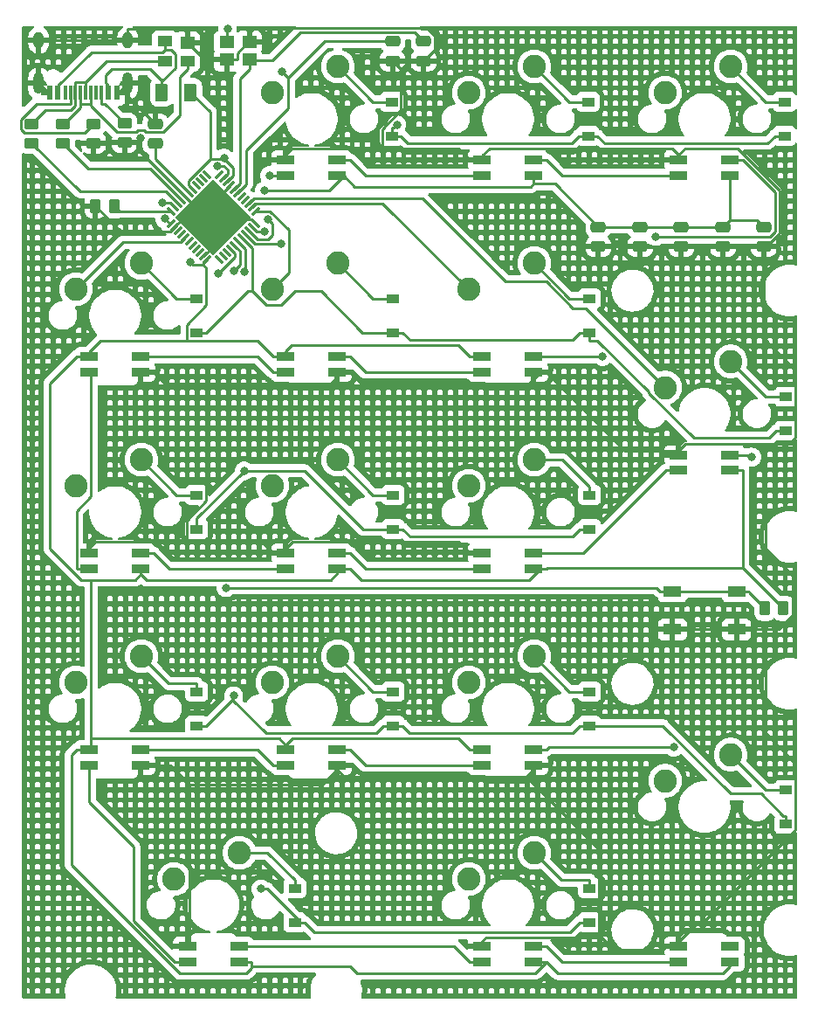
<source format=gbr>
G04 #@! TF.GenerationSoftware,KiCad,Pcbnew,(6.0.0)*
G04 #@! TF.CreationDate,2022-01-07T00:00:26+09:00*
G04 #@! TF.ProjectId,SkeletonNumPad,536b656c-6574-46f6-9e4e-756d5061642e,rev?*
G04 #@! TF.SameCoordinates,Original*
G04 #@! TF.FileFunction,Copper,L2,Bot*
G04 #@! TF.FilePolarity,Positive*
%FSLAX46Y46*%
G04 Gerber Fmt 4.6, Leading zero omitted, Abs format (unit mm)*
G04 Created by KiCad (PCBNEW (6.0.0)) date 2022-01-07 00:00:26*
%MOMM*%
%LPD*%
G01*
G04 APERTURE LIST*
G04 Aperture macros list*
%AMRoundRect*
0 Rectangle with rounded corners*
0 $1 Rounding radius*
0 $2 $3 $4 $5 $6 $7 $8 $9 X,Y pos of 4 corners*
0 Add a 4 corners polygon primitive as box body*
4,1,4,$2,$3,$4,$5,$6,$7,$8,$9,$2,$3,0*
0 Add four circle primitives for the rounded corners*
1,1,$1+$1,$2,$3*
1,1,$1+$1,$4,$5*
1,1,$1+$1,$6,$7*
1,1,$1+$1,$8,$9*
0 Add four rect primitives between the rounded corners*
20,1,$1+$1,$2,$3,$4,$5,0*
20,1,$1+$1,$4,$5,$6,$7,0*
20,1,$1+$1,$6,$7,$8,$9,0*
20,1,$1+$1,$8,$9,$2,$3,0*%
%AMRotRect*
0 Rectangle, with rotation*
0 The origin of the aperture is its center*
0 $1 length*
0 $2 width*
0 $3 Rotation angle, in degrees counterclockwise*
0 Add horizontal line*
21,1,$1,$2,0,0,$3*%
G04 Aperture macros list end*
G04 #@! TA.AperFunction,SMDPad,CuDef*
%ADD10R,1.800000X0.820000*%
G04 #@! TD*
G04 #@! TA.AperFunction,SMDPad,CuDef*
%ADD11R,1.200000X0.900000*%
G04 #@! TD*
G04 #@! TA.AperFunction,SMDPad,CuDef*
%ADD12RoundRect,0.250000X-0.475000X0.250000X-0.475000X-0.250000X0.475000X-0.250000X0.475000X0.250000X0*%
G04 #@! TD*
G04 #@! TA.AperFunction,ComponentPad*
%ADD13C,2.250000*%
G04 #@! TD*
G04 #@! TA.AperFunction,SMDPad,CuDef*
%ADD14RoundRect,0.250000X-0.450000X0.262500X-0.450000X-0.262500X0.450000X-0.262500X0.450000X0.262500X0*%
G04 #@! TD*
G04 #@! TA.AperFunction,SMDPad,CuDef*
%ADD15R,1.800000X1.100000*%
G04 #@! TD*
G04 #@! TA.AperFunction,SMDPad,CuDef*
%ADD16R,1.400000X1.200000*%
G04 #@! TD*
G04 #@! TA.AperFunction,SMDPad,CuDef*
%ADD17RoundRect,0.250000X0.475000X-0.250000X0.475000X0.250000X-0.475000X0.250000X-0.475000X-0.250000X0*%
G04 #@! TD*
G04 #@! TA.AperFunction,SMDPad,CuDef*
%ADD18RoundRect,0.250000X-0.262500X-0.450000X0.262500X-0.450000X0.262500X0.450000X-0.262500X0.450000X0*%
G04 #@! TD*
G04 #@! TA.AperFunction,SMDPad,CuDef*
%ADD19R,1.400000X1.000000*%
G04 #@! TD*
G04 #@! TA.AperFunction,SMDPad,CuDef*
%ADD20RoundRect,0.250000X0.262500X0.450000X-0.262500X0.450000X-0.262500X-0.450000X0.262500X-0.450000X0*%
G04 #@! TD*
G04 #@! TA.AperFunction,SMDPad,CuDef*
%ADD21RoundRect,0.250000X-0.375000X-0.625000X0.375000X-0.625000X0.375000X0.625000X-0.375000X0.625000X0*%
G04 #@! TD*
G04 #@! TA.AperFunction,SMDPad,CuDef*
%ADD22RotRect,5.200000X5.200000X315.000000*%
G04 #@! TD*
G04 #@! TA.AperFunction,SMDPad,CuDef*
%ADD23RoundRect,0.062500X-0.380070X-0.291682X-0.291682X-0.380070X0.380070X0.291682X0.291682X0.380070X0*%
G04 #@! TD*
G04 #@! TA.AperFunction,SMDPad,CuDef*
%ADD24RoundRect,0.062500X-0.380070X0.291682X0.291682X-0.380070X0.380070X-0.291682X-0.291682X0.380070X0*%
G04 #@! TD*
G04 #@! TA.AperFunction,SMDPad,CuDef*
%ADD25R,0.600000X1.450000*%
G04 #@! TD*
G04 #@! TA.AperFunction,SMDPad,CuDef*
%ADD26R,0.300000X1.450000*%
G04 #@! TD*
G04 #@! TA.AperFunction,ComponentPad*
%ADD27O,1.000000X1.600000*%
G04 #@! TD*
G04 #@! TA.AperFunction,ComponentPad*
%ADD28O,1.000000X2.100000*%
G04 #@! TD*
G04 #@! TA.AperFunction,ViaPad*
%ADD29C,0.800000*%
G04 #@! TD*
G04 #@! TA.AperFunction,Conductor*
%ADD30C,0.250000*%
G04 #@! TD*
G04 APERTURE END LIST*
D10*
X73690000Y-51610000D03*
X73690000Y-53110000D03*
X78690000Y-53110000D03*
X78690000Y-51610000D03*
X45115000Y-110260000D03*
X45115000Y-108760000D03*
X50115000Y-108760000D03*
X50115000Y-110260000D03*
D11*
X83950000Y-30225000D03*
X83950000Y-26925000D03*
D10*
X40590000Y-51610000D03*
X40590000Y-53110000D03*
X35590000Y-53110000D03*
X35590000Y-51610000D03*
D12*
X101000000Y-39050000D03*
X101000000Y-40950000D03*
D10*
X73690000Y-72160000D03*
X73690000Y-70660000D03*
X78690000Y-70660000D03*
X78690000Y-72160000D03*
D11*
X65050000Y-49275000D03*
X65050000Y-45975000D03*
D12*
X68000000Y-21050000D03*
X68000000Y-22950000D03*
D11*
X84100000Y-87375000D03*
X84100000Y-84075000D03*
D13*
X78740000Y-80645000D03*
X72390000Y-83185000D03*
D10*
X73690000Y-110260000D03*
X73690000Y-108760000D03*
X78690000Y-108760000D03*
X78690000Y-110260000D03*
D14*
X30000000Y-29087500D03*
X30000000Y-30912500D03*
X39000000Y-29000000D03*
X39000000Y-30825000D03*
D13*
X59690000Y-42545000D03*
X53340000Y-45085000D03*
D15*
X98350000Y-74350000D03*
X92150000Y-74350000D03*
X92150000Y-78050000D03*
X98350000Y-78050000D03*
D12*
X93000000Y-39050000D03*
X93000000Y-40950000D03*
D13*
X78740000Y-42545000D03*
X72390000Y-45085000D03*
X40640000Y-42545000D03*
X34290000Y-45085000D03*
D16*
X51100000Y-22850000D03*
X48900000Y-22850000D03*
X48900000Y-21150000D03*
X51100000Y-21150000D03*
D14*
X33000000Y-29087500D03*
X33000000Y-30912500D03*
D13*
X97790000Y-90170000D03*
X91440000Y-92710000D03*
D11*
X103150000Y-58800000D03*
X103150000Y-55500000D03*
X84100000Y-68325000D03*
X84100000Y-65025000D03*
X55525000Y-106425000D03*
X55525000Y-103125000D03*
D13*
X78740000Y-99695000D03*
X72390000Y-102235000D03*
D10*
X78690000Y-89710000D03*
X78690000Y-91210000D03*
X73690000Y-91210000D03*
X73690000Y-89710000D03*
D13*
X40640000Y-80645000D03*
X34290000Y-83185000D03*
D17*
X42000000Y-30950000D03*
X42000000Y-29050000D03*
D11*
X103150000Y-96900000D03*
X103150000Y-93600000D03*
X46000000Y-87375000D03*
X46000000Y-84075000D03*
X46000000Y-49275000D03*
X46000000Y-45975000D03*
D13*
X78740000Y-23495000D03*
X72390000Y-26035000D03*
D12*
X65000000Y-21050000D03*
X65000000Y-22950000D03*
D18*
X101087500Y-76000000D03*
X102912500Y-76000000D03*
D11*
X103000000Y-30225000D03*
X103000000Y-26925000D03*
D13*
X97790000Y-23495000D03*
X91440000Y-26035000D03*
X59690000Y-61595000D03*
X53340000Y-64135000D03*
D12*
X84950000Y-40950000D03*
X84950000Y-39050000D03*
X97050000Y-39050000D03*
X97050000Y-40950000D03*
D11*
X65050000Y-87375000D03*
X65050000Y-84075000D03*
X64900000Y-30225000D03*
X64900000Y-26925000D03*
X46000000Y-68325000D03*
X46000000Y-65025000D03*
D19*
X42900000Y-21050000D03*
X42900000Y-22950000D03*
X45100000Y-22950000D03*
D16*
X45100000Y-21230000D03*
D13*
X59690000Y-23495000D03*
X53340000Y-26035000D03*
X97790000Y-52070000D03*
X91440000Y-54610000D03*
D10*
X97740000Y-110260000D03*
X97740000Y-108760000D03*
X92740000Y-108760000D03*
X92740000Y-110260000D03*
D20*
X36175000Y-37000000D03*
X38000000Y-37000000D03*
D13*
X78740000Y-61595000D03*
X72390000Y-64135000D03*
D10*
X40590000Y-89710000D03*
X40590000Y-91210000D03*
X35590000Y-91210000D03*
X35590000Y-89710000D03*
D14*
X36000000Y-29087500D03*
X36000000Y-30912500D03*
D10*
X59640000Y-89710000D03*
X59640000Y-91210000D03*
X54640000Y-91210000D03*
X54640000Y-89710000D03*
D12*
X89000000Y-39050000D03*
X89000000Y-40950000D03*
D10*
X54640000Y-72160000D03*
X54640000Y-70660000D03*
X59640000Y-70660000D03*
X59640000Y-72160000D03*
D21*
X42600000Y-26000000D03*
X45400000Y-26000000D03*
D13*
X40640000Y-61595000D03*
X34290000Y-64135000D03*
D10*
X92740000Y-34060000D03*
X92740000Y-32560000D03*
X97740000Y-32560000D03*
X97740000Y-34060000D03*
X59640000Y-51610000D03*
X59640000Y-53110000D03*
X54640000Y-53110000D03*
X54640000Y-51610000D03*
D13*
X59690000Y-80645000D03*
X53340000Y-83185000D03*
D11*
X65050000Y-68325000D03*
X65050000Y-65025000D03*
X84100000Y-49275000D03*
X84100000Y-45975000D03*
D10*
X35590000Y-72160000D03*
X35590000Y-70660000D03*
X40590000Y-70660000D03*
X40590000Y-72160000D03*
D22*
X47625000Y-38100000D03*
D23*
X43497264Y-38692202D03*
X43850818Y-39045755D03*
X44204371Y-39399309D03*
X44557924Y-39752862D03*
X44911478Y-40106415D03*
X45265031Y-40459969D03*
X45618585Y-40813522D03*
X45972138Y-41167076D03*
X46325691Y-41520629D03*
X46679245Y-41874182D03*
X47032798Y-42227736D03*
D24*
X48217202Y-42227736D03*
X48570755Y-41874182D03*
X48924309Y-41520629D03*
X49277862Y-41167076D03*
X49631415Y-40813522D03*
X49984969Y-40459969D03*
X50338522Y-40106415D03*
X50692076Y-39752862D03*
X51045629Y-39399309D03*
X51399182Y-39045755D03*
X51752736Y-38692202D03*
D23*
X51752736Y-37507798D03*
X51399182Y-37154245D03*
X51045629Y-36800691D03*
X50692076Y-36447138D03*
X50338522Y-36093585D03*
X49984969Y-35740031D03*
X49631415Y-35386478D03*
X49277862Y-35032924D03*
X48924309Y-34679371D03*
X48570755Y-34325818D03*
X48217202Y-33972264D03*
D24*
X47032798Y-33972264D03*
X46679245Y-34325818D03*
X46325691Y-34679371D03*
X45972138Y-35032924D03*
X45618585Y-35386478D03*
X45265031Y-35740031D03*
X44911478Y-36093585D03*
X44557924Y-36447138D03*
X44204371Y-36800691D03*
X43850818Y-37154245D03*
X43497264Y-37507798D03*
D10*
X92740000Y-62635000D03*
X92740000Y-61135000D03*
X97740000Y-61135000D03*
X97740000Y-62635000D03*
D11*
X84100000Y-106425000D03*
X84100000Y-103125000D03*
D13*
X50165000Y-99695000D03*
X43815000Y-102235000D03*
D25*
X31750000Y-26045000D03*
X32550000Y-26045000D03*
D26*
X33750000Y-26045000D03*
X34750000Y-26045000D03*
X35250000Y-26045000D03*
X36250000Y-26045000D03*
D25*
X37450000Y-26045000D03*
X38250000Y-26045000D03*
X38250000Y-26045000D03*
X37450000Y-26045000D03*
D26*
X36750000Y-26045000D03*
X35750000Y-26045000D03*
X34250000Y-26045000D03*
X33250000Y-26045000D03*
D25*
X32550000Y-26045000D03*
X31750000Y-26045000D03*
D27*
X39320000Y-20950000D03*
X30680000Y-20950000D03*
D28*
X30680000Y-25130000D03*
X39320000Y-25130000D03*
D10*
X73690000Y-34060000D03*
X73690000Y-32560000D03*
X78690000Y-32560000D03*
X78690000Y-34060000D03*
X54640000Y-34060000D03*
X54640000Y-32560000D03*
X59640000Y-32560000D03*
X59640000Y-34060000D03*
D29*
X47999900Y-33144200D03*
X48855500Y-73994700D03*
X99843900Y-61347300D03*
X92258800Y-89457100D03*
X90520500Y-40000000D03*
X85369500Y-51610000D03*
X52900600Y-38306900D03*
X53060000Y-34060000D03*
X52231300Y-103184300D03*
X48100900Y-43571400D03*
X49592500Y-43326100D03*
X49592500Y-84474100D03*
X50613500Y-43361500D03*
X50613500Y-62684100D03*
X54189100Y-40688800D03*
X65417800Y-29141500D03*
X42900300Y-38244100D03*
X42683100Y-36700400D03*
X52586900Y-39490200D03*
X52580400Y-35502900D03*
X45418200Y-42476000D03*
X48647400Y-32360200D03*
X40592400Y-30450500D03*
X54303400Y-23971400D03*
X48987500Y-19805000D03*
D30*
X56450300Y-106425000D02*
X55987700Y-106425000D01*
X82179700Y-107420000D02*
X57445300Y-107420000D01*
X84100000Y-106425000D02*
X83174700Y-106425000D01*
X83174700Y-106425000D02*
X82179700Y-107420000D01*
X57445300Y-107420000D02*
X56450300Y-106425000D01*
X73690000Y-108270200D02*
X73690000Y-108760000D01*
X74080200Y-107880000D02*
X73690000Y-108270200D01*
X84777700Y-107880000D02*
X74080200Y-107880000D01*
X85025400Y-107632300D02*
X84777700Y-107880000D01*
X45265000Y-35740000D02*
X42000000Y-32475000D01*
X42000000Y-32475000D02*
X42000000Y-30950000D01*
X37450000Y-26045000D02*
X37450000Y-25367800D01*
X37793727Y-23707000D02*
X41453500Y-23707000D01*
X37190479Y-24310248D02*
X37793727Y-23707000D01*
X37450000Y-25367800D02*
X37190479Y-25108279D01*
X37190479Y-25108279D02*
X37190479Y-24310248D01*
X41453500Y-23707000D02*
X42600000Y-24853500D01*
X44474900Y-40543000D02*
X44911500Y-40106400D01*
X38832000Y-40543000D02*
X44474900Y-40543000D01*
X34290000Y-45085000D02*
X38832000Y-40543000D01*
X51558000Y-36288300D02*
X51045600Y-36800700D01*
X67897700Y-36288300D02*
X51558000Y-36288300D01*
X75957100Y-44347700D02*
X67897700Y-36288300D01*
X79905800Y-44347700D02*
X75957100Y-44347700D01*
X82506700Y-46948600D02*
X79905800Y-44347700D01*
X83778600Y-46948600D02*
X82506700Y-46948600D01*
X91440000Y-54610000D02*
X83778600Y-46948600D01*
X64043700Y-36738700D02*
X72390000Y-45085000D01*
X51814700Y-36738700D02*
X64043700Y-36738700D01*
X51399200Y-37154200D02*
X51814700Y-36738700D01*
X53127300Y-37507800D02*
X51752700Y-37507800D01*
X54940300Y-39320800D02*
X53127300Y-37507800D01*
X54940300Y-43484700D02*
X54940300Y-39320800D01*
X53340000Y-45085000D02*
X54940300Y-43484700D01*
X35438900Y-33351400D02*
X33000000Y-30912500D01*
X41462200Y-33351400D02*
X35438900Y-33351400D01*
X44557900Y-36447100D02*
X41462200Y-33351400D01*
X38507800Y-37507800D02*
X38000000Y-37000000D01*
X43497300Y-37507800D02*
X38507800Y-37507800D01*
X34695100Y-35607600D02*
X30000000Y-30912500D01*
X43011300Y-35607600D02*
X34695100Y-35607600D01*
X44204400Y-36800700D02*
X43011300Y-35607600D01*
X98350000Y-74350000D02*
X92150000Y-74350000D01*
X99575300Y-74487800D02*
X101087500Y-76000000D01*
X99575300Y-74350000D02*
X99575300Y-74487800D01*
X98350000Y-74350000D02*
X99575300Y-74350000D01*
X90569400Y-73994700D02*
X90924700Y-74350000D01*
X48855500Y-73994700D02*
X90569400Y-73994700D01*
X48643600Y-33144200D02*
X47999900Y-33144200D01*
X49003800Y-33504400D02*
X48643600Y-33144200D01*
X49003800Y-33892800D02*
X49003800Y-33504400D01*
X48570800Y-34325800D02*
X49003800Y-33892800D01*
X92150000Y-74350000D02*
X90924700Y-74350000D01*
X39889700Y-106260000D02*
X43889700Y-110260000D01*
X39889700Y-99069200D02*
X39889700Y-106260000D01*
X35590000Y-94769500D02*
X39889700Y-99069200D01*
X35590000Y-91210000D02*
X35590000Y-94769500D01*
X45115000Y-110260000D02*
X43889700Y-110260000D01*
X51914700Y-89710000D02*
X40590000Y-89710000D01*
X53414700Y-91210000D02*
X51914700Y-89710000D01*
X54640000Y-91210000D02*
X53414700Y-91210000D01*
X81415300Y-110260000D02*
X79915300Y-108760000D01*
X91514700Y-110260000D02*
X81415300Y-110260000D01*
X92740000Y-110260000D02*
X91514700Y-110260000D01*
X78690000Y-108760000D02*
X79915300Y-108760000D01*
X62365300Y-91210000D02*
X73690000Y-91210000D01*
X60865300Y-89710000D02*
X62365300Y-91210000D01*
X59640000Y-89710000D02*
X60865300Y-89710000D01*
X70964700Y-108760000D02*
X50115000Y-108760000D01*
X72464700Y-110260000D02*
X70964700Y-108760000D01*
X73690000Y-110260000D02*
X72464700Y-110260000D01*
X99631600Y-61135000D02*
X99843900Y-61347300D01*
X97740000Y-61135000D02*
X99631600Y-61135000D01*
X80168200Y-89457100D02*
X79915300Y-89710000D01*
X92258800Y-89457100D02*
X80168200Y-89457100D01*
X78690000Y-89710000D02*
X79915300Y-89710000D01*
X83489700Y-70660000D02*
X78690000Y-70660000D01*
X91514700Y-62635000D02*
X83489700Y-70660000D01*
X92740000Y-62635000D02*
X91514700Y-62635000D01*
X35768000Y-53288000D02*
X35590000Y-53110000D01*
X35768000Y-65149600D02*
X35768000Y-53288000D01*
X34364700Y-66552900D02*
X35768000Y-65149600D01*
X34364700Y-72160000D02*
X34364700Y-66552900D01*
X35590000Y-72160000D02*
X34364700Y-72160000D01*
X51914700Y-51610000D02*
X40590000Y-51610000D01*
X53414700Y-53110000D02*
X51914700Y-51610000D01*
X54640000Y-53110000D02*
X53414700Y-53110000D01*
X62365300Y-72160000D02*
X73690000Y-72160000D01*
X60865300Y-70660000D02*
X62365300Y-72160000D01*
X59640000Y-70660000D02*
X60865300Y-70660000D01*
X62365300Y-53110000D02*
X73690000Y-53110000D01*
X60865300Y-51610000D02*
X62365300Y-53110000D01*
X59640000Y-51610000D02*
X60865300Y-51610000D01*
X101598400Y-40000000D02*
X90520500Y-40000000D01*
X102082100Y-39516300D02*
X101598400Y-40000000D01*
X102082100Y-35676800D02*
X102082100Y-39516300D01*
X98965300Y-32560000D02*
X102082100Y-35676800D01*
X97740000Y-32560000D02*
X98965300Y-32560000D01*
X78690000Y-51610000D02*
X85369500Y-51610000D01*
X81415300Y-34060000D02*
X92740000Y-34060000D01*
X79915300Y-32560000D02*
X81415300Y-34060000D01*
X78690000Y-32560000D02*
X79915300Y-32560000D01*
X62365300Y-34060000D02*
X73690000Y-34060000D01*
X60865300Y-32560000D02*
X62365300Y-34060000D01*
X59640000Y-32560000D02*
X60865300Y-32560000D01*
X53312300Y-38718600D02*
X52900600Y-38306900D01*
X53312300Y-39848400D02*
X53312300Y-38718600D01*
X52922300Y-40238400D02*
X53312300Y-39848400D01*
X51884700Y-40238400D02*
X52922300Y-40238400D01*
X51045600Y-39399300D02*
X51884700Y-40238400D01*
X54640000Y-34060000D02*
X53060000Y-34060000D01*
X35137600Y-29949900D02*
X36000000Y-29087500D01*
X29292600Y-29949900D02*
X35137600Y-29949900D01*
X28942000Y-29599300D02*
X29292600Y-29949900D01*
X28942000Y-28618100D02*
X28942000Y-29599300D01*
X30464800Y-27095300D02*
X28942000Y-28618100D01*
X33750000Y-27095300D02*
X30464800Y-27095300D01*
X33750000Y-26045000D02*
X33750000Y-27095300D01*
X43315300Y-72160000D02*
X54640000Y-72160000D01*
X41815300Y-70660000D02*
X43315300Y-72160000D01*
X40590000Y-70660000D02*
X41815300Y-70660000D01*
X37095300Y-27095300D02*
X39000000Y-29000000D01*
X36750000Y-27095300D02*
X37095300Y-27095300D01*
X36750000Y-26045000D02*
X36750000Y-27095300D01*
X34250000Y-26045000D02*
X34250000Y-27095300D01*
X31349700Y-27737800D02*
X30000000Y-29087500D01*
X33805200Y-27737800D02*
X31349700Y-27737800D01*
X34250000Y-27293000D02*
X33805200Y-27737800D01*
X34250000Y-27095300D02*
X34250000Y-27293000D01*
X35250000Y-26045000D02*
X35250000Y-24994700D01*
X34250000Y-26045000D02*
X34250000Y-24994700D01*
X34250000Y-24994700D02*
X35250000Y-24994700D01*
X37294700Y-22950000D02*
X35250000Y-24994700D01*
X42900000Y-22950000D02*
X37294700Y-22950000D01*
X42650700Y-22124600D02*
X42900000Y-21875300D01*
X35787700Y-22124600D02*
X42650700Y-22124600D01*
X32550000Y-25362300D02*
X35787700Y-22124600D01*
X32550000Y-26045000D02*
X32550000Y-25362300D01*
X42900000Y-21050000D02*
X42900000Y-21875300D01*
X42600000Y-26000000D02*
X42600000Y-24853500D01*
X43494200Y-21875300D02*
X42900000Y-21875300D01*
X43925400Y-22306500D02*
X43494200Y-21875300D01*
X43925400Y-23613100D02*
X43925400Y-22306500D01*
X42685000Y-24853500D02*
X43925400Y-23613100D01*
X42600000Y-24853500D02*
X42685000Y-24853500D01*
X35750000Y-26045000D02*
X35750000Y-27095300D01*
X34750000Y-26045000D02*
X34750000Y-27095300D01*
X35750000Y-27095300D02*
X34750000Y-27095300D01*
X33132900Y-29087500D02*
X33000000Y-29087500D01*
X34750000Y-27470400D02*
X33132900Y-29087500D01*
X34750000Y-27095300D02*
X34750000Y-27470400D01*
X35750000Y-27309900D02*
X35750000Y-27095300D01*
X38299700Y-29859600D02*
X35750000Y-27309900D01*
X40150100Y-29859600D02*
X38299700Y-29859600D01*
X40308800Y-29700900D02*
X40150100Y-29859600D01*
X40912300Y-29700900D02*
X40308800Y-29700900D01*
X41088900Y-29877500D02*
X40912300Y-29700900D01*
X42739100Y-29877500D02*
X41088900Y-29877500D01*
X44400100Y-28216500D02*
X42739100Y-29877500D01*
X44400100Y-24475200D02*
X44400100Y-28216500D01*
X45100000Y-23775300D02*
X44400100Y-24475200D01*
X45100000Y-22950000D02*
X45100000Y-23775300D01*
X81394700Y-102349700D02*
X78740000Y-99695000D01*
X84100000Y-102349700D02*
X81394700Y-102349700D01*
X84100000Y-103125000D02*
X84100000Y-102349700D01*
X52870300Y-99695000D02*
X55525000Y-102349700D01*
X50165000Y-99695000D02*
X52870300Y-99695000D01*
X55525000Y-103125000D02*
X55525000Y-102349700D01*
X55525000Y-106425000D02*
X55987700Y-106425000D01*
X52852700Y-103184300D02*
X52231300Y-103184300D01*
X55987700Y-106319300D02*
X52852700Y-103184300D01*
X55987700Y-106425000D02*
X55987700Y-106319300D01*
X49702100Y-41970200D02*
X48100900Y-43571400D01*
X49702100Y-41591300D02*
X49702100Y-41970200D01*
X49277900Y-41167100D02*
X49702100Y-41591300D01*
X101220000Y-93600000D02*
X97790000Y-90170000D01*
X103150000Y-93600000D02*
X101220000Y-93600000D01*
X82170000Y-84075000D02*
X84100000Y-84075000D01*
X78740000Y-80645000D02*
X82170000Y-84075000D01*
X63120000Y-84075000D02*
X65050000Y-84075000D01*
X59690000Y-80645000D02*
X63120000Y-84075000D01*
X43294700Y-83299700D02*
X40640000Y-80645000D01*
X46000000Y-83299700D02*
X43294700Y-83299700D01*
X46000000Y-84075000D02*
X46000000Y-83299700D01*
X103150000Y-96900000D02*
X103150000Y-96124700D01*
X46000000Y-87375000D02*
X46812700Y-87375000D01*
X82474100Y-88075600D02*
X83174700Y-87375000D01*
X66675900Y-88075600D02*
X82474100Y-88075600D01*
X65975300Y-87375000D02*
X66675900Y-88075600D01*
X65050000Y-87375000D02*
X65975300Y-87375000D01*
X84100000Y-87375000D02*
X83174700Y-87375000D01*
X65050000Y-87375000D02*
X64124700Y-87375000D01*
X91202500Y-87375000D02*
X84100000Y-87375000D01*
X97772100Y-93944600D02*
X91202500Y-87375000D01*
X100722300Y-93944600D02*
X97772100Y-93944600D01*
X102902400Y-96124700D02*
X100722300Y-93944600D01*
X103150000Y-96124700D02*
X102902400Y-96124700D01*
X46925300Y-87375000D02*
X49472100Y-84828200D01*
X46812700Y-87375000D02*
X46925300Y-87375000D01*
X63427700Y-88072000D02*
X64124700Y-87375000D01*
X52715800Y-88072000D02*
X63427700Y-88072000D01*
X49472100Y-84828200D02*
X52715800Y-88072000D01*
X50173100Y-41355200D02*
X49631400Y-40813500D01*
X50173100Y-42745500D02*
X50173100Y-41355200D01*
X49592500Y-43326100D02*
X50173100Y-42745500D01*
X49592500Y-84707800D02*
X49592500Y-84474100D01*
X49472100Y-84828200D02*
X49592500Y-84707800D01*
X81445300Y-61595000D02*
X84100000Y-64249700D01*
X78740000Y-61595000D02*
X81445300Y-61595000D01*
X84100000Y-65025000D02*
X84100000Y-64249700D01*
X63120000Y-65025000D02*
X59690000Y-61595000D01*
X65050000Y-65025000D02*
X63120000Y-65025000D01*
X44070000Y-65025000D02*
X40640000Y-61595000D01*
X46000000Y-65025000D02*
X44070000Y-65025000D01*
X46000000Y-68325000D02*
X46000000Y-67549700D01*
X82468100Y-69031600D02*
X83174700Y-68325000D01*
X66681900Y-69031600D02*
X82468100Y-69031600D01*
X65975300Y-68325000D02*
X66681900Y-69031600D01*
X65050000Y-68325000D02*
X65975300Y-68325000D01*
X84100000Y-68325000D02*
X83174700Y-68325000D01*
X56510800Y-62684100D02*
X50613500Y-62684100D01*
X62151700Y-68325000D02*
X56510800Y-62684100D01*
X65050000Y-68325000D02*
X62151700Y-68325000D01*
X46000000Y-67297600D02*
X46000000Y-67549700D01*
X50613500Y-62684100D02*
X46000000Y-67297600D01*
X50700800Y-41175800D02*
X49985000Y-40460000D01*
X50700800Y-43274200D02*
X50700800Y-41175800D01*
X50613500Y-43361500D02*
X50700800Y-43274200D01*
X101220000Y-55500000D02*
X103150000Y-55500000D01*
X97790000Y-52070000D02*
X101220000Y-55500000D01*
X82170000Y-45975000D02*
X78740000Y-42545000D01*
X84100000Y-45975000D02*
X82170000Y-45975000D01*
X63120000Y-45975000D02*
X65050000Y-45975000D01*
X59690000Y-42545000D02*
X63120000Y-45975000D01*
X44070000Y-45975000D02*
X40640000Y-42545000D01*
X46000000Y-45975000D02*
X44070000Y-45975000D01*
X46000000Y-49275000D02*
X46925300Y-49275000D01*
X50983500Y-45216800D02*
X46925300Y-49275000D01*
X51359500Y-45216800D02*
X50983500Y-45216800D01*
X51359500Y-41127400D02*
X51359500Y-45216800D01*
X50338500Y-40106400D02*
X51359500Y-41127400D01*
X101537900Y-59486800D02*
X102224700Y-58800000D01*
X94204600Y-59486800D02*
X101537900Y-59486800D01*
X89834200Y-55116400D02*
X94204600Y-59486800D01*
X89834200Y-55009200D02*
X89834200Y-55116400D01*
X84875300Y-50050300D02*
X89834200Y-55009200D01*
X84100000Y-50050300D02*
X84875300Y-50050300D01*
X84100000Y-49275000D02*
X84100000Y-50050300D01*
X103150000Y-58800000D02*
X102224700Y-58800000D01*
X62104100Y-49275000D02*
X65050000Y-49275000D01*
X58092900Y-45263800D02*
X62104100Y-49275000D01*
X55532100Y-45263800D02*
X58092900Y-45263800D01*
X54210500Y-46585400D02*
X55532100Y-45263800D01*
X52728100Y-46585400D02*
X54210500Y-46585400D01*
X51359500Y-45216800D02*
X52728100Y-46585400D01*
X82468100Y-49981600D02*
X83174700Y-49275000D01*
X66681900Y-49981600D02*
X82468100Y-49981600D01*
X65975300Y-49275000D02*
X66681900Y-49981600D01*
X65050000Y-49275000D02*
X65975300Y-49275000D01*
X84100000Y-49275000D02*
X83174700Y-49275000D01*
X101220000Y-26925000D02*
X103000000Y-26925000D01*
X97790000Y-23495000D02*
X101220000Y-26925000D01*
X82170000Y-26925000D02*
X78740000Y-23495000D01*
X83950000Y-26925000D02*
X82170000Y-26925000D01*
X63120000Y-26925000D02*
X64900000Y-26925000D01*
X59690000Y-23495000D02*
X63120000Y-26925000D01*
X82345300Y-30904400D02*
X83024700Y-30225000D01*
X66504700Y-30904400D02*
X82345300Y-30904400D01*
X65825300Y-30225000D02*
X66504700Y-30904400D01*
X83950000Y-30225000D02*
X83024700Y-30225000D01*
X85574800Y-30924500D02*
X84875300Y-30225000D01*
X101375200Y-30924500D02*
X85574800Y-30924500D01*
X102074700Y-30225000D02*
X101375200Y-30924500D01*
X103000000Y-30225000D02*
X102074700Y-30225000D01*
X83950000Y-30225000D02*
X84875300Y-30225000D01*
X65362700Y-30225000D02*
X65825300Y-30225000D01*
X65362700Y-30225000D02*
X64900000Y-30225000D01*
X64900000Y-30225000D02*
X64900000Y-29449700D01*
X65109600Y-29449700D02*
X64900000Y-29449700D01*
X65417800Y-29141500D02*
X65109600Y-29449700D01*
X51628000Y-40688800D02*
X54189100Y-40688800D01*
X50692100Y-39752900D02*
X51628000Y-40688800D01*
X97740000Y-62635000D02*
X98965300Y-62635000D01*
X78690000Y-110260000D02*
X79915300Y-110260000D01*
X84950000Y-39050000D02*
X89000000Y-39050000D01*
X89000000Y-39050000D02*
X93000000Y-39050000D01*
X81035600Y-111380300D02*
X79915300Y-110260000D01*
X97030200Y-111380300D02*
X81035600Y-111380300D01*
X97740000Y-110670500D02*
X97030200Y-111380300D01*
X97740000Y-110260000D02*
X97740000Y-110670500D01*
X60885400Y-110664000D02*
X51345900Y-110664000D01*
X61566200Y-111344800D02*
X60885400Y-110664000D01*
X78830500Y-111344800D02*
X61566200Y-111344800D01*
X79915300Y-110260000D02*
X78830500Y-111344800D01*
X51340300Y-110658400D02*
X51345900Y-110664000D01*
X51340300Y-110260000D02*
X51340300Y-110658400D01*
X33844800Y-90229900D02*
X34364700Y-89710000D01*
X33844800Y-100855600D02*
X33844800Y-90229900D01*
X44326600Y-111337400D02*
X33844800Y-100855600D01*
X50841000Y-111337400D02*
X44326600Y-111337400D01*
X51345900Y-110832500D02*
X50841000Y-111337400D01*
X51345900Y-110664000D02*
X51345900Y-110832500D01*
X50115000Y-110260000D02*
X51340300Y-110260000D01*
X43348400Y-38692200D02*
X42900300Y-38244100D01*
X43497300Y-38692200D02*
X43348400Y-38692200D01*
X35590000Y-89710000D02*
X34364700Y-89710000D01*
X73690000Y-89710000D02*
X72464700Y-89710000D01*
X93000000Y-39050000D02*
X97050000Y-39050000D01*
X100310000Y-38360000D02*
X101000000Y-39050000D01*
X97740000Y-38360000D02*
X100310000Y-38360000D01*
X97740000Y-34060000D02*
X97740000Y-38360000D01*
X97740000Y-38360000D02*
X97050000Y-39050000D01*
X80022500Y-72052800D02*
X79915300Y-72160000D01*
X98965300Y-72052800D02*
X80022500Y-72052800D01*
X98965300Y-62635000D02*
X98965300Y-72052800D01*
X98965300Y-72052800D02*
X102912500Y-76000000D01*
X54640000Y-89710000D02*
X54640000Y-89259800D01*
X71353500Y-88598800D02*
X72464700Y-89710000D01*
X55301000Y-88598800D02*
X71353500Y-88598800D01*
X54640000Y-89259800D02*
X55301000Y-88598800D01*
X35590000Y-51610000D02*
X34364700Y-51610000D01*
X54014800Y-88634600D02*
X35744300Y-88634600D01*
X54640000Y-89259800D02*
X54014800Y-88634600D01*
X35744300Y-89555700D02*
X35590000Y-89710000D01*
X35744300Y-88634600D02*
X35744300Y-89555700D01*
X43397000Y-36700400D02*
X42683100Y-36700400D01*
X43850800Y-37154200D02*
X43397000Y-36700400D01*
X34793900Y-73235500D02*
X35744300Y-73235500D01*
X31766400Y-70208000D02*
X34793900Y-73235500D01*
X31766400Y-54208300D02*
X31766400Y-70208000D01*
X34364700Y-51610000D02*
X31766400Y-54208300D01*
X35744300Y-73235500D02*
X35744300Y-88634600D01*
X78690000Y-72160000D02*
X79348500Y-72160000D01*
X79348500Y-72160000D02*
X79915300Y-72160000D01*
X61946100Y-73240800D02*
X60865300Y-72160000D01*
X78267700Y-73240800D02*
X61946100Y-73240800D01*
X79348500Y-72160000D02*
X78267700Y-73240800D01*
X59640000Y-72160000D02*
X60865300Y-72160000D01*
X59640000Y-72619000D02*
X59640000Y-72160000D01*
X59023600Y-73235400D02*
X59640000Y-72619000D01*
X41127600Y-73235400D02*
X59023600Y-73235400D01*
X40590000Y-72697800D02*
X41127600Y-73235400D01*
X40052300Y-73235500D02*
X40590000Y-72697800D01*
X35744300Y-73235500D02*
X40052300Y-73235500D01*
X40590000Y-72697800D02*
X40590000Y-72160000D01*
X54640000Y-51610000D02*
X53414700Y-51610000D01*
X73690000Y-51610000D02*
X72464700Y-51610000D01*
X51843600Y-39490200D02*
X51399200Y-39045800D01*
X52586900Y-39490200D02*
X51843600Y-39490200D01*
X54640000Y-51097100D02*
X54640000Y-51610000D01*
X55212300Y-50524800D02*
X54640000Y-51097100D01*
X71379500Y-50524800D02*
X55212300Y-50524800D01*
X72464700Y-51610000D02*
X71379500Y-50524800D01*
X59640000Y-34060000D02*
X60252700Y-34060000D01*
X46594400Y-42666100D02*
X47032800Y-42227700D01*
X45058500Y-48505700D02*
X45058500Y-50107000D01*
X46928800Y-46635400D02*
X45058500Y-48505700D01*
X46928800Y-43000500D02*
X46928800Y-46635400D01*
X46594400Y-42666100D02*
X46928800Y-43000500D01*
X36678200Y-50107000D02*
X45058500Y-50107000D01*
X35590000Y-51195200D02*
X36678200Y-50107000D01*
X35590000Y-51610000D02*
X35590000Y-51195200D01*
X51911700Y-50107000D02*
X53414700Y-51610000D01*
X45058500Y-50107000D02*
X51911700Y-50107000D01*
X45608300Y-42666100D02*
X46594400Y-42666100D01*
X45418200Y-42476000D02*
X45608300Y-42666100D01*
X48647400Y-32360200D02*
X48647400Y-32418800D01*
X49514200Y-33285600D02*
X48647400Y-32418800D01*
X49514200Y-34089500D02*
X49514200Y-33285600D01*
X48924300Y-34679400D02*
X49514200Y-34089500D01*
X47327300Y-27927300D02*
X45400000Y-26000000D01*
X47327300Y-32418800D02*
X47327300Y-27927300D01*
X48647400Y-32418800D02*
X47327300Y-32418800D01*
X45199400Y-34967300D02*
X45618600Y-35386500D01*
X45199400Y-34546700D02*
X45199400Y-34967300D01*
X47327300Y-32418800D02*
X45199400Y-34546700D01*
X58809800Y-35502900D02*
X60252700Y-34060000D01*
X52580400Y-35502900D02*
X58809800Y-35502900D01*
X78690000Y-34844900D02*
X78690000Y-34060000D01*
X78399500Y-35135400D02*
X78690000Y-34844900D01*
X61328100Y-35135400D02*
X78399500Y-35135400D01*
X60252700Y-34060000D02*
X61328100Y-35135400D01*
X80744900Y-34844900D02*
X84950000Y-39050000D01*
X78690000Y-34844900D02*
X80744900Y-34844900D01*
X50174700Y-24700600D02*
X51100000Y-23775300D01*
X50174700Y-34843200D02*
X50174700Y-24700600D01*
X49631400Y-35386500D02*
X50174700Y-34843200D01*
X51100000Y-22850000D02*
X51100000Y-22907800D01*
X51100000Y-22907800D02*
X51100000Y-23775300D01*
X67170800Y-20220800D02*
X68000000Y-21050000D01*
X56031400Y-20220800D02*
X67170800Y-20220800D01*
X53344400Y-22907800D02*
X56031400Y-20220800D01*
X51100000Y-22907800D02*
X53344400Y-22907800D01*
X40590000Y-53110000D02*
X41815300Y-53110000D01*
X40590000Y-91210000D02*
X41815300Y-91210000D01*
X38912500Y-30912500D02*
X39000000Y-30825000D01*
X36000000Y-30912500D02*
X38912500Y-30912500D01*
X89000000Y-40950000D02*
X93000000Y-40950000D01*
X40225000Y-31407100D02*
X40225000Y-30825000D01*
X44911500Y-36093600D02*
X40225000Y-31407100D01*
X40225000Y-30825000D02*
X39000000Y-30825000D01*
X46720000Y-22850000D02*
X48900000Y-22850000D01*
X45100000Y-21230000D02*
X46720000Y-22850000D01*
X93000000Y-40950000D02*
X97050000Y-40950000D01*
X45100000Y-21230000D02*
X45100000Y-20304700D01*
X30680000Y-20950000D02*
X39320000Y-20950000D01*
X44620000Y-19824700D02*
X45100000Y-20304700D01*
X39320000Y-19824700D02*
X44620000Y-19824700D01*
X39320000Y-20950000D02*
X39320000Y-19824700D01*
X84950000Y-40950000D02*
X89000000Y-40950000D01*
X97050000Y-40950000D02*
X101000000Y-40950000D01*
X51100000Y-21150000D02*
X50972200Y-21150000D01*
X92150000Y-78050000D02*
X98350000Y-78050000D01*
X98350000Y-78050000D02*
X99575300Y-78050000D01*
X38661000Y-39486000D02*
X36175000Y-37000000D01*
X43410600Y-39486000D02*
X38661000Y-39486000D01*
X43850800Y-39045800D02*
X43410600Y-39486000D01*
X49925300Y-22196900D02*
X49925300Y-22850000D01*
X50972200Y-21150000D02*
X49925300Y-22196900D01*
X48900000Y-22850000D02*
X49925300Y-22850000D01*
X36163500Y-69546400D02*
X45062800Y-69546400D01*
X35590000Y-70119900D02*
X36163500Y-69546400D01*
X35590000Y-70660000D02*
X35590000Y-70119900D01*
X54640000Y-70660000D02*
X53414700Y-70660000D01*
X45305700Y-108569300D02*
X45305700Y-93120600D01*
X45115000Y-108760000D02*
X45305700Y-108569300D01*
X43395100Y-91210000D02*
X41815300Y-91210000D01*
X45305700Y-93120600D02*
X43395100Y-91210000D01*
X58151500Y-93120600D02*
X45305700Y-93120600D01*
X59640000Y-91632100D02*
X58151500Y-93120600D01*
X59640000Y-91210000D02*
X59640000Y-91632100D01*
X73690000Y-32560000D02*
X72464700Y-32560000D01*
X103469000Y-60059600D02*
X101172800Y-60059600D01*
X104075400Y-59453200D02*
X103469000Y-60059600D01*
X104075400Y-52926300D02*
X104075400Y-59453200D01*
X101000000Y-49850900D02*
X104075400Y-52926300D01*
X101000000Y-40950000D02*
X101000000Y-49850900D01*
X73690000Y-32143900D02*
X73690000Y-32560000D01*
X74414200Y-31419700D02*
X73690000Y-32143900D01*
X92091500Y-31419700D02*
X74414200Y-31419700D01*
X92740000Y-32068200D02*
X92091500Y-31419700D01*
X93378500Y-31429700D02*
X92740000Y-32068200D01*
X98492800Y-31429700D02*
X93378500Y-31429700D01*
X102563200Y-35500100D02*
X98492800Y-31429700D01*
X102563200Y-39682500D02*
X102563200Y-35500100D01*
X101295700Y-40950000D02*
X102563200Y-39682500D01*
X101000000Y-40950000D02*
X101295700Y-40950000D01*
X92740000Y-32068200D02*
X92740000Y-32560000D01*
X52301100Y-69546400D02*
X53414700Y-70660000D01*
X45062800Y-69546400D02*
X52301100Y-69546400D01*
X54640000Y-70209400D02*
X54640000Y-70660000D01*
X55264800Y-69584600D02*
X54640000Y-70209400D01*
X71389300Y-69584600D02*
X55264800Y-69584600D01*
X72464700Y-70660000D02*
X71389300Y-69584600D01*
X73690000Y-70660000D02*
X72464700Y-70660000D01*
X99575300Y-78050000D02*
X101152300Y-78050000D01*
X101172800Y-70203000D02*
X101172800Y-60059600D01*
X103793900Y-72824100D02*
X101172800Y-70203000D01*
X103793900Y-76666800D02*
X103793900Y-72824100D01*
X102410700Y-78050000D02*
X103793900Y-76666800D01*
X101152300Y-78050000D02*
X102410700Y-78050000D01*
X47801800Y-40751600D02*
X46679200Y-41874200D01*
X47801800Y-38276800D02*
X47801800Y-40751600D01*
X51337300Y-38276800D02*
X47801800Y-38276800D01*
X51752700Y-38692200D02*
X51337300Y-38276800D01*
X47801800Y-38276800D02*
X47625000Y-38100000D01*
X31595000Y-26045000D02*
X31750000Y-26045000D01*
X30680000Y-25130000D02*
X31595000Y-26045000D01*
X42000000Y-29050000D02*
X38700000Y-25750000D01*
X39320000Y-25130000D02*
X38700000Y-25750000D01*
X38405000Y-26045000D02*
X38250000Y-26045000D01*
X38700000Y-25750000D02*
X38405000Y-26045000D01*
X71389300Y-31484600D02*
X63974600Y-31484600D01*
X72464700Y-32560000D02*
X71389300Y-31484600D01*
X54640000Y-32056000D02*
X54640000Y-32560000D01*
X55211400Y-31484600D02*
X54640000Y-32056000D01*
X63974600Y-31484600D02*
X55211400Y-31484600D01*
X87529300Y-60724000D02*
X79915300Y-53110000D01*
X92740000Y-60724000D02*
X87529300Y-60724000D01*
X93404400Y-60059600D02*
X92740000Y-60724000D01*
X101172800Y-60059600D02*
X93404400Y-60059600D01*
X92740000Y-60724000D02*
X92740000Y-61135000D01*
X92740000Y-108310800D02*
X92740000Y-108760000D01*
X94685800Y-106365000D02*
X92740000Y-108310800D01*
X95207400Y-106365000D02*
X94685800Y-106365000D01*
X104075400Y-97497000D02*
X95207400Y-106365000D01*
X104075400Y-91026300D02*
X104075400Y-97497000D01*
X101152300Y-88103200D02*
X104075400Y-91026300D01*
X101152300Y-78050000D02*
X101152300Y-88103200D01*
X92740000Y-108760000D02*
X91514700Y-108760000D01*
X60328500Y-92320600D02*
X77994700Y-92320600D01*
X59640000Y-91632100D02*
X60328500Y-92320600D01*
X78690000Y-91625300D02*
X78690000Y-91210000D01*
X77994700Y-92320600D02*
X78690000Y-91625300D01*
X85025400Y-99351300D02*
X85025400Y-107632300D01*
X77994700Y-92320600D02*
X85025400Y-99351300D01*
X91184200Y-109090500D02*
X91514700Y-108760000D01*
X86483600Y-109090500D02*
X91184200Y-109090500D01*
X85025400Y-107632300D02*
X86483600Y-109090500D01*
X40592400Y-30457600D02*
X40592400Y-30450500D01*
X40225000Y-30825000D02*
X40592400Y-30457600D01*
X45503700Y-36685800D02*
X45503700Y-37392900D01*
X44911500Y-36093600D02*
X45503700Y-36685800D01*
X45503700Y-37392900D02*
X43850800Y-39045800D01*
X49277900Y-35032900D02*
X46917900Y-37392900D01*
X45503700Y-37392900D02*
X46917900Y-37392900D01*
X46917900Y-37392900D02*
X47625000Y-38100000D01*
X65825400Y-27708200D02*
X65825400Y-23775400D01*
X63974600Y-29559000D02*
X65825400Y-27708200D01*
X63974600Y-31484600D02*
X63974600Y-29559000D01*
X65825400Y-23775400D02*
X65000000Y-22950000D01*
X51100000Y-21150000D02*
X51100000Y-20224700D01*
X66650800Y-22950000D02*
X68000000Y-22950000D01*
X65825400Y-23775400D02*
X66650800Y-22950000D01*
X51562700Y-19762000D02*
X51100000Y-20224700D01*
X68327300Y-19762000D02*
X51562700Y-19762000D01*
X69082200Y-20516900D02*
X68327300Y-19762000D01*
X69082200Y-21867800D02*
X69082200Y-20516900D01*
X68000000Y-22950000D02*
X69082200Y-21867800D01*
X78690000Y-53110000D02*
X79348500Y-53110000D01*
X79348500Y-53110000D02*
X79915300Y-53110000D01*
X61964500Y-54209200D02*
X60865300Y-53110000D01*
X78249300Y-54209200D02*
X61964500Y-54209200D01*
X79348500Y-53110000D02*
X78249300Y-54209200D01*
X59640000Y-53110000D02*
X60865300Y-53110000D01*
X59640000Y-53557800D02*
X59640000Y-53110000D01*
X58973900Y-54223900D02*
X59640000Y-53557800D01*
X46937600Y-54223900D02*
X58973900Y-54223900D01*
X46937600Y-65598600D02*
X46937600Y-54223900D01*
X45062800Y-67473400D02*
X46937600Y-65598600D01*
X45062800Y-69546400D02*
X45062800Y-67473400D01*
X42929200Y-54223900D02*
X41815300Y-53110000D01*
X46937600Y-54223900D02*
X42929200Y-54223900D01*
X48900000Y-19892500D02*
X48900000Y-21150000D01*
X48987500Y-19805000D02*
X48900000Y-19892500D01*
X54907700Y-27537300D02*
X54907700Y-24575700D01*
X50833700Y-31611300D02*
X54907700Y-27537300D01*
X50833700Y-34891300D02*
X50833700Y-31611300D01*
X49985000Y-35740000D02*
X50833700Y-34891300D01*
X58433400Y-21050000D02*
X54907700Y-24575700D01*
X65000000Y-21050000D02*
X58433400Y-21050000D01*
X54907700Y-24575700D02*
X54303400Y-23971400D01*
G04 #@! TA.AperFunction,Conductor*
G36*
X91618721Y-90110602D02*
G01*
X91637947Y-90126943D01*
X91638220Y-90126640D01*
X91643132Y-90131063D01*
X91647547Y-90135966D01*
X91654305Y-90140876D01*
X91775403Y-90228859D01*
X91802048Y-90248218D01*
X91808076Y-90250902D01*
X91808078Y-90250903D01*
X91943506Y-90311199D01*
X91976512Y-90325894D01*
X92069913Y-90345747D01*
X92156856Y-90364228D01*
X92156861Y-90364228D01*
X92163313Y-90365600D01*
X92354287Y-90365600D01*
X92360739Y-90364228D01*
X92360744Y-90364228D01*
X92447687Y-90345747D01*
X92541088Y-90325894D01*
X92574094Y-90311199D01*
X92709522Y-90250903D01*
X92709524Y-90250902D01*
X92715552Y-90248218D01*
X92870053Y-90135966D01*
X92874794Y-90130701D01*
X92875028Y-90130557D01*
X92879377Y-90126641D01*
X92880093Y-90127437D01*
X92935242Y-90093466D01*
X93006226Y-90094822D01*
X93057519Y-90125923D01*
X95466948Y-92535352D01*
X95500974Y-92597664D01*
X95495909Y-92668479D01*
X95453362Y-92725315D01*
X95386842Y-92750126D01*
X95369941Y-92750198D01*
X95330642Y-92747725D01*
X95330626Y-92747724D01*
X95328647Y-92747600D01*
X95171353Y-92747600D01*
X95169374Y-92747724D01*
X95169358Y-92747725D01*
X95029300Y-92756537D01*
X94935746Y-92762423D01*
X94626448Y-92821425D01*
X94326984Y-92918727D01*
X94323398Y-92920414D01*
X94323394Y-92920416D01*
X94045662Y-93051106D01*
X94045655Y-93051110D01*
X94042076Y-93052794D01*
X94038730Y-93054918D01*
X94038729Y-93054918D01*
X93964751Y-93101866D01*
X93776218Y-93221513D01*
X93533602Y-93422222D01*
X93318055Y-93651756D01*
X93132976Y-93906496D01*
X93131069Y-93909965D01*
X93131067Y-93909968D01*
X92987251Y-94171569D01*
X92981284Y-94182423D01*
X92865370Y-94475187D01*
X92787064Y-94780170D01*
X92747600Y-95092562D01*
X92747600Y-95407438D01*
X92787064Y-95719830D01*
X92865370Y-96024813D01*
X92866823Y-96028482D01*
X92866823Y-96028483D01*
X92880146Y-96062133D01*
X92981284Y-96317577D01*
X92983186Y-96321036D01*
X92983187Y-96321039D01*
X93115112Y-96561009D01*
X93132976Y-96593504D01*
X93245649Y-96748585D01*
X93307283Y-96833417D01*
X93318055Y-96848244D01*
X93533602Y-97077778D01*
X93776218Y-97278487D01*
X93812348Y-97301416D01*
X94031623Y-97440572D01*
X94042076Y-97447206D01*
X94045655Y-97448890D01*
X94045662Y-97448894D01*
X94323394Y-97579584D01*
X94323398Y-97579586D01*
X94326984Y-97581273D01*
X94330756Y-97582499D01*
X94330757Y-97582499D01*
X94374479Y-97596705D01*
X94626448Y-97678575D01*
X94935746Y-97737577D01*
X95029300Y-97743463D01*
X95169358Y-97752275D01*
X95169374Y-97752276D01*
X95171353Y-97752400D01*
X95328647Y-97752400D01*
X95330626Y-97752276D01*
X95330642Y-97752275D01*
X95470700Y-97743463D01*
X95564254Y-97737577D01*
X95873552Y-97678575D01*
X96125521Y-97596705D01*
X96169243Y-97582499D01*
X96169244Y-97582499D01*
X96173016Y-97581273D01*
X96176602Y-97579586D01*
X96176606Y-97579584D01*
X96454338Y-97448894D01*
X96454345Y-97448890D01*
X96457924Y-97447206D01*
X96468378Y-97440572D01*
X96670974Y-97312000D01*
X97429606Y-97312000D01*
X97758810Y-97312000D01*
X97837000Y-97233810D01*
X98335000Y-97233810D01*
X98413190Y-97312000D01*
X98758810Y-97312000D01*
X98837000Y-97233810D01*
X99335000Y-97233810D01*
X99413190Y-97312000D01*
X99758810Y-97312000D01*
X99837000Y-97233810D01*
X100335000Y-97233810D01*
X100413190Y-97312000D01*
X100758810Y-97312000D01*
X100837000Y-97233810D01*
X101335000Y-97233810D01*
X101413190Y-97312000D01*
X101543500Y-97312000D01*
X101543500Y-96810000D01*
X101413190Y-96810000D01*
X101335000Y-96888190D01*
X101335000Y-97233810D01*
X100837000Y-97233810D01*
X100837000Y-97062282D01*
X100689057Y-97100680D01*
X100683869Y-97101910D01*
X100663519Y-97106282D01*
X100658284Y-97107291D01*
X100637283Y-97110881D01*
X100632005Y-97111669D01*
X100611353Y-97114305D01*
X100606053Y-97114868D01*
X100431055Y-97129717D01*
X100428399Y-97129914D01*
X100418005Y-97130575D01*
X100415337Y-97130716D01*
X100404684Y-97131167D01*
X100402019Y-97131252D01*
X100391614Y-97131472D01*
X100388950Y-97131500D01*
X100335000Y-97131500D01*
X100335000Y-97233810D01*
X99837000Y-97233810D01*
X99837000Y-97070479D01*
X99828394Y-97068157D01*
X99823275Y-97066659D01*
X99803422Y-97060390D01*
X99798372Y-97058677D01*
X99577673Y-96978567D01*
X99572696Y-96976640D01*
X99553444Y-96968714D01*
X99548560Y-96966582D01*
X99529219Y-96957645D01*
X99524430Y-96955308D01*
X99505921Y-96945786D01*
X99501230Y-96943245D01*
X99360215Y-96862975D01*
X99335000Y-96888190D01*
X99335000Y-97233810D01*
X98837000Y-97233810D01*
X98837000Y-96888190D01*
X98758810Y-96810000D01*
X98413190Y-96810000D01*
X98335000Y-96888190D01*
X98335000Y-97233810D01*
X97837000Y-97233810D01*
X97837000Y-96888190D01*
X97795593Y-96846783D01*
X97793595Y-96850161D01*
X97791524Y-96853541D01*
X97783045Y-96866901D01*
X97780871Y-96870209D01*
X97772188Y-96882985D01*
X97769914Y-96886221D01*
X97584835Y-97140961D01*
X97582459Y-97144126D01*
X97572988Y-97156336D01*
X97570513Y-97159425D01*
X97560427Y-97171617D01*
X97557858Y-97174625D01*
X97547637Y-97186219D01*
X97544971Y-97189149D01*
X97429606Y-97312000D01*
X96670974Y-97312000D01*
X96687652Y-97301416D01*
X96723782Y-97278487D01*
X96966398Y-97077778D01*
X97181945Y-96848244D01*
X97192718Y-96833417D01*
X97254351Y-96748585D01*
X97367024Y-96593504D01*
X97384889Y-96561009D01*
X97516813Y-96321039D01*
X97516814Y-96321036D01*
X97518716Y-96317577D01*
X97551882Y-96233810D01*
X98335000Y-96233810D01*
X98413190Y-96312000D01*
X98758810Y-96312000D01*
X98768008Y-96302802D01*
X98660556Y-96125727D01*
X98657886Y-96121109D01*
X98647845Y-96102863D01*
X98645372Y-96098135D01*
X98635899Y-96079050D01*
X98633630Y-96074225D01*
X98625175Y-96055211D01*
X98623114Y-96050297D01*
X98536874Y-95831921D01*
X98535021Y-95826922D01*
X98529153Y-95810000D01*
X98413190Y-95810000D01*
X98335000Y-95888190D01*
X98335000Y-96233810D01*
X97551882Y-96233810D01*
X97619854Y-96062133D01*
X97633177Y-96028483D01*
X97633177Y-96028482D01*
X97634630Y-96024813D01*
X97712936Y-95719830D01*
X97752400Y-95407438D01*
X97752400Y-95092562D01*
X97721256Y-94846029D01*
X97713433Y-94784102D01*
X97713432Y-94784098D01*
X97712936Y-94780170D01*
X97701450Y-94735435D01*
X97703882Y-94664480D01*
X97744290Y-94606104D01*
X97809843Y-94578841D01*
X97823491Y-94578100D01*
X98918879Y-94578100D01*
X98987000Y-94598102D01*
X99033493Y-94651758D01*
X99043597Y-94722032D01*
X99039212Y-94741463D01*
X98973889Y-94951840D01*
X98973188Y-94957129D01*
X98944626Y-95172623D01*
X98943039Y-95184593D01*
X98943239Y-95189922D01*
X98943239Y-95189923D01*
X98944055Y-95211658D01*
X98951848Y-95419216D01*
X98952943Y-95424434D01*
X98980981Y-95558060D01*
X99000062Y-95649001D01*
X99086302Y-95867377D01*
X99089071Y-95871940D01*
X99200283Y-96055211D01*
X99208104Y-96068100D01*
X99361985Y-96245432D01*
X99366117Y-96248820D01*
X99539416Y-96390917D01*
X99539422Y-96390921D01*
X99543544Y-96394301D01*
X99548180Y-96396940D01*
X99548183Y-96396942D01*
X99606502Y-96430139D01*
X99747590Y-96510451D01*
X99968289Y-96590561D01*
X99973538Y-96591510D01*
X99973541Y-96591511D01*
X100054615Y-96606171D01*
X100199330Y-96632340D01*
X100203469Y-96632535D01*
X100203476Y-96632536D01*
X100222440Y-96633430D01*
X100222449Y-96633430D01*
X100223929Y-96633500D01*
X100388950Y-96633500D01*
X100470299Y-96626597D01*
X100558637Y-96619102D01*
X100558641Y-96619101D01*
X100563948Y-96618651D01*
X100569103Y-96617313D01*
X100569109Y-96617312D01*
X100786035Y-96561009D01*
X100786034Y-96561009D01*
X100791206Y-96559667D01*
X100796072Y-96557475D01*
X100796075Y-96557474D01*
X101000417Y-96465424D01*
X101000420Y-96465423D01*
X101005278Y-96463234D01*
X101200041Y-96332112D01*
X101369927Y-96170049D01*
X101391051Y-96141658D01*
X101482913Y-96018190D01*
X101510078Y-95981679D01*
X101525662Y-95951029D01*
X101550523Y-95902130D01*
X101599227Y-95850472D01*
X101668127Y-95833346D01*
X101735348Y-95856189D01*
X101751935Y-95870140D01*
X102038124Y-96156329D01*
X102072150Y-96218641D01*
X102067011Y-96289652D01*
X102055245Y-96321039D01*
X102051094Y-96332112D01*
X102048255Y-96339684D01*
X102041500Y-96401866D01*
X102041500Y-97398134D01*
X102048255Y-97460316D01*
X102099385Y-97596705D01*
X102186739Y-97713261D01*
X102303295Y-97800615D01*
X102439684Y-97851745D01*
X102501866Y-97858500D01*
X103798134Y-97858500D01*
X103860316Y-97851745D01*
X103996705Y-97800615D01*
X104011558Y-97789484D01*
X104065435Y-97749105D01*
X104131942Y-97724257D01*
X104201324Y-97739310D01*
X104251554Y-97789484D01*
X104267000Y-97849931D01*
X104267000Y-104633528D01*
X104246998Y-104701649D01*
X104193342Y-104748142D01*
X104117391Y-104757296D01*
X103819254Y-104700423D01*
X103725700Y-104694537D01*
X103585642Y-104685725D01*
X103585626Y-104685724D01*
X103583647Y-104685600D01*
X103426353Y-104685600D01*
X103424374Y-104685724D01*
X103424358Y-104685725D01*
X103284300Y-104694537D01*
X103190746Y-104700423D01*
X102881448Y-104759425D01*
X102877671Y-104760652D01*
X102877672Y-104760652D01*
X102592867Y-104853191D01*
X102581984Y-104856727D01*
X102578398Y-104858414D01*
X102578394Y-104858416D01*
X102300662Y-104989106D01*
X102300655Y-104989110D01*
X102297076Y-104990794D01*
X102031218Y-105159513D01*
X101788602Y-105360222D01*
X101573055Y-105589756D01*
X101570728Y-105592958D01*
X101570727Y-105592960D01*
X101560993Y-105606358D01*
X101387976Y-105844496D01*
X101386069Y-105847965D01*
X101386067Y-105847968D01*
X101238187Y-106116961D01*
X101236284Y-106120423D01*
X101120370Y-106413187D01*
X101042064Y-106718170D01*
X101002600Y-107030562D01*
X101002600Y-107345438D01*
X101042064Y-107657830D01*
X101120370Y-107962813D01*
X101121823Y-107966482D01*
X101121823Y-107966483D01*
X101144396Y-108023496D01*
X101236284Y-108255577D01*
X101238186Y-108259036D01*
X101238187Y-108259039D01*
X101338984Y-108442387D01*
X101387976Y-108531504D01*
X101573055Y-108786244D01*
X101788602Y-109015778D01*
X102031218Y-109216487D01*
X102058515Y-109233810D01*
X102228207Y-109341500D01*
X102297076Y-109385206D01*
X102300655Y-109386890D01*
X102300662Y-109386894D01*
X102578394Y-109517584D01*
X102578398Y-109517586D01*
X102581984Y-109519273D01*
X102881448Y-109616575D01*
X103190746Y-109675577D01*
X103284300Y-109681463D01*
X103424358Y-109690275D01*
X103424374Y-109690276D01*
X103426353Y-109690400D01*
X103583647Y-109690400D01*
X103585626Y-109690276D01*
X103585642Y-109690275D01*
X103725700Y-109681463D01*
X103819254Y-109675577D01*
X104117391Y-109618704D01*
X104188052Y-109625587D01*
X104243775Y-109669580D01*
X104267000Y-109742472D01*
X104267000Y-113666000D01*
X104246998Y-113734121D01*
X104193342Y-113780614D01*
X104141000Y-113792000D01*
X62081608Y-113792000D01*
X62013487Y-113771998D01*
X61966994Y-113718342D01*
X61956890Y-113648068D01*
X61959567Y-113634665D01*
X61993198Y-113503680D01*
X61993199Y-113503672D01*
X61994186Y-113499830D01*
X62020188Y-113294000D01*
X62522145Y-113294000D01*
X62776810Y-113294000D01*
X62837000Y-113233810D01*
X63335000Y-113233810D01*
X63395190Y-113294000D01*
X63776810Y-113294000D01*
X63837000Y-113233810D01*
X64335000Y-113233810D01*
X64395190Y-113294000D01*
X64776810Y-113294000D01*
X64837000Y-113233810D01*
X65335000Y-113233810D01*
X65395190Y-113294000D01*
X65776810Y-113294000D01*
X65837000Y-113233810D01*
X66335000Y-113233810D01*
X66395190Y-113294000D01*
X66776810Y-113294000D01*
X66837000Y-113233810D01*
X67335000Y-113233810D01*
X67395190Y-113294000D01*
X67776810Y-113294000D01*
X67837000Y-113233810D01*
X68335000Y-113233810D01*
X68395190Y-113294000D01*
X68776810Y-113294000D01*
X68837000Y-113233810D01*
X69335000Y-113233810D01*
X69395190Y-113294000D01*
X69776810Y-113294000D01*
X69837000Y-113233810D01*
X70335000Y-113233810D01*
X70395190Y-113294000D01*
X70776810Y-113294000D01*
X70837000Y-113233810D01*
X71335000Y-113233810D01*
X71395190Y-113294000D01*
X71776810Y-113294000D01*
X71837000Y-113233810D01*
X72335000Y-113233810D01*
X72395190Y-113294000D01*
X72776810Y-113294000D01*
X72837000Y-113233810D01*
X73335000Y-113233810D01*
X73395190Y-113294000D01*
X73776810Y-113294000D01*
X73837000Y-113233810D01*
X74335000Y-113233810D01*
X74395190Y-113294000D01*
X74776810Y-113294000D01*
X74837000Y-113233810D01*
X75335000Y-113233810D01*
X75395190Y-113294000D01*
X75776810Y-113294000D01*
X75837000Y-113233810D01*
X76335000Y-113233810D01*
X76395190Y-113294000D01*
X76776810Y-113294000D01*
X76837000Y-113233810D01*
X77335000Y-113233810D01*
X77395190Y-113294000D01*
X77776810Y-113294000D01*
X77837000Y-113233810D01*
X78335000Y-113233810D01*
X78395190Y-113294000D01*
X78776810Y-113294000D01*
X78837000Y-113233810D01*
X79335000Y-113233810D01*
X79395190Y-113294000D01*
X79776810Y-113294000D01*
X79837000Y-113233810D01*
X80335000Y-113233810D01*
X80395190Y-113294000D01*
X80776810Y-113294000D01*
X80837000Y-113233810D01*
X81335000Y-113233810D01*
X81395190Y-113294000D01*
X81776810Y-113294000D01*
X81837000Y-113233810D01*
X82335000Y-113233810D01*
X82395190Y-113294000D01*
X82776810Y-113294000D01*
X82837000Y-113233810D01*
X83335000Y-113233810D01*
X83395190Y-113294000D01*
X83776810Y-113294000D01*
X83837000Y-113233810D01*
X84335000Y-113233810D01*
X84395190Y-113294000D01*
X84776810Y-113294000D01*
X84837000Y-113233810D01*
X85335000Y-113233810D01*
X85395190Y-113294000D01*
X85776810Y-113294000D01*
X85837000Y-113233810D01*
X86335000Y-113233810D01*
X86395190Y-113294000D01*
X86776810Y-113294000D01*
X86837000Y-113233810D01*
X87335000Y-113233810D01*
X87395190Y-113294000D01*
X87776810Y-113294000D01*
X87837000Y-113233810D01*
X88335000Y-113233810D01*
X88395190Y-113294000D01*
X88776810Y-113294000D01*
X88837000Y-113233810D01*
X89335000Y-113233810D01*
X89395190Y-113294000D01*
X89776810Y-113294000D01*
X89837000Y-113233810D01*
X90335000Y-113233810D01*
X90395190Y-113294000D01*
X90776810Y-113294000D01*
X90837000Y-113233810D01*
X91335000Y-113233810D01*
X91395190Y-113294000D01*
X91776810Y-113294000D01*
X91837000Y-113233810D01*
X92335000Y-113233810D01*
X92395190Y-113294000D01*
X92776810Y-113294000D01*
X92837000Y-113233810D01*
X93335000Y-113233810D01*
X93395190Y-113294000D01*
X93776810Y-113294000D01*
X93837000Y-113233810D01*
X94335000Y-113233810D01*
X94395190Y-113294000D01*
X94776810Y-113294000D01*
X94837000Y-113233810D01*
X95335000Y-113233810D01*
X95395190Y-113294000D01*
X95776810Y-113294000D01*
X95837000Y-113233810D01*
X96335000Y-113233810D01*
X96395190Y-113294000D01*
X96776810Y-113294000D01*
X96837000Y-113233810D01*
X97335000Y-113233810D01*
X97395190Y-113294000D01*
X97776810Y-113294000D01*
X97837000Y-113233810D01*
X98335000Y-113233810D01*
X98395190Y-113294000D01*
X98776810Y-113294000D01*
X98837000Y-113233810D01*
X99335000Y-113233810D01*
X99395190Y-113294000D01*
X99776810Y-113294000D01*
X99837000Y-113233810D01*
X100335000Y-113233810D01*
X100395190Y-113294000D01*
X100776810Y-113294000D01*
X100837000Y-113233810D01*
X101335000Y-113233810D01*
X101395190Y-113294000D01*
X101776810Y-113294000D01*
X101837000Y-113233810D01*
X102335000Y-113233810D01*
X102395190Y-113294000D01*
X102776810Y-113294000D01*
X102837000Y-113233810D01*
X103335000Y-113233810D01*
X103395190Y-113294000D01*
X103769000Y-113294000D01*
X103769000Y-112820190D01*
X103758810Y-112810000D01*
X103413190Y-112810000D01*
X103335000Y-112888190D01*
X103335000Y-113233810D01*
X102837000Y-113233810D01*
X102837000Y-112888190D01*
X102758810Y-112810000D01*
X102413190Y-112810000D01*
X102335000Y-112888190D01*
X102335000Y-113233810D01*
X101837000Y-113233810D01*
X101837000Y-112888190D01*
X101758810Y-112810000D01*
X101413190Y-112810000D01*
X101335000Y-112888190D01*
X101335000Y-113233810D01*
X100837000Y-113233810D01*
X100837000Y-112888190D01*
X100758810Y-112810000D01*
X100413190Y-112810000D01*
X100335000Y-112888190D01*
X100335000Y-113233810D01*
X99837000Y-113233810D01*
X99837000Y-112888190D01*
X99758810Y-112810000D01*
X99413190Y-112810000D01*
X99335000Y-112888190D01*
X99335000Y-113233810D01*
X98837000Y-113233810D01*
X98837000Y-112888190D01*
X98758810Y-112810000D01*
X98413190Y-112810000D01*
X98335000Y-112888190D01*
X98335000Y-113233810D01*
X97837000Y-113233810D01*
X97837000Y-112888190D01*
X97758810Y-112810000D01*
X97413190Y-112810000D01*
X97335000Y-112888190D01*
X97335000Y-113233810D01*
X96837000Y-113233810D01*
X96837000Y-112888190D01*
X96758810Y-112810000D01*
X96413190Y-112810000D01*
X96335000Y-112888190D01*
X96335000Y-113233810D01*
X95837000Y-113233810D01*
X95837000Y-112888190D01*
X95758810Y-112810000D01*
X95413190Y-112810000D01*
X95335000Y-112888190D01*
X95335000Y-113233810D01*
X94837000Y-113233810D01*
X94837000Y-112888190D01*
X94758810Y-112810000D01*
X94413190Y-112810000D01*
X94335000Y-112888190D01*
X94335000Y-113233810D01*
X93837000Y-113233810D01*
X93837000Y-112888190D01*
X93758810Y-112810000D01*
X93413190Y-112810000D01*
X93335000Y-112888190D01*
X93335000Y-113233810D01*
X92837000Y-113233810D01*
X92837000Y-112888190D01*
X92758810Y-112810000D01*
X92413190Y-112810000D01*
X92335000Y-112888190D01*
X92335000Y-113233810D01*
X91837000Y-113233810D01*
X91837000Y-112888190D01*
X91758810Y-112810000D01*
X91413190Y-112810000D01*
X91335000Y-112888190D01*
X91335000Y-113233810D01*
X90837000Y-113233810D01*
X90837000Y-112888190D01*
X90758810Y-112810000D01*
X90413190Y-112810000D01*
X90335000Y-112888190D01*
X90335000Y-113233810D01*
X89837000Y-113233810D01*
X89837000Y-112888190D01*
X89758810Y-112810000D01*
X89413190Y-112810000D01*
X89335000Y-112888190D01*
X89335000Y-113233810D01*
X88837000Y-113233810D01*
X88837000Y-112888190D01*
X88758810Y-112810000D01*
X88413190Y-112810000D01*
X88335000Y-112888190D01*
X88335000Y-113233810D01*
X87837000Y-113233810D01*
X87837000Y-112888190D01*
X87758810Y-112810000D01*
X87413190Y-112810000D01*
X87335000Y-112888190D01*
X87335000Y-113233810D01*
X86837000Y-113233810D01*
X86837000Y-112888190D01*
X86758810Y-112810000D01*
X86413190Y-112810000D01*
X86335000Y-112888190D01*
X86335000Y-113233810D01*
X85837000Y-113233810D01*
X85837000Y-112888190D01*
X85758810Y-112810000D01*
X85413190Y-112810000D01*
X85335000Y-112888190D01*
X85335000Y-113233810D01*
X84837000Y-113233810D01*
X84837000Y-112888190D01*
X84758810Y-112810000D01*
X84413190Y-112810000D01*
X84335000Y-112888190D01*
X84335000Y-113233810D01*
X83837000Y-113233810D01*
X83837000Y-112888190D01*
X83758810Y-112810000D01*
X83413190Y-112810000D01*
X83335000Y-112888190D01*
X83335000Y-113233810D01*
X82837000Y-113233810D01*
X82837000Y-112888190D01*
X82758810Y-112810000D01*
X82413190Y-112810000D01*
X82335000Y-112888190D01*
X82335000Y-113233810D01*
X81837000Y-113233810D01*
X81837000Y-112888190D01*
X81758810Y-112810000D01*
X81413190Y-112810000D01*
X81335000Y-112888190D01*
X81335000Y-113233810D01*
X80837000Y-113233810D01*
X80837000Y-112888190D01*
X80758810Y-112810000D01*
X80413190Y-112810000D01*
X80335000Y-112888190D01*
X80335000Y-113233810D01*
X79837000Y-113233810D01*
X79837000Y-112888190D01*
X79758810Y-112810000D01*
X79413190Y-112810000D01*
X79335000Y-112888190D01*
X79335000Y-113233810D01*
X78837000Y-113233810D01*
X78837000Y-112888190D01*
X78758810Y-112810000D01*
X78413190Y-112810000D01*
X78335000Y-112888190D01*
X78335000Y-113233810D01*
X77837000Y-113233810D01*
X77837000Y-112888190D01*
X77758810Y-112810000D01*
X77413190Y-112810000D01*
X77335000Y-112888190D01*
X77335000Y-113233810D01*
X76837000Y-113233810D01*
X76837000Y-112888190D01*
X76758810Y-112810000D01*
X76413190Y-112810000D01*
X76335000Y-112888190D01*
X76335000Y-113233810D01*
X75837000Y-113233810D01*
X75837000Y-112888190D01*
X75758810Y-112810000D01*
X75413190Y-112810000D01*
X75335000Y-112888190D01*
X75335000Y-113233810D01*
X74837000Y-113233810D01*
X74837000Y-112888190D01*
X74758810Y-112810000D01*
X74413190Y-112810000D01*
X74335000Y-112888190D01*
X74335000Y-113233810D01*
X73837000Y-113233810D01*
X73837000Y-112888190D01*
X73758810Y-112810000D01*
X73413190Y-112810000D01*
X73335000Y-112888190D01*
X73335000Y-113233810D01*
X72837000Y-113233810D01*
X72837000Y-112888190D01*
X72758810Y-112810000D01*
X72413190Y-112810000D01*
X72335000Y-112888190D01*
X72335000Y-113233810D01*
X71837000Y-113233810D01*
X71837000Y-112888190D01*
X71758810Y-112810000D01*
X71413190Y-112810000D01*
X71335000Y-112888190D01*
X71335000Y-113233810D01*
X70837000Y-113233810D01*
X70837000Y-112888190D01*
X70758810Y-112810000D01*
X70413190Y-112810000D01*
X70335000Y-112888190D01*
X70335000Y-113233810D01*
X69837000Y-113233810D01*
X69837000Y-112888190D01*
X69758810Y-112810000D01*
X69413190Y-112810000D01*
X69335000Y-112888190D01*
X69335000Y-113233810D01*
X68837000Y-113233810D01*
X68837000Y-112888190D01*
X68758810Y-112810000D01*
X68413190Y-112810000D01*
X68335000Y-112888190D01*
X68335000Y-113233810D01*
X67837000Y-113233810D01*
X67837000Y-112888190D01*
X67758810Y-112810000D01*
X67413190Y-112810000D01*
X67335000Y-112888190D01*
X67335000Y-113233810D01*
X66837000Y-113233810D01*
X66837000Y-112888190D01*
X66758810Y-112810000D01*
X66413190Y-112810000D01*
X66335000Y-112888190D01*
X66335000Y-113233810D01*
X65837000Y-113233810D01*
X65837000Y-112888190D01*
X65758810Y-112810000D01*
X65413190Y-112810000D01*
X65335000Y-112888190D01*
X65335000Y-113233810D01*
X64837000Y-113233810D01*
X64837000Y-112888190D01*
X64758810Y-112810000D01*
X64413190Y-112810000D01*
X64335000Y-112888190D01*
X64335000Y-113233810D01*
X63837000Y-113233810D01*
X63837000Y-112888190D01*
X63758810Y-112810000D01*
X63413190Y-112810000D01*
X63335000Y-112888190D01*
X63335000Y-113233810D01*
X62837000Y-113233810D01*
X62837000Y-112888190D01*
X62758810Y-112810000D01*
X62527704Y-112810000D01*
X62527722Y-112810146D01*
X62528157Y-112814078D01*
X62529611Y-112829457D01*
X62529921Y-112833402D01*
X62530915Y-112849194D01*
X62531102Y-112853148D01*
X62531588Y-112868601D01*
X62531650Y-112872562D01*
X62531650Y-113187438D01*
X62531588Y-113191399D01*
X62531102Y-113206852D01*
X62530915Y-113210806D01*
X62529921Y-113226598D01*
X62529611Y-113230543D01*
X62528157Y-113245922D01*
X62527722Y-113249854D01*
X62522145Y-113294000D01*
X62020188Y-113294000D01*
X62033650Y-113187438D01*
X62033650Y-112872562D01*
X61994186Y-112560170D01*
X61930467Y-112312000D01*
X79423801Y-112312000D01*
X79758810Y-112312000D01*
X97677416Y-112312000D01*
X97758810Y-112312000D01*
X97837000Y-112233810D01*
X98335000Y-112233810D01*
X98413190Y-112312000D01*
X98758810Y-112312000D01*
X98837000Y-112233810D01*
X99335000Y-112233810D01*
X99413190Y-112312000D01*
X99758810Y-112312000D01*
X99837000Y-112233810D01*
X100335000Y-112233810D01*
X100413190Y-112312000D01*
X100758810Y-112312000D01*
X100837000Y-112233810D01*
X101335000Y-112233810D01*
X101413190Y-112312000D01*
X101758810Y-112312000D01*
X101837000Y-112233810D01*
X102335000Y-112233810D01*
X102413190Y-112312000D01*
X102758810Y-112312000D01*
X102837000Y-112233810D01*
X103335000Y-112233810D01*
X103413190Y-112312000D01*
X103758810Y-112312000D01*
X103769000Y-112301810D01*
X103769000Y-111820190D01*
X103758810Y-111810000D01*
X103413190Y-111810000D01*
X103335000Y-111888190D01*
X103335000Y-112233810D01*
X102837000Y-112233810D01*
X102837000Y-111888190D01*
X102758810Y-111810000D01*
X102413190Y-111810000D01*
X102335000Y-111888190D01*
X102335000Y-112233810D01*
X101837000Y-112233810D01*
X101837000Y-111888190D01*
X101758810Y-111810000D01*
X101413190Y-111810000D01*
X101335000Y-111888190D01*
X101335000Y-112233810D01*
X100837000Y-112233810D01*
X100837000Y-111888190D01*
X100758810Y-111810000D01*
X100413190Y-111810000D01*
X100335000Y-111888190D01*
X100335000Y-112233810D01*
X99837000Y-112233810D01*
X99837000Y-111888190D01*
X99758810Y-111810000D01*
X99413190Y-111810000D01*
X99335000Y-111888190D01*
X99335000Y-112233810D01*
X98837000Y-112233810D01*
X98837000Y-111888190D01*
X98758810Y-111810000D01*
X98413190Y-111810000D01*
X98335000Y-111888190D01*
X98335000Y-112233810D01*
X97837000Y-112233810D01*
X97837000Y-112178504D01*
X97824642Y-112191664D01*
X97819044Y-112197263D01*
X97796020Y-112218884D01*
X97790081Y-112224119D01*
X97767121Y-112243113D01*
X97744766Y-112262823D01*
X97738666Y-112267870D01*
X97713711Y-112287228D01*
X97707306Y-112291881D01*
X97681752Y-112309248D01*
X97677416Y-112312000D01*
X79758810Y-112312000D01*
X79837000Y-112233810D01*
X79837000Y-111938480D01*
X79668340Y-112107140D01*
X79651323Y-112127710D01*
X79646089Y-112133646D01*
X79624938Y-112156170D01*
X79619338Y-112161770D01*
X79596314Y-112183390D01*
X79590376Y-112188625D01*
X79567399Y-112207632D01*
X79545066Y-112227323D01*
X79538966Y-112232370D01*
X79514011Y-112251728D01*
X79507606Y-112256381D01*
X79482052Y-112273748D01*
X79475367Y-112277991D01*
X79452402Y-112291572D01*
X79430832Y-112307244D01*
X79424283Y-112311694D01*
X79423801Y-112312000D01*
X61930467Y-112312000D01*
X61915880Y-112255187D01*
X61874504Y-112150684D01*
X61868025Y-112079984D01*
X61900797Y-112017004D01*
X61962417Y-111981740D01*
X61991656Y-111978300D01*
X78751733Y-111978300D01*
X78762916Y-111978827D01*
X78770409Y-111980502D01*
X78778335Y-111980253D01*
X78778336Y-111980253D01*
X78838486Y-111978362D01*
X78842445Y-111978300D01*
X78870356Y-111978300D01*
X78874291Y-111977803D01*
X78874356Y-111977795D01*
X78886193Y-111976862D01*
X78918451Y-111975848D01*
X78922470Y-111975722D01*
X78930389Y-111975473D01*
X78949843Y-111969821D01*
X78969200Y-111965813D01*
X78981430Y-111964268D01*
X78981431Y-111964268D01*
X78989297Y-111963274D01*
X78996668Y-111960355D01*
X78996670Y-111960355D01*
X79030412Y-111946996D01*
X79041642Y-111943151D01*
X79076483Y-111933029D01*
X79076484Y-111933029D01*
X79084093Y-111930818D01*
X79090912Y-111926785D01*
X79090917Y-111926783D01*
X79101528Y-111920507D01*
X79119276Y-111911812D01*
X79138117Y-111904352D01*
X79148303Y-111896952D01*
X79173887Y-111878364D01*
X79183807Y-111871848D01*
X79215035Y-111853380D01*
X79215038Y-111853378D01*
X79221862Y-111849342D01*
X79236183Y-111835021D01*
X79251217Y-111822180D01*
X79259697Y-111816019D01*
X79267607Y-111810272D01*
X79295798Y-111776195D01*
X79303788Y-111767416D01*
X79826205Y-111244999D01*
X79888517Y-111210973D01*
X79959332Y-111216038D01*
X80004395Y-111244999D01*
X80531943Y-111772547D01*
X80539487Y-111780837D01*
X80543600Y-111787318D01*
X80549377Y-111792743D01*
X80593267Y-111833958D01*
X80596109Y-111836713D01*
X80615830Y-111856434D01*
X80619025Y-111858912D01*
X80628047Y-111866618D01*
X80630663Y-111869075D01*
X80660279Y-111896886D01*
X80667228Y-111900706D01*
X80678032Y-111906646D01*
X80694556Y-111917499D01*
X80710559Y-111929913D01*
X80751143Y-111947476D01*
X80761773Y-111952683D01*
X80800540Y-111973995D01*
X80808217Y-111975966D01*
X80808222Y-111975968D01*
X80820158Y-111979032D01*
X80838866Y-111985437D01*
X80857455Y-111993481D01*
X80865280Y-111994720D01*
X80865282Y-111994721D01*
X80901119Y-112000397D01*
X80912740Y-112002804D01*
X80944559Y-112010973D01*
X80955570Y-112013800D01*
X80975831Y-112013800D01*
X80995540Y-112015351D01*
X81015543Y-112018519D01*
X81023435Y-112017773D01*
X81028662Y-112017279D01*
X81059554Y-112014359D01*
X81071411Y-112013800D01*
X96951433Y-112013800D01*
X96962616Y-112014327D01*
X96970109Y-112016002D01*
X96978035Y-112015753D01*
X96978036Y-112015753D01*
X97038186Y-112013862D01*
X97042145Y-112013800D01*
X97070056Y-112013800D01*
X97073991Y-112013303D01*
X97074056Y-112013295D01*
X97085893Y-112012362D01*
X97118151Y-112011348D01*
X97122170Y-112011222D01*
X97130089Y-112010973D01*
X97149543Y-112005321D01*
X97168900Y-112001313D01*
X97181130Y-111999768D01*
X97181131Y-111999768D01*
X97188997Y-111998774D01*
X97196368Y-111995855D01*
X97196370Y-111995855D01*
X97230112Y-111982496D01*
X97241342Y-111978651D01*
X97276183Y-111968529D01*
X97276184Y-111968529D01*
X97283793Y-111966318D01*
X97290612Y-111962285D01*
X97290617Y-111962283D01*
X97301228Y-111956007D01*
X97318976Y-111947312D01*
X97337817Y-111939852D01*
X97350252Y-111930818D01*
X97373587Y-111913864D01*
X97383507Y-111907348D01*
X97414735Y-111888880D01*
X97414738Y-111888878D01*
X97421562Y-111884842D01*
X97435883Y-111870521D01*
X97450917Y-111857680D01*
X97456836Y-111853380D01*
X97467307Y-111845772D01*
X97495488Y-111811707D01*
X97503478Y-111802926D01*
X97994405Y-111312000D01*
X99416695Y-111312000D01*
X99758810Y-111312000D01*
X99837000Y-111233810D01*
X100335000Y-111233810D01*
X100413190Y-111312000D01*
X100758810Y-111312000D01*
X100837000Y-111233810D01*
X101335000Y-111233810D01*
X101413190Y-111312000D01*
X101758810Y-111312000D01*
X101837000Y-111233810D01*
X102335000Y-111233810D01*
X102413190Y-111312000D01*
X102758810Y-111312000D01*
X102837000Y-111233810D01*
X103335000Y-111233810D01*
X103413190Y-111312000D01*
X103758810Y-111312000D01*
X103769000Y-111301810D01*
X103769000Y-110820190D01*
X103758810Y-110810000D01*
X103413190Y-110810000D01*
X103335000Y-110888190D01*
X103335000Y-111233810D01*
X102837000Y-111233810D01*
X102837000Y-110888190D01*
X102758810Y-110810000D01*
X102413190Y-110810000D01*
X102335000Y-110888190D01*
X102335000Y-111233810D01*
X101837000Y-111233810D01*
X101837000Y-110888190D01*
X101758810Y-110810000D01*
X101413190Y-110810000D01*
X101335000Y-110888190D01*
X101335000Y-111233810D01*
X100837000Y-111233810D01*
X100837000Y-110888190D01*
X100758810Y-110810000D01*
X100413190Y-110810000D01*
X100335000Y-110888190D01*
X100335000Y-111233810D01*
X99837000Y-111233810D01*
X99837000Y-110888190D01*
X99758810Y-110810000D01*
X99639450Y-110810000D01*
X99636832Y-110834099D01*
X99635735Y-110841908D01*
X99630502Y-110872246D01*
X99628919Y-110879975D01*
X99621638Y-110910597D01*
X99619574Y-110918211D01*
X99610592Y-110947659D01*
X99608055Y-110955129D01*
X99556925Y-111091518D01*
X99553483Y-111099792D01*
X99538913Y-111131577D01*
X99534893Y-111139583D01*
X99517737Y-111170918D01*
X99513158Y-111178617D01*
X99494233Y-111208011D01*
X99489118Y-111215367D01*
X99416695Y-111312000D01*
X97994405Y-111312000D01*
X98091001Y-111215404D01*
X98153313Y-111181379D01*
X98180096Y-111178500D01*
X98688134Y-111178500D01*
X98750316Y-111171745D01*
X98886705Y-111120615D01*
X99003261Y-111033261D01*
X99090615Y-110916705D01*
X99141745Y-110780316D01*
X99148500Y-110718134D01*
X99148500Y-110312000D01*
X99646500Y-110312000D01*
X99758810Y-110312000D01*
X99837000Y-110233810D01*
X100335000Y-110233810D01*
X100413190Y-110312000D01*
X100758810Y-110312000D01*
X100837000Y-110233810D01*
X101335000Y-110233810D01*
X101413190Y-110312000D01*
X101758810Y-110312000D01*
X101837000Y-110233810D01*
X101837000Y-109953432D01*
X102335000Y-109953432D01*
X102335000Y-110233810D01*
X102413190Y-110312000D01*
X102758810Y-110312000D01*
X102837000Y-110233810D01*
X103335000Y-110233810D01*
X103413190Y-110312000D01*
X103758810Y-110312000D01*
X103769000Y-110301810D01*
X103769000Y-110177723D01*
X103614917Y-110187417D01*
X103612932Y-110187527D01*
X103605224Y-110187890D01*
X103603260Y-110187967D01*
X103595348Y-110188216D01*
X103593371Y-110188262D01*
X103585633Y-110188384D01*
X103583647Y-110188400D01*
X103426353Y-110188400D01*
X103424367Y-110188384D01*
X103416629Y-110188262D01*
X103414652Y-110188216D01*
X103406740Y-110187967D01*
X103404776Y-110187890D01*
X103397068Y-110187527D01*
X103395083Y-110187417D01*
X103335000Y-110183637D01*
X103335000Y-110233810D01*
X102837000Y-110233810D01*
X102837000Y-110115076D01*
X102788132Y-110105754D01*
X102784256Y-110104952D01*
X102769175Y-110101581D01*
X102765326Y-110100657D01*
X102750000Y-110096722D01*
X102746180Y-110095676D01*
X102731339Y-110091364D01*
X102727558Y-110090201D01*
X102428094Y-109992899D01*
X102424345Y-109991616D01*
X102409803Y-109986380D01*
X102406104Y-109984982D01*
X102391392Y-109979157D01*
X102387740Y-109977644D01*
X102373559Y-109971508D01*
X102369947Y-109969877D01*
X102335000Y-109953432D01*
X101837000Y-109953432D01*
X101837000Y-109888190D01*
X101758810Y-109810000D01*
X101413190Y-109810000D01*
X101335000Y-109888190D01*
X101335000Y-110233810D01*
X100837000Y-110233810D01*
X100837000Y-109888190D01*
X100758810Y-109810000D01*
X100413190Y-109810000D01*
X100335000Y-109888190D01*
X100335000Y-110233810D01*
X99837000Y-110233810D01*
X99837000Y-109888190D01*
X99758810Y-109810000D01*
X99646500Y-109810000D01*
X99646500Y-110312000D01*
X99148500Y-110312000D01*
X99148500Y-109801866D01*
X99141745Y-109739684D01*
X99090615Y-109603295D01*
X99077327Y-109585565D01*
X99052479Y-109519059D01*
X99067532Y-109449677D01*
X99077327Y-109434435D01*
X99085229Y-109423891D01*
X99090615Y-109416705D01*
X99129867Y-109312000D01*
X99639233Y-109312000D01*
X99758810Y-109312000D01*
X99837000Y-109233810D01*
X100335000Y-109233810D01*
X100413190Y-109312000D01*
X100758810Y-109312000D01*
X100837000Y-109233810D01*
X100837000Y-108888190D01*
X100758810Y-108810000D01*
X100413190Y-108810000D01*
X100335000Y-108888190D01*
X100335000Y-109233810D01*
X99837000Y-109233810D01*
X99837000Y-108888190D01*
X99758810Y-108810000D01*
X99646500Y-108810000D01*
X99646500Y-109218134D01*
X99646454Y-109221542D01*
X99646094Y-109234846D01*
X99645956Y-109238252D01*
X99645219Y-109251860D01*
X99644988Y-109255263D01*
X99643909Y-109268526D01*
X99643587Y-109271917D01*
X99639233Y-109312000D01*
X99129867Y-109312000D01*
X99141745Y-109280316D01*
X99148500Y-109218134D01*
X99148500Y-108301866D01*
X99141745Y-108239684D01*
X99090615Y-108103295D01*
X99003261Y-107986739D01*
X98886705Y-107899385D01*
X98750316Y-107848255D01*
X98688134Y-107841500D01*
X97503882Y-107841500D01*
X97435761Y-107821498D01*
X97424359Y-107810000D01*
X99492850Y-107810000D01*
X99494233Y-107811989D01*
X99513158Y-107841383D01*
X99517737Y-107849082D01*
X99534893Y-107880417D01*
X99538913Y-107888423D01*
X99553483Y-107920208D01*
X99556925Y-107928482D01*
X99608055Y-108064871D01*
X99610592Y-108072341D01*
X99619574Y-108101789D01*
X99621638Y-108109403D01*
X99628919Y-108140025D01*
X99630502Y-108147754D01*
X99635735Y-108178092D01*
X99636832Y-108185901D01*
X99643587Y-108248083D01*
X99643909Y-108251474D01*
X99644988Y-108264737D01*
X99645219Y-108268140D01*
X99645956Y-108281748D01*
X99646094Y-108285154D01*
X99646454Y-108298458D01*
X99646500Y-108301866D01*
X99646500Y-108312000D01*
X99758810Y-108312000D01*
X99837000Y-108233810D01*
X100335000Y-108233810D01*
X100413190Y-108312000D01*
X100723010Y-108312000D01*
X100657341Y-108146140D01*
X100655943Y-108142440D01*
X100650709Y-108127903D01*
X100649427Y-108124157D01*
X100644537Y-108109108D01*
X100643372Y-108105324D01*
X100639059Y-108090479D01*
X100638014Y-108086660D01*
X100566980Y-107810000D01*
X100413190Y-107810000D01*
X100335000Y-107888190D01*
X100335000Y-108233810D01*
X99837000Y-108233810D01*
X99837000Y-107888190D01*
X99758810Y-107810000D01*
X99492850Y-107810000D01*
X97424359Y-107810000D01*
X97397321Y-107782736D01*
X97392729Y-107775457D01*
X97384596Y-107760386D01*
X97372367Y-107733490D01*
X97355626Y-107714061D01*
X97344521Y-107699053D01*
X97335630Y-107684961D01*
X97330840Y-107677369D01*
X97308703Y-107657818D01*
X97296659Y-107645626D01*
X97283239Y-107630051D01*
X97283237Y-107630050D01*
X97277381Y-107623253D01*
X97269853Y-107618374D01*
X97269850Y-107618371D01*
X97255861Y-107609304D01*
X97240987Y-107598014D01*
X97228502Y-107586988D01*
X97221772Y-107581044D01*
X97213646Y-107577229D01*
X97213645Y-107577228D01*
X97207979Y-107574568D01*
X97195034Y-107568490D01*
X97180065Y-107560176D01*
X97155273Y-107544107D01*
X97130709Y-107536761D01*
X97113264Y-107530099D01*
X97108827Y-107528016D01*
X97090052Y-107519201D01*
X97060870Y-107514657D01*
X97044151Y-107510874D01*
X97024464Y-107504986D01*
X97024461Y-107504985D01*
X97015859Y-107502413D01*
X97006884Y-107502358D01*
X97006883Y-107502358D01*
X97000190Y-107502317D01*
X96981444Y-107502203D01*
X96980672Y-107502170D01*
X96979577Y-107502000D01*
X96948702Y-107502000D01*
X96947932Y-107501998D01*
X96874284Y-107501548D01*
X96874283Y-107501548D01*
X96870348Y-107501524D01*
X96869004Y-107501908D01*
X96867659Y-107502000D01*
X93548702Y-107502000D01*
X93547932Y-107501998D01*
X93547078Y-107501993D01*
X93470348Y-107501524D01*
X93461719Y-107503990D01*
X93461714Y-107503991D01*
X93441952Y-107509639D01*
X93425191Y-107513217D01*
X93404848Y-107516130D01*
X93404838Y-107516133D01*
X93395955Y-107517405D01*
X93372605Y-107528021D01*
X93355093Y-107534464D01*
X93347057Y-107536761D01*
X93330435Y-107541512D01*
X93305452Y-107557274D01*
X93290386Y-107565404D01*
X93263490Y-107577633D01*
X93244061Y-107594374D01*
X93229053Y-107605479D01*
X93207369Y-107619160D01*
X93201427Y-107625888D01*
X93187819Y-107641296D01*
X93175626Y-107653341D01*
X93165966Y-107661665D01*
X93153253Y-107672619D01*
X93148374Y-107680147D01*
X93148371Y-107680150D01*
X93139304Y-107694139D01*
X93128014Y-107709013D01*
X93111044Y-107728228D01*
X93098490Y-107754966D01*
X93090176Y-107769935D01*
X93076245Y-107791429D01*
X93022409Y-107837712D01*
X93006012Y-107843792D01*
X92996876Y-107846475D01*
X92995671Y-107847865D01*
X92994000Y-107855548D01*
X92994000Y-108888000D01*
X92973998Y-108956121D01*
X92920342Y-109002614D01*
X92868000Y-109014000D01*
X91350116Y-109014000D01*
X91334877Y-109018475D01*
X91333672Y-109019865D01*
X91332001Y-109027548D01*
X91332001Y-109214669D01*
X91332371Y-109221490D01*
X91337895Y-109272352D01*
X91341521Y-109287604D01*
X91386676Y-109408054D01*
X91395214Y-109423648D01*
X91396179Y-109424936D01*
X91396738Y-109426432D01*
X91399522Y-109431517D01*
X91398788Y-109431919D01*
X91421026Y-109491443D01*
X91405972Y-109560825D01*
X91355797Y-109611055D01*
X91295352Y-109626500D01*
X81729895Y-109626500D01*
X81661774Y-109606498D01*
X81640800Y-109589595D01*
X81179705Y-109128500D01*
X82335000Y-109128500D01*
X82837000Y-109128500D01*
X83335000Y-109128500D01*
X83837000Y-109128500D01*
X84335000Y-109128500D01*
X84837000Y-109128500D01*
X85335000Y-109128500D01*
X85837000Y-109128500D01*
X86335000Y-109128500D01*
X86640838Y-109128500D01*
X86529551Y-109035119D01*
X86526230Y-109032232D01*
X86513464Y-109020737D01*
X86510246Y-109017736D01*
X86497601Y-109005524D01*
X86494493Y-109002415D01*
X86482571Y-108990069D01*
X86479573Y-108986854D01*
X86364328Y-108858862D01*
X86335000Y-108888190D01*
X86335000Y-109128500D01*
X85837000Y-109128500D01*
X85837000Y-108888190D01*
X85758810Y-108810000D01*
X85413190Y-108810000D01*
X85335000Y-108888190D01*
X85335000Y-109128500D01*
X84837000Y-109128500D01*
X84837000Y-108888190D01*
X84758810Y-108810000D01*
X84413190Y-108810000D01*
X84335000Y-108888190D01*
X84335000Y-109128500D01*
X83837000Y-109128500D01*
X83837000Y-108888190D01*
X83758810Y-108810000D01*
X83413190Y-108810000D01*
X83335000Y-108888190D01*
X83335000Y-109128500D01*
X82837000Y-109128500D01*
X82837000Y-108888190D01*
X82758810Y-108810000D01*
X82413190Y-108810000D01*
X82335000Y-108888190D01*
X82335000Y-109128500D01*
X81179705Y-109128500D01*
X80861205Y-108810000D01*
X81565481Y-108810000D01*
X81837000Y-109081519D01*
X81837000Y-108888190D01*
X81758810Y-108810000D01*
X81565481Y-108810000D01*
X80861205Y-108810000D01*
X80418952Y-108367747D01*
X80411412Y-108359461D01*
X80407300Y-108352982D01*
X80357648Y-108306356D01*
X80354807Y-108303602D01*
X80335070Y-108283865D01*
X80331873Y-108281385D01*
X80322858Y-108273686D01*
X80320365Y-108271345D01*
X80298314Y-108233810D01*
X83335000Y-108233810D01*
X83413190Y-108312000D01*
X83758810Y-108312000D01*
X83837000Y-108233810D01*
X84335000Y-108233810D01*
X84413190Y-108312000D01*
X84758810Y-108312000D01*
X84837000Y-108233810D01*
X85335000Y-108233810D01*
X85413190Y-108312000D01*
X85758810Y-108312000D01*
X85837000Y-108233810D01*
X85837000Y-107904254D01*
X85829268Y-107880458D01*
X85758810Y-107810000D01*
X85413190Y-107810000D01*
X85335000Y-107888190D01*
X85335000Y-108233810D01*
X84837000Y-108233810D01*
X84837000Y-107888190D01*
X84824900Y-107876090D01*
X84801917Y-107878587D01*
X84798526Y-107878909D01*
X84785263Y-107879988D01*
X84781860Y-107880219D01*
X84768252Y-107880956D01*
X84764846Y-107881094D01*
X84751542Y-107881454D01*
X84748134Y-107881500D01*
X84341690Y-107881500D01*
X84335000Y-107888190D01*
X84335000Y-108233810D01*
X83837000Y-108233810D01*
X83837000Y-107888190D01*
X83830310Y-107881500D01*
X83451866Y-107881500D01*
X83448458Y-107881454D01*
X83435154Y-107881094D01*
X83431748Y-107880956D01*
X83418140Y-107880219D01*
X83414737Y-107879988D01*
X83401474Y-107878909D01*
X83398083Y-107878587D01*
X83349843Y-107873347D01*
X83335000Y-107888190D01*
X83335000Y-108233810D01*
X80298314Y-108233810D01*
X80284403Y-108210132D01*
X80287244Y-108139193D01*
X80327987Y-108081050D01*
X80393696Y-108054165D01*
X80406623Y-108053500D01*
X82100933Y-108053500D01*
X82112116Y-108054027D01*
X82119609Y-108055702D01*
X82127535Y-108055453D01*
X82127536Y-108055453D01*
X82187686Y-108053562D01*
X82191645Y-108053500D01*
X82219556Y-108053500D01*
X82223491Y-108053003D01*
X82223556Y-108052995D01*
X82235393Y-108052062D01*
X82267651Y-108051048D01*
X82271670Y-108050922D01*
X82279589Y-108050673D01*
X82299043Y-108045021D01*
X82318400Y-108041013D01*
X82330630Y-108039468D01*
X82330631Y-108039468D01*
X82338497Y-108038474D01*
X82345868Y-108035555D01*
X82345870Y-108035555D01*
X82379612Y-108022196D01*
X82390842Y-108018351D01*
X82425683Y-108008229D01*
X82425684Y-108008229D01*
X82433293Y-108006018D01*
X82440112Y-108001985D01*
X82440117Y-108001983D01*
X82450728Y-107995707D01*
X82468476Y-107987012D01*
X82487317Y-107979552D01*
X82523087Y-107953564D01*
X82533007Y-107947048D01*
X82564235Y-107928580D01*
X82564238Y-107928578D01*
X82571062Y-107924542D01*
X82585383Y-107910221D01*
X82600417Y-107897380D01*
X82602132Y-107896134D01*
X82616807Y-107885472D01*
X82644998Y-107851395D01*
X82652988Y-107842616D01*
X83135340Y-107360264D01*
X83197652Y-107326238D01*
X83268664Y-107331377D01*
X83382282Y-107373971D01*
X83382288Y-107373973D01*
X83389684Y-107376745D01*
X83451866Y-107383500D01*
X84748134Y-107383500D01*
X84810316Y-107376745D01*
X84946705Y-107325615D01*
X84964871Y-107312000D01*
X85610179Y-107312000D01*
X85737288Y-107312000D01*
X85731082Y-107134273D01*
X85731005Y-107129876D01*
X85731005Y-107116894D01*
X86228778Y-107116894D01*
X86228931Y-107121282D01*
X86228931Y-107121288D01*
X86238088Y-107383500D01*
X86238698Y-107400973D01*
X86239460Y-107405296D01*
X86239461Y-107405303D01*
X86269193Y-107573918D01*
X86288058Y-107680907D01*
X86289413Y-107685078D01*
X86289415Y-107685085D01*
X86358472Y-107897618D01*
X86375897Y-107951247D01*
X86377825Y-107955200D01*
X86377827Y-107955205D01*
X86426722Y-108055453D01*
X86500505Y-108206731D01*
X86502960Y-108210370D01*
X86502963Y-108210376D01*
X86656997Y-108438741D01*
X86657002Y-108438748D01*
X86659457Y-108442387D01*
X86662401Y-108445656D01*
X86662402Y-108445658D01*
X86783056Y-108579658D01*
X86849659Y-108653628D01*
X87067409Y-108836342D01*
X87308469Y-108986973D01*
X87568147Y-109102589D01*
X87841388Y-109180940D01*
X87845738Y-109181551D01*
X87845741Y-109181552D01*
X87950217Y-109196235D01*
X88122874Y-109220500D01*
X88335976Y-109220500D01*
X88338161Y-109220347D01*
X88338167Y-109220347D01*
X88544175Y-109205942D01*
X88544180Y-109205941D01*
X88548560Y-109205635D01*
X88826601Y-109146535D01*
X88830732Y-109145031D01*
X88830737Y-109145030D01*
X88876153Y-109128500D01*
X90335000Y-109128500D01*
X90834001Y-109128500D01*
X90834001Y-109014000D01*
X90834723Y-109000531D01*
X90837000Y-108979352D01*
X90837000Y-108888190D01*
X90758810Y-108810000D01*
X90413190Y-108810000D01*
X90335000Y-108888190D01*
X90335000Y-109128500D01*
X88876153Y-109128500D01*
X89005231Y-109081519D01*
X89093711Y-109049315D01*
X89210960Y-108986973D01*
X89340799Y-108917937D01*
X89340805Y-108917933D01*
X89344691Y-108915867D01*
X89348251Y-108913281D01*
X89348255Y-108913278D01*
X89571093Y-108751376D01*
X89571096Y-108751374D01*
X89574656Y-108748787D01*
X89670267Y-108656457D01*
X89775968Y-108554383D01*
X89775971Y-108554379D01*
X89779130Y-108551329D01*
X89828698Y-108487885D01*
X91332000Y-108487885D01*
X91336475Y-108503124D01*
X91337865Y-108504329D01*
X91345548Y-108506000D01*
X92467885Y-108506000D01*
X92483124Y-108501525D01*
X92484329Y-108500135D01*
X92486000Y-108492452D01*
X92486000Y-107860116D01*
X92481525Y-107844877D01*
X92480135Y-107843672D01*
X92472452Y-107842001D01*
X91795331Y-107842001D01*
X91788510Y-107842371D01*
X91737648Y-107847895D01*
X91722396Y-107851521D01*
X91601946Y-107896676D01*
X91586351Y-107905214D01*
X91484276Y-107981715D01*
X91471715Y-107994276D01*
X91395214Y-108096351D01*
X91386676Y-108111946D01*
X91341522Y-108232394D01*
X91337895Y-108247649D01*
X91332369Y-108298514D01*
X91332000Y-108305328D01*
X91332000Y-108487885D01*
X89828698Y-108487885D01*
X89954133Y-108327335D01*
X89962987Y-108312000D01*
X90537285Y-108312000D01*
X90758810Y-108312000D01*
X90837000Y-108233810D01*
X90837000Y-107888190D01*
X90758810Y-107810000D01*
X90717885Y-107810000D01*
X90685949Y-107938088D01*
X90684810Y-107942338D01*
X90680077Y-107958843D01*
X90678792Y-107963047D01*
X90673360Y-107979765D01*
X90671927Y-107983926D01*
X90666054Y-108000061D01*
X90664479Y-108004164D01*
X90557997Y-108267718D01*
X90556279Y-108271767D01*
X90549296Y-108287451D01*
X90547438Y-108291436D01*
X90539732Y-108307236D01*
X90537735Y-108311154D01*
X90537285Y-108312000D01*
X89962987Y-108312000D01*
X90057815Y-108147754D01*
X90094055Y-108084985D01*
X90094058Y-108084980D01*
X90096260Y-108081165D01*
X90097910Y-108077081D01*
X90097913Y-108077075D01*
X90201093Y-107821693D01*
X90201094Y-107821690D01*
X90202742Y-107817611D01*
X90204080Y-107812247D01*
X90254679Y-107609304D01*
X90271509Y-107541802D01*
X90272281Y-107534464D01*
X90300763Y-107263475D01*
X90300763Y-107263472D01*
X90301222Y-107259106D01*
X90300682Y-107243642D01*
X90291456Y-106979424D01*
X90291455Y-106979417D01*
X90291302Y-106975027D01*
X90290431Y-106970082D01*
X90264147Y-106821020D01*
X90769830Y-106821020D01*
X90781737Y-106888549D01*
X90782426Y-106892899D01*
X90784816Y-106909910D01*
X90785351Y-106914273D01*
X90787188Y-106931756D01*
X90787571Y-106936136D01*
X90788768Y-106953258D01*
X90788998Y-106957648D01*
X90798918Y-107241727D01*
X90798995Y-107246124D01*
X90798995Y-107263287D01*
X90798918Y-107267681D01*
X90798766Y-107272044D01*
X90837000Y-107233810D01*
X91335000Y-107233810D01*
X91413190Y-107312000D01*
X91758810Y-107312000D01*
X91837000Y-107233810D01*
X92335000Y-107233810D01*
X92413190Y-107312000D01*
X92758810Y-107312000D01*
X92837000Y-107233810D01*
X92837000Y-107080660D01*
X97335000Y-107080660D01*
X97339152Y-107082231D01*
X97347413Y-107085697D01*
X97379841Y-107100681D01*
X97387837Y-107104727D01*
X97418453Y-107121611D01*
X97426139Y-107126213D01*
X97429643Y-107128484D01*
X97433417Y-107130256D01*
X97441387Y-107134350D01*
X97471899Y-107151420D01*
X97479558Y-107156069D01*
X97509416Y-107175682D01*
X97516726Y-107180865D01*
X97544509Y-107202088D01*
X97549875Y-107206498D01*
X97555586Y-107210495D01*
X97583500Y-107231548D01*
X97590459Y-107237196D01*
X97617380Y-107260681D01*
X97623919Y-107266808D01*
X97648563Y-107291604D01*
X97654644Y-107298174D01*
X97657371Y-107301339D01*
X97660503Y-107304105D01*
X97667000Y-107310268D01*
X97668701Y-107312000D01*
X97758810Y-107312000D01*
X97837000Y-107233810D01*
X98335000Y-107233810D01*
X98413190Y-107312000D01*
X98758810Y-107312000D01*
X98837000Y-107233810D01*
X99335000Y-107233810D01*
X99413190Y-107312000D01*
X99758810Y-107312000D01*
X99837000Y-107233810D01*
X100335000Y-107233810D01*
X100413190Y-107312000D01*
X100504600Y-107312000D01*
X100504600Y-107030562D01*
X100504662Y-107026601D01*
X100505148Y-107011148D01*
X100505335Y-107007194D01*
X100506329Y-106991402D01*
X100506639Y-106987457D01*
X100508093Y-106972078D01*
X100508528Y-106968146D01*
X100528506Y-106810000D01*
X100413190Y-106810000D01*
X100335000Y-106888190D01*
X100335000Y-107233810D01*
X99837000Y-107233810D01*
X99837000Y-106888190D01*
X99758810Y-106810000D01*
X99413190Y-106810000D01*
X99335000Y-106888190D01*
X99335000Y-107233810D01*
X98837000Y-107233810D01*
X98837000Y-106888190D01*
X98758810Y-106810000D01*
X98413190Y-106810000D01*
X98335000Y-106888190D01*
X98335000Y-107233810D01*
X97837000Y-107233810D01*
X97837000Y-106888190D01*
X97758810Y-106810000D01*
X97413190Y-106810000D01*
X97335000Y-106888190D01*
X97335000Y-107080660D01*
X92837000Y-107080660D01*
X92837000Y-107022323D01*
X93335000Y-107022323D01*
X93342194Y-107020542D01*
X93376406Y-107013348D01*
X93385233Y-107011817D01*
X93420629Y-107006968D01*
X93429546Y-107006068D01*
X93464437Y-107003797D01*
X93473391Y-107003533D01*
X93549830Y-107004000D01*
X93837000Y-107004000D01*
X94335000Y-107004000D01*
X94837000Y-107004000D01*
X95335000Y-107004000D01*
X95837000Y-107004000D01*
X96335000Y-107004000D01*
X96837000Y-107004000D01*
X96837000Y-106888190D01*
X96758810Y-106810000D01*
X96413190Y-106810000D01*
X96335000Y-106888190D01*
X96335000Y-107004000D01*
X95837000Y-107004000D01*
X95837000Y-106888190D01*
X95758810Y-106810000D01*
X95413190Y-106810000D01*
X95335000Y-106888190D01*
X95335000Y-107004000D01*
X94837000Y-107004000D01*
X94837000Y-106888190D01*
X94758810Y-106810000D01*
X94413190Y-106810000D01*
X94335000Y-106888190D01*
X94335000Y-107004000D01*
X93837000Y-107004000D01*
X93837000Y-106888190D01*
X93758810Y-106810000D01*
X93413190Y-106810000D01*
X93335000Y-106888190D01*
X93335000Y-107022323D01*
X92837000Y-107022323D01*
X92837000Y-106888190D01*
X92758810Y-106810000D01*
X92413190Y-106810000D01*
X92335000Y-106888190D01*
X92335000Y-107233810D01*
X91837000Y-107233810D01*
X91837000Y-106888190D01*
X91758810Y-106810000D01*
X91413190Y-106810000D01*
X91335000Y-106888190D01*
X91335000Y-107233810D01*
X90837000Y-107233810D01*
X90837000Y-106888190D01*
X90769830Y-106821020D01*
X90264147Y-106821020D01*
X90254533Y-106766498D01*
X90241942Y-106695093D01*
X90240587Y-106690922D01*
X90240585Y-106690915D01*
X90155464Y-106428942D01*
X90154103Y-106424753D01*
X90128981Y-106373244D01*
X90095402Y-106304398D01*
X90029495Y-106169269D01*
X90027040Y-106165630D01*
X90027037Y-106165624D01*
X89873003Y-105937259D01*
X89872998Y-105937252D01*
X89870543Y-105933613D01*
X89861400Y-105923458D01*
X89772861Y-105825126D01*
X90398064Y-105825126D01*
X90442356Y-105890792D01*
X90444750Y-105894479D01*
X90453849Y-105909040D01*
X90456115Y-105912811D01*
X90464904Y-105928034D01*
X90467037Y-105931882D01*
X90475098Y-105947043D01*
X90477094Y-105950960D01*
X90601702Y-106206444D01*
X90603560Y-106210429D01*
X90610545Y-106226117D01*
X90612265Y-106230168D01*
X90618850Y-106246467D01*
X90620425Y-106250571D01*
X90626297Y-106266704D01*
X90627729Y-106270863D01*
X90641095Y-106312000D01*
X90758810Y-106312000D01*
X90837000Y-106233810D01*
X91335000Y-106233810D01*
X91413190Y-106312000D01*
X91758810Y-106312000D01*
X91837000Y-106233810D01*
X92335000Y-106233810D01*
X92413190Y-106312000D01*
X92758810Y-106312000D01*
X92837000Y-106233810D01*
X93335000Y-106233810D01*
X93413190Y-106312000D01*
X93758810Y-106312000D01*
X93837000Y-106233810D01*
X94335000Y-106233810D01*
X94413190Y-106312000D01*
X94758810Y-106312000D01*
X94837000Y-106233810D01*
X95335000Y-106233810D01*
X95413190Y-106312000D01*
X95758810Y-106312000D01*
X95837000Y-106233810D01*
X96335000Y-106233810D01*
X96413190Y-106312000D01*
X96758810Y-106312000D01*
X96837000Y-106233810D01*
X97335000Y-106233810D01*
X97413190Y-106312000D01*
X97758810Y-106312000D01*
X97837000Y-106233810D01*
X98335000Y-106233810D01*
X98413190Y-106312000D01*
X98758810Y-106312000D01*
X98837000Y-106233810D01*
X99335000Y-106233810D01*
X99413190Y-106312000D01*
X99758810Y-106312000D01*
X99837000Y-106233810D01*
X100335000Y-106233810D01*
X100413190Y-106312000D01*
X100632197Y-106312000D01*
X100638015Y-106289340D01*
X100639059Y-106285521D01*
X100643372Y-106270676D01*
X100644537Y-106266892D01*
X100649427Y-106251843D01*
X100650709Y-106248097D01*
X100655943Y-106233560D01*
X100657341Y-106229860D01*
X100773255Y-105937096D01*
X100774770Y-105933440D01*
X100780907Y-105919258D01*
X100782536Y-105915650D01*
X100789273Y-105901333D01*
X100791017Y-105897773D01*
X100798034Y-105884003D01*
X100799883Y-105880510D01*
X100810325Y-105861515D01*
X100758810Y-105810000D01*
X100413190Y-105810000D01*
X100335000Y-105888190D01*
X100335000Y-106233810D01*
X99837000Y-106233810D01*
X99837000Y-105888190D01*
X99758810Y-105810000D01*
X99413190Y-105810000D01*
X99335000Y-105888190D01*
X99335000Y-106233810D01*
X98837000Y-106233810D01*
X98837000Y-105888190D01*
X98758810Y-105810000D01*
X98413190Y-105810000D01*
X98335000Y-105888190D01*
X98335000Y-106233810D01*
X97837000Y-106233810D01*
X97837000Y-105888190D01*
X97758810Y-105810000D01*
X97413190Y-105810000D01*
X97335000Y-105888190D01*
X97335000Y-106233810D01*
X96837000Y-106233810D01*
X96837000Y-105888190D01*
X96758810Y-105810000D01*
X96413190Y-105810000D01*
X96335000Y-105888190D01*
X96335000Y-106233810D01*
X95837000Y-106233810D01*
X95837000Y-105888190D01*
X95758810Y-105810000D01*
X95413190Y-105810000D01*
X95335000Y-105888190D01*
X95335000Y-106233810D01*
X94837000Y-106233810D01*
X94837000Y-105888190D01*
X94758810Y-105810000D01*
X94413190Y-105810000D01*
X94335000Y-105888190D01*
X94335000Y-106233810D01*
X93837000Y-106233810D01*
X93837000Y-105888190D01*
X93758810Y-105810000D01*
X93413190Y-105810000D01*
X93335000Y-105888190D01*
X93335000Y-106233810D01*
X92837000Y-106233810D01*
X92837000Y-105888190D01*
X92758810Y-105810000D01*
X92413190Y-105810000D01*
X92335000Y-105888190D01*
X92335000Y-106233810D01*
X91837000Y-106233810D01*
X91837000Y-105888190D01*
X91758810Y-105810000D01*
X91413190Y-105810000D01*
X91335000Y-105888190D01*
X91335000Y-106233810D01*
X90837000Y-106233810D01*
X90837000Y-105888190D01*
X90758810Y-105810000D01*
X90413190Y-105810000D01*
X90398064Y-105825126D01*
X89772861Y-105825126D01*
X89683289Y-105725646D01*
X89683288Y-105725645D01*
X89680341Y-105722372D01*
X89462591Y-105539658D01*
X89221531Y-105389027D01*
X88975947Y-105279686D01*
X88965867Y-105275198D01*
X88965865Y-105275197D01*
X88961853Y-105273411D01*
X88823749Y-105233810D01*
X90335000Y-105233810D01*
X90413190Y-105312000D01*
X90758810Y-105312000D01*
X90837000Y-105233810D01*
X91335000Y-105233810D01*
X91413190Y-105312000D01*
X91758810Y-105312000D01*
X91837000Y-105233810D01*
X92335000Y-105233810D01*
X92413190Y-105312000D01*
X92758810Y-105312000D01*
X92837000Y-105233810D01*
X93335000Y-105233810D01*
X93413190Y-105312000D01*
X93758810Y-105312000D01*
X93837000Y-105233810D01*
X94335000Y-105233810D01*
X94413190Y-105312000D01*
X94758810Y-105312000D01*
X94837000Y-105233810D01*
X95335000Y-105233810D01*
X95413190Y-105312000D01*
X95758810Y-105312000D01*
X95837000Y-105233810D01*
X96335000Y-105233810D01*
X96413190Y-105312000D01*
X96758810Y-105312000D01*
X96837000Y-105233810D01*
X97335000Y-105233810D01*
X97413190Y-105312000D01*
X97758810Y-105312000D01*
X97837000Y-105233810D01*
X98335000Y-105233810D01*
X98413190Y-105312000D01*
X98758810Y-105312000D01*
X98837000Y-105233810D01*
X99335000Y-105233810D01*
X99413190Y-105312000D01*
X99758810Y-105312000D01*
X99837000Y-105233810D01*
X100335000Y-105233810D01*
X100413190Y-105312000D01*
X100758810Y-105312000D01*
X100837000Y-105233810D01*
X100837000Y-105115771D01*
X101335000Y-105115771D01*
X101425576Y-105019317D01*
X101428331Y-105016475D01*
X101439259Y-105005547D01*
X101442101Y-105002792D01*
X101453636Y-104991960D01*
X101456567Y-104989293D01*
X101468159Y-104979074D01*
X101471166Y-104976506D01*
X101672438Y-104810000D01*
X101413190Y-104810000D01*
X101335000Y-104888190D01*
X101335000Y-105115771D01*
X100837000Y-105115771D01*
X100837000Y-104888190D01*
X100758810Y-104810000D01*
X100413190Y-104810000D01*
X100335000Y-104888190D01*
X100335000Y-105233810D01*
X99837000Y-105233810D01*
X99837000Y-104888190D01*
X99758810Y-104810000D01*
X99413190Y-104810000D01*
X99335000Y-104888190D01*
X99335000Y-105233810D01*
X98837000Y-105233810D01*
X98837000Y-104888190D01*
X98758810Y-104810000D01*
X98413190Y-104810000D01*
X98335000Y-104888190D01*
X98335000Y-105233810D01*
X97837000Y-105233810D01*
X97837000Y-104888190D01*
X97758810Y-104810000D01*
X97413190Y-104810000D01*
X97335000Y-104888190D01*
X97335000Y-105233810D01*
X96837000Y-105233810D01*
X96837000Y-104888190D01*
X96758810Y-104810000D01*
X96413190Y-104810000D01*
X96335000Y-104888190D01*
X96335000Y-105233810D01*
X95837000Y-105233810D01*
X95837000Y-104888190D01*
X95758810Y-104810000D01*
X95413190Y-104810000D01*
X95335000Y-104888190D01*
X95335000Y-105233810D01*
X94837000Y-105233810D01*
X94837000Y-104888190D01*
X94758810Y-104810000D01*
X94413190Y-104810000D01*
X94335000Y-104888190D01*
X94335000Y-105233810D01*
X93837000Y-105233810D01*
X93837000Y-104888190D01*
X93758810Y-104810000D01*
X93413190Y-104810000D01*
X93335000Y-104888190D01*
X93335000Y-105233810D01*
X92837000Y-105233810D01*
X92837000Y-104888190D01*
X92758810Y-104810000D01*
X92413190Y-104810000D01*
X92335000Y-104888190D01*
X92335000Y-105233810D01*
X91837000Y-105233810D01*
X91837000Y-104888190D01*
X91758810Y-104810000D01*
X91413190Y-104810000D01*
X91335000Y-104888190D01*
X91335000Y-105233810D01*
X90837000Y-105233810D01*
X90837000Y-104888190D01*
X90758810Y-104810000D01*
X90413190Y-104810000D01*
X90335000Y-104888190D01*
X90335000Y-105233810D01*
X88823749Y-105233810D01*
X88688612Y-105195060D01*
X88684262Y-105194449D01*
X88684259Y-105194448D01*
X88538768Y-105174001D01*
X88407126Y-105155500D01*
X88194024Y-105155500D01*
X88191839Y-105155653D01*
X88191833Y-105155653D01*
X87985825Y-105170058D01*
X87985820Y-105170059D01*
X87981440Y-105170365D01*
X87703399Y-105229465D01*
X87699268Y-105230969D01*
X87699263Y-105230970D01*
X87582658Y-105273411D01*
X87436289Y-105326685D01*
X87432402Y-105328752D01*
X87189201Y-105458063D01*
X87189195Y-105458067D01*
X87185309Y-105460133D01*
X87181749Y-105462719D01*
X87181745Y-105462722D01*
X86958907Y-105624624D01*
X86955344Y-105627213D01*
X86952180Y-105630269D01*
X86952177Y-105630271D01*
X86754032Y-105821617D01*
X86754029Y-105821621D01*
X86750870Y-105824671D01*
X86575867Y-106048665D01*
X86508340Y-106165624D01*
X86436913Y-106289340D01*
X86433740Y-106294835D01*
X86432090Y-106298919D01*
X86432087Y-106298925D01*
X86328907Y-106554307D01*
X86327258Y-106558389D01*
X86326194Y-106562658D01*
X86326193Y-106562660D01*
X86315561Y-106605302D01*
X86258491Y-106834198D01*
X86258032Y-106838568D01*
X86258031Y-106838572D01*
X86229894Y-107106273D01*
X86228778Y-107116894D01*
X85731005Y-107116894D01*
X85731005Y-107112713D01*
X85731082Y-107108319D01*
X85731695Y-107090751D01*
X85731925Y-107086358D01*
X85733123Y-107069222D01*
X85733506Y-107064838D01*
X85760150Y-106811340D01*
X85758810Y-106810000D01*
X85706500Y-106810000D01*
X85706500Y-106923134D01*
X85706454Y-106926542D01*
X85706094Y-106939846D01*
X85705956Y-106943252D01*
X85705219Y-106956860D01*
X85704988Y-106960263D01*
X85703909Y-106973526D01*
X85703587Y-106976917D01*
X85696832Y-107039099D01*
X85695735Y-107046908D01*
X85690502Y-107077246D01*
X85688919Y-107084975D01*
X85681638Y-107115597D01*
X85679574Y-107123211D01*
X85670592Y-107152659D01*
X85668055Y-107160129D01*
X85616925Y-107296518D01*
X85613483Y-107304792D01*
X85610179Y-107312000D01*
X84964871Y-107312000D01*
X85063261Y-107238261D01*
X85150615Y-107121705D01*
X85201745Y-106985316D01*
X85208500Y-106923134D01*
X85208500Y-105926866D01*
X85207366Y-105916422D01*
X85205358Y-105897947D01*
X85201745Y-105864684D01*
X85181245Y-105810000D01*
X85696705Y-105810000D01*
X85696832Y-105810901D01*
X85703587Y-105873083D01*
X85703909Y-105876474D01*
X85704988Y-105889737D01*
X85705219Y-105893140D01*
X85705956Y-105906748D01*
X85706094Y-105910154D01*
X85706454Y-105923458D01*
X85706500Y-105926866D01*
X85706500Y-106312000D01*
X85758810Y-106312000D01*
X85837000Y-106233810D01*
X85837000Y-105888190D01*
X85758810Y-105810000D01*
X85696705Y-105810000D01*
X85181245Y-105810000D01*
X85150615Y-105728295D01*
X85063261Y-105611739D01*
X84946705Y-105524385D01*
X84810316Y-105473255D01*
X84748134Y-105466500D01*
X83451866Y-105466500D01*
X83389684Y-105473255D01*
X83253295Y-105524385D01*
X83136739Y-105611739D01*
X83049385Y-105728295D01*
X83046233Y-105736703D01*
X83046231Y-105736707D01*
X83040670Y-105751541D01*
X82998030Y-105808306D01*
X82957840Y-105828310D01*
X82954312Y-105829335D01*
X82921106Y-105838982D01*
X82914287Y-105843015D01*
X82914282Y-105843017D01*
X82903671Y-105849293D01*
X82885921Y-105857990D01*
X82867083Y-105865448D01*
X82860667Y-105870109D01*
X82860666Y-105870110D01*
X82831325Y-105891428D01*
X82821401Y-105897947D01*
X82790160Y-105916422D01*
X82790155Y-105916426D01*
X82783337Y-105920458D01*
X82769013Y-105934782D01*
X82753981Y-105947621D01*
X82737593Y-105959528D01*
X82712034Y-105990424D01*
X82709412Y-105993593D01*
X82701422Y-106002373D01*
X81954200Y-106749595D01*
X81891888Y-106783621D01*
X81865105Y-106786500D01*
X78035040Y-106786500D01*
X77966919Y-106766498D01*
X77920426Y-106712842D01*
X77910322Y-106642568D01*
X77943190Y-106574247D01*
X77961915Y-106554307D01*
X78131945Y-106373244D01*
X78179571Y-106307693D01*
X78224054Y-106246467D01*
X78233250Y-106233810D01*
X79335000Y-106233810D01*
X79389690Y-106288500D01*
X79782310Y-106288500D01*
X79837000Y-106233810D01*
X79837000Y-105982901D01*
X79781974Y-105919489D01*
X79778566Y-105915389D01*
X79765607Y-105899112D01*
X79762378Y-105894876D01*
X79749824Y-105877662D01*
X79746772Y-105873285D01*
X79735222Y-105855951D01*
X79732358Y-105851449D01*
X79707206Y-105810000D01*
X79413190Y-105810000D01*
X79335000Y-105888190D01*
X79335000Y-106233810D01*
X78233250Y-106233810D01*
X78317024Y-106118504D01*
X78328945Y-106096821D01*
X78466813Y-105846039D01*
X78466814Y-105846036D01*
X78468716Y-105842577D01*
X78584630Y-105549813D01*
X78662936Y-105244830D01*
X78664328Y-105233810D01*
X79335000Y-105233810D01*
X79413190Y-105312000D01*
X79472005Y-105312000D01*
X79470440Y-105306783D01*
X79469016Y-105301642D01*
X79463881Y-105281461D01*
X79462675Y-105276265D01*
X79414461Y-105046480D01*
X79413477Y-105041240D01*
X79410067Y-105020698D01*
X79409305Y-105015416D01*
X79406709Y-104994269D01*
X79406172Y-104988968D01*
X79404512Y-104968224D01*
X79404199Y-104962900D01*
X79398991Y-104824199D01*
X79335000Y-104888190D01*
X79335000Y-105233810D01*
X78664328Y-105233810D01*
X78702400Y-104932438D01*
X78702400Y-104709593D01*
X79893039Y-104709593D01*
X79901848Y-104944216D01*
X79911238Y-104988968D01*
X79948041Y-105164367D01*
X79950062Y-105174001D01*
X80036302Y-105392377D01*
X80066731Y-105442522D01*
X80154324Y-105586870D01*
X80158104Y-105593100D01*
X80311985Y-105770432D01*
X80316117Y-105773820D01*
X80489416Y-105915917D01*
X80489422Y-105915921D01*
X80493544Y-105919301D01*
X80498180Y-105921940D01*
X80498183Y-105921942D01*
X80580153Y-105968602D01*
X80697590Y-106035451D01*
X80918289Y-106115561D01*
X80923538Y-106116510D01*
X80923541Y-106116511D01*
X81004615Y-106131171D01*
X81149330Y-106157340D01*
X81153469Y-106157535D01*
X81153476Y-106157536D01*
X81172440Y-106158430D01*
X81172449Y-106158430D01*
X81173929Y-106158500D01*
X81338950Y-106158500D01*
X81420299Y-106151597D01*
X81508637Y-106144102D01*
X81508641Y-106144101D01*
X81513948Y-106143651D01*
X81519103Y-106142313D01*
X81519109Y-106142312D01*
X81736035Y-106086009D01*
X81736034Y-106086009D01*
X81741206Y-106084667D01*
X81746072Y-106082475D01*
X81746075Y-106082474D01*
X81950417Y-105990424D01*
X81950420Y-105990423D01*
X81955278Y-105988234D01*
X81963200Y-105982901D01*
X82016461Y-105947043D01*
X82150041Y-105857112D01*
X82155978Y-105851449D01*
X82276262Y-105736703D01*
X82319927Y-105695049D01*
X82460078Y-105506679D01*
X82475662Y-105476029D01*
X82564069Y-105302144D01*
X82564069Y-105302143D01*
X82566487Y-105297388D01*
X82598882Y-105193058D01*
X85335000Y-105193058D01*
X85361923Y-105213236D01*
X85368898Y-105218861D01*
X85395314Y-105241764D01*
X85401869Y-105247870D01*
X85427130Y-105273131D01*
X85433236Y-105279686D01*
X85456139Y-105306102D01*
X85460895Y-105312000D01*
X85758810Y-105312000D01*
X85837000Y-105233810D01*
X86335000Y-105233810D01*
X86413190Y-105312000D01*
X86564856Y-105312000D01*
X86609404Y-105268981D01*
X86612624Y-105265979D01*
X86625387Y-105254488D01*
X86628704Y-105251604D01*
X86642170Y-105240305D01*
X86645584Y-105237541D01*
X86659111Y-105226972D01*
X86662626Y-105224323D01*
X86837000Y-105097632D01*
X86837000Y-104894417D01*
X89335000Y-104894417D01*
X89424086Y-104934081D01*
X89428071Y-104935940D01*
X89443508Y-104943469D01*
X89447429Y-104945467D01*
X89462950Y-104953720D01*
X89466796Y-104955851D01*
X89481662Y-104964434D01*
X89485431Y-104966699D01*
X89726491Y-105117330D01*
X89730180Y-105119725D01*
X89744414Y-105129326D01*
X89748015Y-105131848D01*
X89762236Y-105142180D01*
X89765748Y-105144826D01*
X89779280Y-105155398D01*
X89782699Y-105158168D01*
X89837000Y-105203732D01*
X89837000Y-104888190D01*
X89758810Y-104810000D01*
X89413190Y-104810000D01*
X89335000Y-104888190D01*
X89335000Y-104894417D01*
X86837000Y-104894417D01*
X86837000Y-104888190D01*
X86758810Y-104810000D01*
X86413190Y-104810000D01*
X86335000Y-104888190D01*
X86335000Y-105233810D01*
X85837000Y-105233810D01*
X85837000Y-104888190D01*
X85758810Y-104810000D01*
X85413190Y-104810000D01*
X85335000Y-104888190D01*
X85335000Y-105193058D01*
X82598882Y-105193058D01*
X82636111Y-105073160D01*
X82648685Y-104978295D01*
X83335000Y-104978295D01*
X83335901Y-104978168D01*
X83398083Y-104971413D01*
X83401474Y-104971091D01*
X83414737Y-104970012D01*
X83418140Y-104969781D01*
X83431748Y-104969044D01*
X83435154Y-104968906D01*
X83448458Y-104968546D01*
X83451866Y-104968500D01*
X83837000Y-104968500D01*
X84335000Y-104968500D01*
X84748134Y-104968500D01*
X84751542Y-104968546D01*
X84764846Y-104968906D01*
X84768252Y-104969044D01*
X84781860Y-104969781D01*
X84785263Y-104970012D01*
X84798526Y-104971091D01*
X84801917Y-104971413D01*
X84837000Y-104975224D01*
X84837000Y-104888190D01*
X84758810Y-104810000D01*
X84413190Y-104810000D01*
X84335000Y-104888190D01*
X84335000Y-104968500D01*
X83837000Y-104968500D01*
X83837000Y-104888190D01*
X83758810Y-104810000D01*
X83413190Y-104810000D01*
X83335000Y-104888190D01*
X83335000Y-104978295D01*
X82648685Y-104978295D01*
X82649092Y-104975224D01*
X82666261Y-104845690D01*
X82666261Y-104845687D01*
X82666961Y-104840407D01*
X82666353Y-104824199D01*
X82662250Y-104714923D01*
X82658152Y-104605784D01*
X82640358Y-104520978D01*
X82611035Y-104381226D01*
X82611034Y-104381223D01*
X82609938Y-104375999D01*
X82580480Y-104301405D01*
X85402595Y-104301405D01*
X85413190Y-104312000D01*
X85758810Y-104312000D01*
X85837000Y-104233810D01*
X86335000Y-104233810D01*
X86413190Y-104312000D01*
X86758810Y-104312000D01*
X86837000Y-104233810D01*
X87335000Y-104233810D01*
X87413190Y-104312000D01*
X87758810Y-104312000D01*
X87837000Y-104233810D01*
X88335000Y-104233810D01*
X88413190Y-104312000D01*
X88758810Y-104312000D01*
X88837000Y-104233810D01*
X89335000Y-104233810D01*
X89413190Y-104312000D01*
X89758810Y-104312000D01*
X89837000Y-104233810D01*
X90335000Y-104233810D01*
X90413190Y-104312000D01*
X90758810Y-104312000D01*
X90837000Y-104233810D01*
X91335000Y-104233810D01*
X91413190Y-104312000D01*
X91758810Y-104312000D01*
X91837000Y-104233810D01*
X92335000Y-104233810D01*
X92413190Y-104312000D01*
X92758810Y-104312000D01*
X92837000Y-104233810D01*
X93335000Y-104233810D01*
X93413190Y-104312000D01*
X93758810Y-104312000D01*
X93837000Y-104233810D01*
X94335000Y-104233810D01*
X94413190Y-104312000D01*
X94758810Y-104312000D01*
X94837000Y-104233810D01*
X95335000Y-104233810D01*
X95413190Y-104312000D01*
X95758810Y-104312000D01*
X95837000Y-104233810D01*
X96335000Y-104233810D01*
X96413190Y-104312000D01*
X96758810Y-104312000D01*
X96837000Y-104233810D01*
X97335000Y-104233810D01*
X97413190Y-104312000D01*
X97758810Y-104312000D01*
X97837000Y-104233810D01*
X98335000Y-104233810D01*
X98413190Y-104312000D01*
X98758810Y-104312000D01*
X98837000Y-104233810D01*
X99335000Y-104233810D01*
X99413190Y-104312000D01*
X99758810Y-104312000D01*
X99837000Y-104233810D01*
X100335000Y-104233810D01*
X100413190Y-104312000D01*
X100758810Y-104312000D01*
X100837000Y-104233810D01*
X101335000Y-104233810D01*
X101413190Y-104312000D01*
X101758810Y-104312000D01*
X101837000Y-104233810D01*
X102335000Y-104233810D01*
X102413190Y-104312000D01*
X102646920Y-104312000D01*
X102727558Y-104285799D01*
X102731339Y-104284636D01*
X102746180Y-104280324D01*
X102750000Y-104279278D01*
X102765326Y-104275343D01*
X102769175Y-104274419D01*
X102784256Y-104271048D01*
X102788132Y-104270246D01*
X102803495Y-104267315D01*
X102837000Y-104233810D01*
X102837000Y-104192363D01*
X103335000Y-104192363D01*
X103395083Y-104188583D01*
X103397068Y-104188473D01*
X103404776Y-104188110D01*
X103406740Y-104188033D01*
X103414652Y-104187784D01*
X103416629Y-104187738D01*
X103424367Y-104187616D01*
X103426353Y-104187600D01*
X103583647Y-104187600D01*
X103585633Y-104187616D01*
X103593371Y-104187738D01*
X103595348Y-104187784D01*
X103603260Y-104188033D01*
X103605224Y-104188110D01*
X103612932Y-104188473D01*
X103614917Y-104188583D01*
X103769000Y-104198277D01*
X103769000Y-103820190D01*
X103758810Y-103810000D01*
X103413190Y-103810000D01*
X103335000Y-103888190D01*
X103335000Y-104192363D01*
X102837000Y-104192363D01*
X102837000Y-103888190D01*
X102758810Y-103810000D01*
X102413190Y-103810000D01*
X102335000Y-103888190D01*
X102335000Y-104233810D01*
X101837000Y-104233810D01*
X101837000Y-103888190D01*
X101758810Y-103810000D01*
X101413190Y-103810000D01*
X101335000Y-103888190D01*
X101335000Y-104233810D01*
X100837000Y-104233810D01*
X100837000Y-103888190D01*
X100758810Y-103810000D01*
X100413190Y-103810000D01*
X100335000Y-103888190D01*
X100335000Y-104233810D01*
X99837000Y-104233810D01*
X99837000Y-103888190D01*
X99758810Y-103810000D01*
X99413190Y-103810000D01*
X99335000Y-103888190D01*
X99335000Y-104233810D01*
X98837000Y-104233810D01*
X98837000Y-103888190D01*
X98758810Y-103810000D01*
X98413190Y-103810000D01*
X98335000Y-103888190D01*
X98335000Y-104233810D01*
X97837000Y-104233810D01*
X97837000Y-103888190D01*
X97758810Y-103810000D01*
X97413190Y-103810000D01*
X97335000Y-103888190D01*
X97335000Y-104233810D01*
X96837000Y-104233810D01*
X96837000Y-103888190D01*
X96758810Y-103810000D01*
X96413190Y-103810000D01*
X96335000Y-103888190D01*
X96335000Y-104233810D01*
X95837000Y-104233810D01*
X95837000Y-103888190D01*
X95758810Y-103810000D01*
X95413190Y-103810000D01*
X95335000Y-103888190D01*
X95335000Y-104233810D01*
X94837000Y-104233810D01*
X94837000Y-103888190D01*
X94758810Y-103810000D01*
X94413190Y-103810000D01*
X94335000Y-103888190D01*
X94335000Y-104233810D01*
X93837000Y-104233810D01*
X93837000Y-103888190D01*
X93758810Y-103810000D01*
X93413190Y-103810000D01*
X93335000Y-103888190D01*
X93335000Y-104233810D01*
X92837000Y-104233810D01*
X92837000Y-103888190D01*
X92758810Y-103810000D01*
X92413190Y-103810000D01*
X92335000Y-103888190D01*
X92335000Y-104233810D01*
X91837000Y-104233810D01*
X91837000Y-103888190D01*
X91758810Y-103810000D01*
X91413190Y-103810000D01*
X91335000Y-103888190D01*
X91335000Y-104233810D01*
X90837000Y-104233810D01*
X90837000Y-103888190D01*
X90758810Y-103810000D01*
X90413190Y-103810000D01*
X90335000Y-103888190D01*
X90335000Y-104233810D01*
X89837000Y-104233810D01*
X89837000Y-103888190D01*
X89758810Y-103810000D01*
X89413190Y-103810000D01*
X89335000Y-103888190D01*
X89335000Y-104233810D01*
X88837000Y-104233810D01*
X88837000Y-103888190D01*
X88758810Y-103810000D01*
X88413190Y-103810000D01*
X88335000Y-103888190D01*
X88335000Y-104233810D01*
X87837000Y-104233810D01*
X87837000Y-103888190D01*
X87758810Y-103810000D01*
X87413190Y-103810000D01*
X87335000Y-103888190D01*
X87335000Y-104233810D01*
X86837000Y-104233810D01*
X86837000Y-103888190D01*
X86758810Y-103810000D01*
X86413190Y-103810000D01*
X86335000Y-103888190D01*
X86335000Y-104233810D01*
X85837000Y-104233810D01*
X85837000Y-103888190D01*
X85758810Y-103810000D01*
X85682969Y-103810000D01*
X85681638Y-103815597D01*
X85679574Y-103823211D01*
X85670592Y-103852659D01*
X85668055Y-103860129D01*
X85616925Y-103996518D01*
X85613483Y-104004792D01*
X85598913Y-104036577D01*
X85594893Y-104044583D01*
X85577737Y-104075918D01*
X85573158Y-104083617D01*
X85554233Y-104113011D01*
X85549118Y-104120367D01*
X85461764Y-104236923D01*
X85456139Y-104243898D01*
X85433236Y-104270314D01*
X85427130Y-104276869D01*
X85402595Y-104301405D01*
X82580480Y-104301405D01*
X82523698Y-104157623D01*
X82457221Y-104048073D01*
X82404664Y-103961461D01*
X82404662Y-103961458D01*
X82401896Y-103956900D01*
X82248015Y-103779568D01*
X82237938Y-103771306D01*
X82070584Y-103634083D01*
X82070578Y-103634079D01*
X82066456Y-103630699D01*
X82061820Y-103628060D01*
X82061817Y-103628058D01*
X81867053Y-103517192D01*
X81862410Y-103514549D01*
X81641711Y-103434439D01*
X81636462Y-103433490D01*
X81636459Y-103433489D01*
X81555385Y-103418829D01*
X81410670Y-103392660D01*
X81406531Y-103392465D01*
X81406524Y-103392464D01*
X81387560Y-103391570D01*
X81387551Y-103391570D01*
X81386071Y-103391500D01*
X81221050Y-103391500D01*
X81139701Y-103398403D01*
X81051363Y-103405898D01*
X81051359Y-103405899D01*
X81046052Y-103406349D01*
X81040897Y-103407687D01*
X81040891Y-103407688D01*
X80863177Y-103453814D01*
X80818794Y-103465333D01*
X80813928Y-103467525D01*
X80813925Y-103467526D01*
X80609583Y-103559576D01*
X80609580Y-103559577D01*
X80604722Y-103561766D01*
X80409959Y-103692888D01*
X80406102Y-103696567D01*
X80406100Y-103696569D01*
X80398351Y-103703961D01*
X80240073Y-103854951D01*
X80236891Y-103859228D01*
X80236890Y-103859229D01*
X80186317Y-103927202D01*
X80099922Y-104043321D01*
X80097506Y-104048072D01*
X80097504Y-104048076D01*
X79998525Y-104242754D01*
X79993513Y-104252612D01*
X79923889Y-104476840D01*
X79923188Y-104482129D01*
X79896203Y-104685725D01*
X79893039Y-104709593D01*
X78702400Y-104709593D01*
X78702400Y-104617562D01*
X78662936Y-104305170D01*
X78644614Y-104233810D01*
X79335000Y-104233810D01*
X79413190Y-104312000D01*
X79453617Y-104312000D01*
X79517912Y-104104935D01*
X79519601Y-104099876D01*
X79526610Y-104080274D01*
X79528511Y-104075293D01*
X79536527Y-104055552D01*
X79538638Y-104050655D01*
X79547279Y-104031716D01*
X79549594Y-104026912D01*
X79656003Y-103817621D01*
X79658519Y-103812921D01*
X79660163Y-103810000D01*
X79413190Y-103810000D01*
X79335000Y-103888190D01*
X79335000Y-104233810D01*
X78644614Y-104233810D01*
X78584630Y-104000187D01*
X78468716Y-103707423D01*
X78462749Y-103696569D01*
X78318933Y-103434968D01*
X78318931Y-103434965D01*
X78317024Y-103431496D01*
X78144395Y-103193892D01*
X78134273Y-103179960D01*
X78134272Y-103179958D01*
X78131945Y-103176756D01*
X77916398Y-102947222D01*
X77750525Y-102810000D01*
X78470695Y-102810000D01*
X78494971Y-102835851D01*
X78497637Y-102838781D01*
X78507858Y-102850375D01*
X78510427Y-102853383D01*
X78520513Y-102865575D01*
X78522988Y-102868664D01*
X78532459Y-102880874D01*
X78534835Y-102884039D01*
X78719914Y-103138779D01*
X78722188Y-103142015D01*
X78730871Y-103154791D01*
X78733045Y-103158099D01*
X78741524Y-103171459D01*
X78743595Y-103174839D01*
X78751465Y-103188147D01*
X78753425Y-103191583D01*
X78798052Y-103272758D01*
X78837000Y-103233810D01*
X79335000Y-103233810D01*
X79413190Y-103312000D01*
X79758810Y-103312000D01*
X79837000Y-103233810D01*
X79837000Y-102890181D01*
X80335000Y-102890181D01*
X80335000Y-103143380D01*
X80348825Y-103134899D01*
X80353432Y-103132206D01*
X80372048Y-103121844D01*
X80376766Y-103119347D01*
X80395372Y-103110000D01*
X80400183Y-103107709D01*
X80505214Y-103060396D01*
X80335000Y-102890181D01*
X79837000Y-102890181D01*
X79837000Y-102888190D01*
X79758810Y-102810000D01*
X79413190Y-102810000D01*
X79335000Y-102888190D01*
X79335000Y-103233810D01*
X78837000Y-103233810D01*
X78837000Y-102888190D01*
X78758810Y-102810000D01*
X78470695Y-102810000D01*
X77750525Y-102810000D01*
X77673782Y-102746513D01*
X77420172Y-102585567D01*
X77411271Y-102579918D01*
X77411270Y-102579918D01*
X77407924Y-102577794D01*
X77404345Y-102576110D01*
X77404338Y-102576106D01*
X77126606Y-102445416D01*
X77126602Y-102445414D01*
X77123016Y-102443727D01*
X77101399Y-102436703D01*
X76827328Y-102347652D01*
X76827329Y-102347652D01*
X76823552Y-102346425D01*
X76514254Y-102287423D01*
X76420700Y-102281537D01*
X76280642Y-102272725D01*
X76280626Y-102272724D01*
X76278647Y-102272600D01*
X76121353Y-102272600D01*
X76119374Y-102272724D01*
X76119358Y-102272725D01*
X75979300Y-102281537D01*
X75885746Y-102287423D01*
X75576448Y-102346425D01*
X75572671Y-102347652D01*
X75572672Y-102347652D01*
X75298602Y-102436703D01*
X75276984Y-102443727D01*
X75273398Y-102445414D01*
X75273394Y-102445416D01*
X74995662Y-102576106D01*
X74995655Y-102576110D01*
X74992076Y-102577794D01*
X74988730Y-102579918D01*
X74988729Y-102579918D01*
X74979828Y-102585567D01*
X74726218Y-102746513D01*
X74483602Y-102947222D01*
X74268055Y-103176756D01*
X74265728Y-103179958D01*
X74265727Y-103179960D01*
X74255605Y-103193892D01*
X74082976Y-103431496D01*
X74081069Y-103434965D01*
X74081067Y-103434968D01*
X73937251Y-103696569D01*
X73931284Y-103707423D01*
X73815370Y-104000187D01*
X73737064Y-104305170D01*
X73697600Y-104617562D01*
X73697600Y-104932438D01*
X73737064Y-105244830D01*
X73815370Y-105549813D01*
X73931284Y-105842577D01*
X73933186Y-105846036D01*
X73933187Y-105846039D01*
X74071056Y-106096821D01*
X74082976Y-106118504D01*
X74175946Y-106246467D01*
X74220430Y-106307693D01*
X74268055Y-106373244D01*
X74438085Y-106554307D01*
X74456810Y-106574247D01*
X74488861Y-106637597D01*
X74481574Y-106708219D01*
X74437264Y-106763690D01*
X74364960Y-106786500D01*
X57759895Y-106786500D01*
X57691774Y-106766498D01*
X57670800Y-106749595D01*
X57155015Y-106233810D01*
X58335000Y-106233810D01*
X58389690Y-106288500D01*
X58782310Y-106288500D01*
X58837000Y-106233810D01*
X59335000Y-106233810D01*
X59389690Y-106288500D01*
X59782310Y-106288500D01*
X59837000Y-106233810D01*
X60335000Y-106233810D01*
X60389690Y-106288500D01*
X60782310Y-106288500D01*
X60837000Y-106233810D01*
X61335000Y-106233810D01*
X61389690Y-106288500D01*
X61782310Y-106288500D01*
X61837000Y-106233810D01*
X62335000Y-106233810D01*
X62389690Y-106288500D01*
X62782310Y-106288500D01*
X62837000Y-106233810D01*
X63335000Y-106233810D01*
X63389690Y-106288500D01*
X63782310Y-106288500D01*
X63837000Y-106233810D01*
X64335000Y-106233810D01*
X64389690Y-106288500D01*
X64782310Y-106288500D01*
X64837000Y-106233810D01*
X65335000Y-106233810D01*
X65389690Y-106288500D01*
X65782310Y-106288500D01*
X65837000Y-106233810D01*
X66335000Y-106233810D01*
X66389690Y-106288500D01*
X66782310Y-106288500D01*
X66837000Y-106233810D01*
X67335000Y-106233810D01*
X67389690Y-106288500D01*
X67782310Y-106288500D01*
X67837000Y-106233810D01*
X68335000Y-106233810D01*
X68389690Y-106288500D01*
X68782310Y-106288500D01*
X68837000Y-106233810D01*
X69335000Y-106233810D01*
X69389690Y-106288500D01*
X69782310Y-106288500D01*
X69837000Y-106233810D01*
X72335000Y-106233810D01*
X72389690Y-106288500D01*
X72782310Y-106288500D01*
X72837000Y-106233810D01*
X73335000Y-106233810D01*
X73389690Y-106288500D01*
X73608138Y-106288500D01*
X73494883Y-106082490D01*
X73493034Y-106078997D01*
X73486017Y-106065227D01*
X73484273Y-106061667D01*
X73477536Y-106047350D01*
X73475907Y-106043742D01*
X73469770Y-106029560D01*
X73468255Y-106025904D01*
X73391400Y-105831790D01*
X73335000Y-105888190D01*
X73335000Y-106233810D01*
X72837000Y-106233810D01*
X72837000Y-105888190D01*
X72758810Y-105810000D01*
X72695119Y-105810000D01*
X72559470Y-105992319D01*
X72556197Y-105996529D01*
X72543078Y-106012686D01*
X72539632Y-106016751D01*
X72525515Y-106032708D01*
X72521898Y-106036627D01*
X72507454Y-106051624D01*
X72503673Y-106055387D01*
X72335000Y-106216293D01*
X72335000Y-106233810D01*
X69837000Y-106233810D01*
X69837000Y-106156165D01*
X69836226Y-106155530D01*
X69832172Y-106152060D01*
X69816643Y-106138187D01*
X69812742Y-106134551D01*
X69797468Y-106119697D01*
X69793726Y-106115900D01*
X69779434Y-106100773D01*
X69775856Y-106096821D01*
X69621975Y-105919489D01*
X69618566Y-105915389D01*
X69605607Y-105899112D01*
X69602378Y-105894876D01*
X69589824Y-105877662D01*
X69586772Y-105873285D01*
X69575222Y-105855951D01*
X69572358Y-105851449D01*
X69547206Y-105810000D01*
X69413190Y-105810000D01*
X69335000Y-105888190D01*
X69335000Y-106233810D01*
X68837000Y-106233810D01*
X68837000Y-105888190D01*
X68758810Y-105810000D01*
X68413190Y-105810000D01*
X68335000Y-105888190D01*
X68335000Y-106233810D01*
X67837000Y-106233810D01*
X67837000Y-105888190D01*
X67758810Y-105810000D01*
X67413190Y-105810000D01*
X67335000Y-105888190D01*
X67335000Y-106233810D01*
X66837000Y-106233810D01*
X66837000Y-105888190D01*
X66758810Y-105810000D01*
X66413190Y-105810000D01*
X66335000Y-105888190D01*
X66335000Y-106233810D01*
X65837000Y-106233810D01*
X65837000Y-105888190D01*
X65758810Y-105810000D01*
X65413190Y-105810000D01*
X65335000Y-105888190D01*
X65335000Y-106233810D01*
X64837000Y-106233810D01*
X64837000Y-105888190D01*
X64758810Y-105810000D01*
X64413190Y-105810000D01*
X64335000Y-105888190D01*
X64335000Y-106233810D01*
X63837000Y-106233810D01*
X63837000Y-105888190D01*
X63758810Y-105810000D01*
X63413190Y-105810000D01*
X63335000Y-105888190D01*
X63335000Y-106233810D01*
X62837000Y-106233810D01*
X62837000Y-105888190D01*
X62758810Y-105810000D01*
X62413190Y-105810000D01*
X62335000Y-105888190D01*
X62335000Y-106233810D01*
X61837000Y-106233810D01*
X61837000Y-105888190D01*
X61758810Y-105810000D01*
X61413190Y-105810000D01*
X61335000Y-105888190D01*
X61335000Y-106233810D01*
X60837000Y-106233810D01*
X60837000Y-105888190D01*
X60758810Y-105810000D01*
X60413190Y-105810000D01*
X60335000Y-105888190D01*
X60335000Y-106233810D01*
X59837000Y-106233810D01*
X59837000Y-105888190D01*
X59758810Y-105810000D01*
X59413190Y-105810000D01*
X59335000Y-105888190D01*
X59335000Y-106233810D01*
X58837000Y-106233810D01*
X58837000Y-105888190D01*
X58758810Y-105810000D01*
X58413190Y-105810000D01*
X58335000Y-105888190D01*
X58335000Y-106233810D01*
X57155015Y-106233810D01*
X56953952Y-106032747D01*
X56946412Y-106024461D01*
X56942300Y-106017982D01*
X56912954Y-105990424D01*
X56892649Y-105971357D01*
X56889807Y-105968602D01*
X56870070Y-105948865D01*
X56866873Y-105946385D01*
X56857851Y-105938680D01*
X56840027Y-105921942D01*
X56825621Y-105908414D01*
X56818675Y-105904595D01*
X56818672Y-105904593D01*
X56807866Y-105898652D01*
X56791347Y-105887801D01*
X56781947Y-105880510D01*
X56775341Y-105875386D01*
X56768072Y-105872241D01*
X56768068Y-105872238D01*
X56734763Y-105857826D01*
X56724113Y-105852609D01*
X56685360Y-105831305D01*
X56670250Y-105827425D01*
X56640979Y-105810000D01*
X57435481Y-105810000D01*
X57837000Y-106211519D01*
X57837000Y-105888190D01*
X57758810Y-105810000D01*
X57435481Y-105810000D01*
X56640979Y-105810000D01*
X56609245Y-105791109D01*
X56583607Y-105749614D01*
X56578765Y-105736698D01*
X56575615Y-105728295D01*
X56570235Y-105721116D01*
X56570233Y-105721113D01*
X56493642Y-105618919D01*
X56488261Y-105611739D01*
X56371705Y-105524385D01*
X56235316Y-105473255D01*
X56173134Y-105466500D01*
X56082994Y-105466500D01*
X56014873Y-105446498D01*
X55993899Y-105429595D01*
X55550391Y-104986087D01*
X56335000Y-104986087D01*
X56365597Y-104993362D01*
X56373211Y-104995426D01*
X56402659Y-105004408D01*
X56410129Y-105006945D01*
X56546518Y-105058075D01*
X56554792Y-105061517D01*
X56586577Y-105076087D01*
X56594583Y-105080107D01*
X56625918Y-105097263D01*
X56633617Y-105101842D01*
X56663011Y-105120767D01*
X56670367Y-105125882D01*
X56786923Y-105213236D01*
X56793898Y-105218861D01*
X56820314Y-105241764D01*
X56824835Y-105245975D01*
X56837000Y-105233810D01*
X57335000Y-105233810D01*
X57413190Y-105312000D01*
X57758810Y-105312000D01*
X57837000Y-105233810D01*
X58335000Y-105233810D01*
X58413190Y-105312000D01*
X58758810Y-105312000D01*
X58837000Y-105233810D01*
X59335000Y-105233810D01*
X59413190Y-105312000D01*
X59758810Y-105312000D01*
X59837000Y-105233810D01*
X60335000Y-105233810D01*
X60413190Y-105312000D01*
X60758810Y-105312000D01*
X60837000Y-105233810D01*
X61335000Y-105233810D01*
X61413190Y-105312000D01*
X61758810Y-105312000D01*
X61837000Y-105233810D01*
X62335000Y-105233810D01*
X62413190Y-105312000D01*
X62758810Y-105312000D01*
X62837000Y-105233810D01*
X63335000Y-105233810D01*
X63413190Y-105312000D01*
X63758810Y-105312000D01*
X63837000Y-105233810D01*
X64335000Y-105233810D01*
X64413190Y-105312000D01*
X64758810Y-105312000D01*
X64837000Y-105233810D01*
X65335000Y-105233810D01*
X65413190Y-105312000D01*
X65758810Y-105312000D01*
X65837000Y-105233810D01*
X66335000Y-105233810D01*
X66413190Y-105312000D01*
X66758810Y-105312000D01*
X66837000Y-105233810D01*
X67335000Y-105233810D01*
X67413190Y-105312000D01*
X67758810Y-105312000D01*
X67837000Y-105233810D01*
X68335000Y-105233810D01*
X68413190Y-105312000D01*
X68758810Y-105312000D01*
X68837000Y-105233810D01*
X68837000Y-104888190D01*
X68758810Y-104810000D01*
X68413190Y-104810000D01*
X68335000Y-104888190D01*
X68335000Y-105233810D01*
X67837000Y-105233810D01*
X67837000Y-104888190D01*
X67758810Y-104810000D01*
X67413190Y-104810000D01*
X67335000Y-104888190D01*
X67335000Y-105233810D01*
X66837000Y-105233810D01*
X66837000Y-104888190D01*
X66758810Y-104810000D01*
X66413190Y-104810000D01*
X66335000Y-104888190D01*
X66335000Y-105233810D01*
X65837000Y-105233810D01*
X65837000Y-104888190D01*
X65758810Y-104810000D01*
X65413190Y-104810000D01*
X65335000Y-104888190D01*
X65335000Y-105233810D01*
X64837000Y-105233810D01*
X64837000Y-104888190D01*
X64758810Y-104810000D01*
X64413190Y-104810000D01*
X64335000Y-104888190D01*
X64335000Y-105233810D01*
X63837000Y-105233810D01*
X63837000Y-104888190D01*
X63758810Y-104810000D01*
X63413190Y-104810000D01*
X63335000Y-104888190D01*
X63335000Y-105233810D01*
X62837000Y-105233810D01*
X62837000Y-104888190D01*
X62758810Y-104810000D01*
X62413190Y-104810000D01*
X62335000Y-104888190D01*
X62335000Y-105233810D01*
X61837000Y-105233810D01*
X61837000Y-104888190D01*
X61758810Y-104810000D01*
X61413190Y-104810000D01*
X61335000Y-104888190D01*
X61335000Y-105233810D01*
X60837000Y-105233810D01*
X60837000Y-104888190D01*
X60758810Y-104810000D01*
X60413190Y-104810000D01*
X60335000Y-104888190D01*
X60335000Y-105233810D01*
X59837000Y-105233810D01*
X59837000Y-104888190D01*
X59758810Y-104810000D01*
X59413190Y-104810000D01*
X59335000Y-104888190D01*
X59335000Y-105233810D01*
X58837000Y-105233810D01*
X58837000Y-104888190D01*
X58758810Y-104810000D01*
X58413190Y-104810000D01*
X58335000Y-104888190D01*
X58335000Y-105233810D01*
X57837000Y-105233810D01*
X57837000Y-104888190D01*
X57758810Y-104810000D01*
X57413190Y-104810000D01*
X57335000Y-104888190D01*
X57335000Y-105233810D01*
X56837000Y-105233810D01*
X56837000Y-104888190D01*
X56758810Y-104810000D01*
X56413190Y-104810000D01*
X56335000Y-104888190D01*
X56335000Y-104986087D01*
X55550391Y-104986087D01*
X55273897Y-104709593D01*
X69733039Y-104709593D01*
X69741848Y-104944216D01*
X69751238Y-104988968D01*
X69788041Y-105164367D01*
X69790062Y-105174001D01*
X69876302Y-105392377D01*
X69906731Y-105442522D01*
X69994324Y-105586870D01*
X69998104Y-105593100D01*
X70151985Y-105770432D01*
X70156117Y-105773820D01*
X70329416Y-105915917D01*
X70329422Y-105915921D01*
X70333544Y-105919301D01*
X70338180Y-105921940D01*
X70338183Y-105921942D01*
X70420153Y-105968602D01*
X70537590Y-106035451D01*
X70758289Y-106115561D01*
X70763538Y-106116510D01*
X70763541Y-106116511D01*
X70844615Y-106131171D01*
X70989330Y-106157340D01*
X70993469Y-106157535D01*
X70993476Y-106157536D01*
X71012440Y-106158430D01*
X71012449Y-106158430D01*
X71013929Y-106158500D01*
X71178950Y-106158500D01*
X71260299Y-106151597D01*
X71348637Y-106144102D01*
X71348641Y-106144101D01*
X71353948Y-106143651D01*
X71359103Y-106142313D01*
X71359109Y-106142312D01*
X71576035Y-106086009D01*
X71576034Y-106086009D01*
X71581206Y-106084667D01*
X71586072Y-106082475D01*
X71586075Y-106082474D01*
X71790417Y-105990424D01*
X71790420Y-105990423D01*
X71795278Y-105988234D01*
X71803200Y-105982901D01*
X71856461Y-105947043D01*
X71990041Y-105857112D01*
X71995978Y-105851449D01*
X72116262Y-105736703D01*
X72159927Y-105695049D01*
X72300078Y-105506679D01*
X72315662Y-105476029D01*
X72404069Y-105302144D01*
X72404069Y-105302143D01*
X72406487Y-105297388D01*
X72476111Y-105073160D01*
X72489092Y-104975224D01*
X72506261Y-104845690D01*
X72506261Y-104845687D01*
X72506961Y-104840407D01*
X72506353Y-104824199D01*
X72502250Y-104714923D01*
X72498152Y-104605784D01*
X72480358Y-104520978D01*
X72451035Y-104381226D01*
X72451034Y-104381223D01*
X72449938Y-104375999D01*
X72363698Y-104157623D01*
X72360928Y-104153059D01*
X72360926Y-104153054D01*
X72306522Y-104063398D01*
X72288283Y-103994784D01*
X72310035Y-103927202D01*
X72364871Y-103882108D01*
X72404353Y-103872421D01*
X72646326Y-103853378D01*
X72651133Y-103852224D01*
X72651139Y-103852223D01*
X72809498Y-103814204D01*
X72896340Y-103793355D01*
X72900913Y-103791461D01*
X73129313Y-103696855D01*
X73129317Y-103696853D01*
X73133887Y-103694960D01*
X73353116Y-103560616D01*
X73548631Y-103393631D01*
X73715616Y-103198116D01*
X73849960Y-102978887D01*
X73853725Y-102969799D01*
X73946461Y-102745913D01*
X73946462Y-102745911D01*
X73948355Y-102741340D01*
X73978176Y-102617126D01*
X74007223Y-102496139D01*
X74007224Y-102496133D01*
X74008378Y-102491326D01*
X74028551Y-102235000D01*
X74008378Y-101978674D01*
X74007048Y-101973131D01*
X73967883Y-101810000D01*
X74480035Y-101810000D01*
X74492619Y-101862418D01*
X74493679Y-101867252D01*
X74497447Y-101886196D01*
X74498317Y-101891065D01*
X74501410Y-101910593D01*
X74502087Y-101915491D01*
X74504358Y-101934674D01*
X74504844Y-101939601D01*
X74525017Y-102195927D01*
X74525308Y-102200868D01*
X74526066Y-102220169D01*
X74526163Y-102225114D01*
X74526163Y-102244886D01*
X74526066Y-102249831D01*
X74525308Y-102269132D01*
X74525017Y-102274073D01*
X74524163Y-102284923D01*
X74725234Y-102157319D01*
X74728610Y-102155250D01*
X74741911Y-102147384D01*
X74745347Y-102145424D01*
X74759213Y-102137801D01*
X74762713Y-102135948D01*
X74776485Y-102128931D01*
X74780039Y-102127190D01*
X74837000Y-102100386D01*
X74837000Y-101993099D01*
X77335000Y-101993099D01*
X77335053Y-101993123D01*
X77619961Y-102127190D01*
X77623515Y-102128931D01*
X77637287Y-102135948D01*
X77640787Y-102137801D01*
X77654653Y-102145424D01*
X77658089Y-102147384D01*
X77671390Y-102155250D01*
X77674766Y-102157319D01*
X77820809Y-102250001D01*
X77837000Y-102233810D01*
X78335000Y-102233810D01*
X78413190Y-102312000D01*
X78758810Y-102312000D01*
X78837000Y-102233810D01*
X78837000Y-101890180D01*
X79335000Y-101890180D01*
X79335000Y-102233810D01*
X79413190Y-102312000D01*
X79756820Y-102312000D01*
X79335000Y-101890180D01*
X78837000Y-101890180D01*
X78837000Y-101888190D01*
X78778841Y-101830031D01*
X78774132Y-101830308D01*
X78754831Y-101831066D01*
X78749886Y-101831163D01*
X78730114Y-101831163D01*
X78725169Y-101831066D01*
X78705868Y-101830308D01*
X78700927Y-101830017D01*
X78446583Y-101810000D01*
X78413190Y-101810000D01*
X78335000Y-101888190D01*
X78335000Y-102233810D01*
X77837000Y-102233810D01*
X77837000Y-101888190D01*
X77758810Y-101810000D01*
X77413190Y-101810000D01*
X77335000Y-101888190D01*
X77335000Y-101993099D01*
X74837000Y-101993099D01*
X74837000Y-101901248D01*
X75335000Y-101901248D01*
X75422558Y-101872799D01*
X75426339Y-101871636D01*
X75441180Y-101867324D01*
X75445000Y-101866278D01*
X75460326Y-101862343D01*
X75464175Y-101861419D01*
X75479256Y-101858048D01*
X75483132Y-101857246D01*
X75730803Y-101810000D01*
X75413190Y-101810000D01*
X75335000Y-101888190D01*
X75335000Y-101901248D01*
X74837000Y-101901248D01*
X74837000Y-101888190D01*
X74758810Y-101810000D01*
X74480035Y-101810000D01*
X73967883Y-101810000D01*
X73962278Y-101786653D01*
X73948355Y-101728660D01*
X73946461Y-101724087D01*
X73851855Y-101495687D01*
X73851853Y-101495683D01*
X73849960Y-101491113D01*
X73715616Y-101271884D01*
X73683098Y-101233810D01*
X74335000Y-101233810D01*
X74413190Y-101312000D01*
X74758810Y-101312000D01*
X74837000Y-101233810D01*
X75335000Y-101233810D01*
X75413190Y-101312000D01*
X75758810Y-101312000D01*
X75837000Y-101233810D01*
X76335000Y-101233810D01*
X76413190Y-101312000D01*
X76758810Y-101312000D01*
X76837000Y-101233810D01*
X76837000Y-100888190D01*
X76758810Y-100810000D01*
X76413190Y-100810000D01*
X76335000Y-100888190D01*
X76335000Y-101233810D01*
X75837000Y-101233810D01*
X75837000Y-100888190D01*
X75758810Y-100810000D01*
X75413190Y-100810000D01*
X75335000Y-100888190D01*
X75335000Y-101233810D01*
X74837000Y-101233810D01*
X74837000Y-100888190D01*
X74758810Y-100810000D01*
X74413190Y-100810000D01*
X74335000Y-100888190D01*
X74335000Y-101233810D01*
X73683098Y-101233810D01*
X73548631Y-101076369D01*
X73353116Y-100909384D01*
X73133887Y-100775040D01*
X73129317Y-100773147D01*
X73129313Y-100773145D01*
X72900913Y-100678539D01*
X72900911Y-100678538D01*
X72896340Y-100676645D01*
X72801596Y-100653899D01*
X72651139Y-100617777D01*
X72651133Y-100617776D01*
X72646326Y-100616622D01*
X72390000Y-100596449D01*
X72133674Y-100616622D01*
X72128867Y-100617776D01*
X72128861Y-100617777D01*
X71978404Y-100653899D01*
X71883660Y-100676645D01*
X71879089Y-100678538D01*
X71879087Y-100678539D01*
X71650687Y-100773145D01*
X71650683Y-100773147D01*
X71646113Y-100775040D01*
X71426884Y-100909384D01*
X71231369Y-101076369D01*
X71064384Y-101271884D01*
X70930040Y-101491113D01*
X70928147Y-101495683D01*
X70928145Y-101495687D01*
X70833539Y-101724087D01*
X70831645Y-101728660D01*
X70817722Y-101786653D01*
X70772953Y-101973131D01*
X70771622Y-101978674D01*
X70751449Y-102235000D01*
X70771622Y-102491326D01*
X70772776Y-102496133D01*
X70772777Y-102496139D01*
X70801824Y-102617126D01*
X70831645Y-102741340D01*
X70833538Y-102745911D01*
X70833539Y-102745913D01*
X70926276Y-102969799D01*
X70930040Y-102978887D01*
X71064384Y-103198116D01*
X71065919Y-103199914D01*
X71089541Y-103266098D01*
X71073467Y-103335251D01*
X71022558Y-103384736D01*
X70974401Y-103398852D01*
X70891363Y-103405898D01*
X70891359Y-103405899D01*
X70886052Y-103406349D01*
X70880897Y-103407687D01*
X70880891Y-103407688D01*
X70703177Y-103453814D01*
X70658794Y-103465333D01*
X70653928Y-103467525D01*
X70653925Y-103467526D01*
X70449583Y-103559576D01*
X70449580Y-103559577D01*
X70444722Y-103561766D01*
X70249959Y-103692888D01*
X70246102Y-103696567D01*
X70246100Y-103696569D01*
X70238351Y-103703961D01*
X70080073Y-103854951D01*
X70076891Y-103859228D01*
X70076890Y-103859229D01*
X70026317Y-103927202D01*
X69939922Y-104043321D01*
X69937506Y-104048072D01*
X69937504Y-104048076D01*
X69838525Y-104242754D01*
X69833513Y-104252612D01*
X69763889Y-104476840D01*
X69763188Y-104482129D01*
X69736203Y-104685725D01*
X69733039Y-104709593D01*
X55273897Y-104709593D01*
X54862899Y-104298595D01*
X54828873Y-104236283D01*
X54829050Y-104233810D01*
X57335000Y-104233810D01*
X57413190Y-104312000D01*
X57758810Y-104312000D01*
X57837000Y-104233810D01*
X58335000Y-104233810D01*
X58413190Y-104312000D01*
X58758810Y-104312000D01*
X58837000Y-104233810D01*
X59335000Y-104233810D01*
X59413190Y-104312000D01*
X59758810Y-104312000D01*
X59837000Y-104233810D01*
X60335000Y-104233810D01*
X60413190Y-104312000D01*
X60758810Y-104312000D01*
X60837000Y-104233810D01*
X61335000Y-104233810D01*
X61413190Y-104312000D01*
X61758810Y-104312000D01*
X61837000Y-104233810D01*
X62335000Y-104233810D01*
X62413190Y-104312000D01*
X62758810Y-104312000D01*
X62837000Y-104233810D01*
X63335000Y-104233810D01*
X63413190Y-104312000D01*
X63758810Y-104312000D01*
X63837000Y-104233810D01*
X64335000Y-104233810D01*
X64413190Y-104312000D01*
X64758810Y-104312000D01*
X64837000Y-104233810D01*
X65335000Y-104233810D01*
X65413190Y-104312000D01*
X65758810Y-104312000D01*
X65837000Y-104233810D01*
X66335000Y-104233810D01*
X66413190Y-104312000D01*
X66758810Y-104312000D01*
X66837000Y-104233810D01*
X67335000Y-104233810D01*
X67413190Y-104312000D01*
X67758810Y-104312000D01*
X67837000Y-104233810D01*
X68335000Y-104233810D01*
X68413190Y-104312000D01*
X68758810Y-104312000D01*
X68837000Y-104233810D01*
X68837000Y-104178724D01*
X69335000Y-104178724D01*
X69357912Y-104104935D01*
X69359601Y-104099876D01*
X69366610Y-104080274D01*
X69368511Y-104075293D01*
X69376527Y-104055552D01*
X69378638Y-104050655D01*
X69387279Y-104031716D01*
X69389594Y-104026912D01*
X69496003Y-103817621D01*
X69498519Y-103812921D01*
X69500163Y-103810000D01*
X69413190Y-103810000D01*
X69335000Y-103888190D01*
X69335000Y-104178724D01*
X68837000Y-104178724D01*
X68837000Y-103888190D01*
X68758810Y-103810000D01*
X68413190Y-103810000D01*
X68335000Y-103888190D01*
X68335000Y-104233810D01*
X67837000Y-104233810D01*
X67837000Y-103888190D01*
X67758810Y-103810000D01*
X67413190Y-103810000D01*
X67335000Y-103888190D01*
X67335000Y-104233810D01*
X66837000Y-104233810D01*
X66837000Y-103888190D01*
X66758810Y-103810000D01*
X66413190Y-103810000D01*
X66335000Y-103888190D01*
X66335000Y-104233810D01*
X65837000Y-104233810D01*
X65837000Y-103888190D01*
X65758810Y-103810000D01*
X65413190Y-103810000D01*
X65335000Y-103888190D01*
X65335000Y-104233810D01*
X64837000Y-104233810D01*
X64837000Y-103888190D01*
X64758810Y-103810000D01*
X64413190Y-103810000D01*
X64335000Y-103888190D01*
X64335000Y-104233810D01*
X63837000Y-104233810D01*
X63837000Y-103888190D01*
X63758810Y-103810000D01*
X63413190Y-103810000D01*
X63335000Y-103888190D01*
X63335000Y-104233810D01*
X62837000Y-104233810D01*
X62837000Y-103888190D01*
X62758810Y-103810000D01*
X62413190Y-103810000D01*
X62335000Y-103888190D01*
X62335000Y-104233810D01*
X61837000Y-104233810D01*
X61837000Y-103888190D01*
X61758810Y-103810000D01*
X61413190Y-103810000D01*
X61335000Y-103888190D01*
X61335000Y-104233810D01*
X60837000Y-104233810D01*
X60837000Y-103888190D01*
X60758810Y-103810000D01*
X60413190Y-103810000D01*
X60335000Y-103888190D01*
X60335000Y-104233810D01*
X59837000Y-104233810D01*
X59837000Y-103888190D01*
X59758810Y-103810000D01*
X59413190Y-103810000D01*
X59335000Y-103888190D01*
X59335000Y-104233810D01*
X58837000Y-104233810D01*
X58837000Y-103888190D01*
X58758810Y-103810000D01*
X58413190Y-103810000D01*
X58335000Y-103888190D01*
X58335000Y-104233810D01*
X57837000Y-104233810D01*
X57837000Y-103888190D01*
X57758810Y-103810000D01*
X57413190Y-103810000D01*
X57335000Y-103888190D01*
X57335000Y-104233810D01*
X54829050Y-104233810D01*
X54833938Y-104165468D01*
X54876485Y-104108632D01*
X54943005Y-104083821D01*
X54951994Y-104083500D01*
X56173134Y-104083500D01*
X56235316Y-104076745D01*
X56371705Y-104025615D01*
X56488261Y-103938261D01*
X56575615Y-103821705D01*
X56626745Y-103685316D01*
X56633500Y-103623134D01*
X56633500Y-103233810D01*
X57335000Y-103233810D01*
X57413190Y-103312000D01*
X57758810Y-103312000D01*
X57837000Y-103233810D01*
X58335000Y-103233810D01*
X58413190Y-103312000D01*
X58758810Y-103312000D01*
X58837000Y-103233810D01*
X59335000Y-103233810D01*
X59413190Y-103312000D01*
X59758810Y-103312000D01*
X59837000Y-103233810D01*
X60335000Y-103233810D01*
X60413190Y-103312000D01*
X60758810Y-103312000D01*
X60837000Y-103233810D01*
X61335000Y-103233810D01*
X61413190Y-103312000D01*
X61758810Y-103312000D01*
X61837000Y-103233810D01*
X62335000Y-103233810D01*
X62413190Y-103312000D01*
X62758810Y-103312000D01*
X62837000Y-103233810D01*
X63335000Y-103233810D01*
X63413190Y-103312000D01*
X63758810Y-103312000D01*
X63837000Y-103233810D01*
X64335000Y-103233810D01*
X64413190Y-103312000D01*
X64758810Y-103312000D01*
X64837000Y-103233810D01*
X65335000Y-103233810D01*
X65413190Y-103312000D01*
X65758810Y-103312000D01*
X65837000Y-103233810D01*
X66335000Y-103233810D01*
X66413190Y-103312000D01*
X66758810Y-103312000D01*
X66837000Y-103233810D01*
X67335000Y-103233810D01*
X67413190Y-103312000D01*
X67758810Y-103312000D01*
X67837000Y-103233810D01*
X68335000Y-103233810D01*
X68413190Y-103312000D01*
X68758810Y-103312000D01*
X68837000Y-103233810D01*
X69335000Y-103233810D01*
X69413190Y-103312000D01*
X69758810Y-103312000D01*
X69837000Y-103233810D01*
X69837000Y-102888190D01*
X69758810Y-102810000D01*
X69413190Y-102810000D01*
X69335000Y-102888190D01*
X69335000Y-103233810D01*
X68837000Y-103233810D01*
X68837000Y-102888190D01*
X68758810Y-102810000D01*
X68413190Y-102810000D01*
X68335000Y-102888190D01*
X68335000Y-103233810D01*
X67837000Y-103233810D01*
X67837000Y-102888190D01*
X67758810Y-102810000D01*
X67413190Y-102810000D01*
X67335000Y-102888190D01*
X67335000Y-103233810D01*
X66837000Y-103233810D01*
X66837000Y-102888190D01*
X66758810Y-102810000D01*
X66413190Y-102810000D01*
X66335000Y-102888190D01*
X66335000Y-103233810D01*
X65837000Y-103233810D01*
X65837000Y-102888190D01*
X65758810Y-102810000D01*
X65413190Y-102810000D01*
X65335000Y-102888190D01*
X65335000Y-103233810D01*
X64837000Y-103233810D01*
X64837000Y-102888190D01*
X64758810Y-102810000D01*
X64413190Y-102810000D01*
X64335000Y-102888190D01*
X64335000Y-103233810D01*
X63837000Y-103233810D01*
X63837000Y-102888190D01*
X63758810Y-102810000D01*
X63413190Y-102810000D01*
X63335000Y-102888190D01*
X63335000Y-103233810D01*
X62837000Y-103233810D01*
X62837000Y-102888190D01*
X62758810Y-102810000D01*
X62413190Y-102810000D01*
X62335000Y-102888190D01*
X62335000Y-103233810D01*
X61837000Y-103233810D01*
X61837000Y-102888190D01*
X61758810Y-102810000D01*
X61413190Y-102810000D01*
X61335000Y-102888190D01*
X61335000Y-103233810D01*
X60837000Y-103233810D01*
X60837000Y-102888190D01*
X60758810Y-102810000D01*
X60413190Y-102810000D01*
X60335000Y-102888190D01*
X60335000Y-103233810D01*
X59837000Y-103233810D01*
X59837000Y-102888190D01*
X59758810Y-102810000D01*
X59413190Y-102810000D01*
X59335000Y-102888190D01*
X59335000Y-103233810D01*
X58837000Y-103233810D01*
X58837000Y-102888190D01*
X58758810Y-102810000D01*
X58413190Y-102810000D01*
X58335000Y-102888190D01*
X58335000Y-103233810D01*
X57837000Y-103233810D01*
X57837000Y-102888190D01*
X57758810Y-102810000D01*
X57413190Y-102810000D01*
X57335000Y-102888190D01*
X57335000Y-103233810D01*
X56633500Y-103233810D01*
X56633500Y-102626866D01*
X56626745Y-102564684D01*
X56575615Y-102428295D01*
X56488261Y-102311739D01*
X56384281Y-102233810D01*
X57335000Y-102233810D01*
X57413190Y-102312000D01*
X57758810Y-102312000D01*
X57837000Y-102233810D01*
X58335000Y-102233810D01*
X58413190Y-102312000D01*
X58758810Y-102312000D01*
X58837000Y-102233810D01*
X59335000Y-102233810D01*
X59413190Y-102312000D01*
X59758810Y-102312000D01*
X59837000Y-102233810D01*
X60335000Y-102233810D01*
X60413190Y-102312000D01*
X60758810Y-102312000D01*
X60837000Y-102233810D01*
X61335000Y-102233810D01*
X61413190Y-102312000D01*
X61758810Y-102312000D01*
X61837000Y-102233810D01*
X62335000Y-102233810D01*
X62413190Y-102312000D01*
X62758810Y-102312000D01*
X62837000Y-102233810D01*
X63335000Y-102233810D01*
X63413190Y-102312000D01*
X63758810Y-102312000D01*
X63837000Y-102233810D01*
X64335000Y-102233810D01*
X64413190Y-102312000D01*
X64758810Y-102312000D01*
X64837000Y-102233810D01*
X65335000Y-102233810D01*
X65413190Y-102312000D01*
X65758810Y-102312000D01*
X65837000Y-102233810D01*
X66335000Y-102233810D01*
X66413190Y-102312000D01*
X66758810Y-102312000D01*
X66837000Y-102233810D01*
X67335000Y-102233810D01*
X67413190Y-102312000D01*
X67758810Y-102312000D01*
X67837000Y-102233810D01*
X68335000Y-102233810D01*
X68413190Y-102312000D01*
X68758810Y-102312000D01*
X68837000Y-102233810D01*
X69335000Y-102233810D01*
X69413190Y-102312000D01*
X69758810Y-102312000D01*
X69837000Y-102233810D01*
X69837000Y-101888190D01*
X69758810Y-101810000D01*
X69413190Y-101810000D01*
X69335000Y-101888190D01*
X69335000Y-102233810D01*
X68837000Y-102233810D01*
X68837000Y-101888190D01*
X68758810Y-101810000D01*
X68413190Y-101810000D01*
X68335000Y-101888190D01*
X68335000Y-102233810D01*
X67837000Y-102233810D01*
X67837000Y-101888190D01*
X67758810Y-101810000D01*
X67413190Y-101810000D01*
X67335000Y-101888190D01*
X67335000Y-102233810D01*
X66837000Y-102233810D01*
X66837000Y-101888190D01*
X66758810Y-101810000D01*
X66413190Y-101810000D01*
X66335000Y-101888190D01*
X66335000Y-102233810D01*
X65837000Y-102233810D01*
X65837000Y-101888190D01*
X65758810Y-101810000D01*
X65413190Y-101810000D01*
X65335000Y-101888190D01*
X65335000Y-102233810D01*
X64837000Y-102233810D01*
X64837000Y-101888190D01*
X64758810Y-101810000D01*
X64413190Y-101810000D01*
X64335000Y-101888190D01*
X64335000Y-102233810D01*
X63837000Y-102233810D01*
X63837000Y-101888190D01*
X63758810Y-101810000D01*
X63413190Y-101810000D01*
X63335000Y-101888190D01*
X63335000Y-102233810D01*
X62837000Y-102233810D01*
X62837000Y-101888190D01*
X62758810Y-101810000D01*
X62413190Y-101810000D01*
X62335000Y-101888190D01*
X62335000Y-102233810D01*
X61837000Y-102233810D01*
X61837000Y-101888190D01*
X61758810Y-101810000D01*
X61413190Y-101810000D01*
X61335000Y-101888190D01*
X61335000Y-102233810D01*
X60837000Y-102233810D01*
X60837000Y-101888190D01*
X60758810Y-101810000D01*
X60413190Y-101810000D01*
X60335000Y-101888190D01*
X60335000Y-102233810D01*
X59837000Y-102233810D01*
X59837000Y-101888190D01*
X59758810Y-101810000D01*
X59413190Y-101810000D01*
X59335000Y-101888190D01*
X59335000Y-102233810D01*
X58837000Y-102233810D01*
X58837000Y-101888190D01*
X58758810Y-101810000D01*
X58413190Y-101810000D01*
X58335000Y-101888190D01*
X58335000Y-102233810D01*
X57837000Y-102233810D01*
X57837000Y-101888190D01*
X57758810Y-101810000D01*
X57413190Y-101810000D01*
X57335000Y-101888190D01*
X57335000Y-102233810D01*
X56384281Y-102233810D01*
X56371705Y-102224385D01*
X56235316Y-102173255D01*
X56215141Y-102171063D01*
X56211687Y-102170688D01*
X56146125Y-102143446D01*
X56111558Y-102097966D01*
X56111018Y-102096107D01*
X56106986Y-102089289D01*
X56106984Y-102089285D01*
X56100707Y-102078672D01*
X56092012Y-102060924D01*
X56084552Y-102042083D01*
X56058564Y-102006313D01*
X56052048Y-101996393D01*
X56033580Y-101965165D01*
X56033578Y-101965162D01*
X56029542Y-101958338D01*
X56015221Y-101944017D01*
X56002380Y-101928983D01*
X56002312Y-101928889D01*
X55990472Y-101912593D01*
X55956395Y-101884402D01*
X55947616Y-101876412D01*
X55881204Y-101810000D01*
X56646288Y-101810000D01*
X56663011Y-101820767D01*
X56670367Y-101825882D01*
X56786923Y-101913236D01*
X56793898Y-101918861D01*
X56820314Y-101941764D01*
X56826869Y-101947870D01*
X56837000Y-101958001D01*
X56837000Y-101888190D01*
X56758810Y-101810000D01*
X56646288Y-101810000D01*
X55881204Y-101810000D01*
X55305015Y-101233810D01*
X56335000Y-101233810D01*
X56413190Y-101312000D01*
X56758810Y-101312000D01*
X56837000Y-101233810D01*
X57335000Y-101233810D01*
X57413190Y-101312000D01*
X57758810Y-101312000D01*
X57837000Y-101233810D01*
X58335000Y-101233810D01*
X58413190Y-101312000D01*
X58758810Y-101312000D01*
X58837000Y-101233810D01*
X59335000Y-101233810D01*
X59413190Y-101312000D01*
X59758810Y-101312000D01*
X59837000Y-101233810D01*
X60335000Y-101233810D01*
X60413190Y-101312000D01*
X60758810Y-101312000D01*
X60837000Y-101233810D01*
X61335000Y-101233810D01*
X61413190Y-101312000D01*
X61758810Y-101312000D01*
X61837000Y-101233810D01*
X62335000Y-101233810D01*
X62413190Y-101312000D01*
X62758810Y-101312000D01*
X62837000Y-101233810D01*
X63335000Y-101233810D01*
X63413190Y-101312000D01*
X63758810Y-101312000D01*
X63837000Y-101233810D01*
X64335000Y-101233810D01*
X64413190Y-101312000D01*
X64758810Y-101312000D01*
X64837000Y-101233810D01*
X65335000Y-101233810D01*
X65413190Y-101312000D01*
X65758810Y-101312000D01*
X65837000Y-101233810D01*
X66335000Y-101233810D01*
X66413190Y-101312000D01*
X66758810Y-101312000D01*
X66837000Y-101233810D01*
X67335000Y-101233810D01*
X67413190Y-101312000D01*
X67758810Y-101312000D01*
X67837000Y-101233810D01*
X68335000Y-101233810D01*
X68413190Y-101312000D01*
X68758810Y-101312000D01*
X68837000Y-101233810D01*
X69335000Y-101233810D01*
X69413190Y-101312000D01*
X69758810Y-101312000D01*
X69837000Y-101233810D01*
X70335000Y-101233810D01*
X70413190Y-101312000D01*
X70465200Y-101312000D01*
X70469948Y-101300537D01*
X70471929Y-101296007D01*
X70480014Y-101278468D01*
X70482174Y-101274015D01*
X70491150Y-101256398D01*
X70493484Y-101252032D01*
X70502924Y-101235176D01*
X70505425Y-101230908D01*
X70639769Y-101011679D01*
X70642436Y-101007513D01*
X70653172Y-100991445D01*
X70656005Y-100987381D01*
X70667627Y-100971386D01*
X70670613Y-100967441D01*
X70682566Y-100952280D01*
X70685702Y-100948460D01*
X70783160Y-100834350D01*
X70758810Y-100810000D01*
X70413190Y-100810000D01*
X70335000Y-100888190D01*
X70335000Y-101233810D01*
X69837000Y-101233810D01*
X69837000Y-100888190D01*
X69758810Y-100810000D01*
X69413190Y-100810000D01*
X69335000Y-100888190D01*
X69335000Y-101233810D01*
X68837000Y-101233810D01*
X68837000Y-100888190D01*
X68758810Y-100810000D01*
X68413190Y-100810000D01*
X68335000Y-100888190D01*
X68335000Y-101233810D01*
X67837000Y-101233810D01*
X67837000Y-100888190D01*
X67758810Y-100810000D01*
X67413190Y-100810000D01*
X67335000Y-100888190D01*
X67335000Y-101233810D01*
X66837000Y-101233810D01*
X66837000Y-100888190D01*
X66758810Y-100810000D01*
X66413190Y-100810000D01*
X66335000Y-100888190D01*
X66335000Y-101233810D01*
X65837000Y-101233810D01*
X65837000Y-100888190D01*
X65758810Y-100810000D01*
X65413190Y-100810000D01*
X65335000Y-100888190D01*
X65335000Y-101233810D01*
X64837000Y-101233810D01*
X64837000Y-100888190D01*
X64758810Y-100810000D01*
X64413190Y-100810000D01*
X64335000Y-100888190D01*
X64335000Y-101233810D01*
X63837000Y-101233810D01*
X63837000Y-100888190D01*
X63758810Y-100810000D01*
X63413190Y-100810000D01*
X63335000Y-100888190D01*
X63335000Y-101233810D01*
X62837000Y-101233810D01*
X62837000Y-100888190D01*
X62758810Y-100810000D01*
X62413190Y-100810000D01*
X62335000Y-100888190D01*
X62335000Y-101233810D01*
X61837000Y-101233810D01*
X61837000Y-100888190D01*
X61758810Y-100810000D01*
X61413190Y-100810000D01*
X61335000Y-100888190D01*
X61335000Y-101233810D01*
X60837000Y-101233810D01*
X60837000Y-100888190D01*
X60758810Y-100810000D01*
X60413190Y-100810000D01*
X60335000Y-100888190D01*
X60335000Y-101233810D01*
X59837000Y-101233810D01*
X59837000Y-100888190D01*
X59758810Y-100810000D01*
X59413190Y-100810000D01*
X59335000Y-100888190D01*
X59335000Y-101233810D01*
X58837000Y-101233810D01*
X58837000Y-100888190D01*
X58758810Y-100810000D01*
X58413190Y-100810000D01*
X58335000Y-100888190D01*
X58335000Y-101233810D01*
X57837000Y-101233810D01*
X57837000Y-100888190D01*
X57758810Y-100810000D01*
X57413190Y-100810000D01*
X57335000Y-100888190D01*
X57335000Y-101233810D01*
X56837000Y-101233810D01*
X56837000Y-100888190D01*
X56758810Y-100810000D01*
X56413190Y-100810000D01*
X56335000Y-100888190D01*
X56335000Y-101233810D01*
X55305015Y-101233810D01*
X54881205Y-100810000D01*
X55585480Y-100810000D01*
X55837000Y-101061520D01*
X55837000Y-100888190D01*
X55758810Y-100810000D01*
X55585480Y-100810000D01*
X54881205Y-100810000D01*
X54305015Y-100233810D01*
X55335000Y-100233810D01*
X55413190Y-100312000D01*
X55758810Y-100312000D01*
X55837000Y-100233810D01*
X56335000Y-100233810D01*
X56413190Y-100312000D01*
X56758810Y-100312000D01*
X56837000Y-100233810D01*
X57335000Y-100233810D01*
X57413190Y-100312000D01*
X57758810Y-100312000D01*
X57837000Y-100233810D01*
X57837000Y-100025184D01*
X58335000Y-100025184D01*
X58335000Y-100233810D01*
X58413190Y-100312000D01*
X58758810Y-100312000D01*
X58837000Y-100233810D01*
X60335000Y-100233810D01*
X60413190Y-100312000D01*
X60758810Y-100312000D01*
X60837000Y-100233810D01*
X61335000Y-100233810D01*
X61413190Y-100312000D01*
X61758810Y-100312000D01*
X61837000Y-100233810D01*
X62335000Y-100233810D01*
X62413190Y-100312000D01*
X62758810Y-100312000D01*
X62837000Y-100233810D01*
X63335000Y-100233810D01*
X63413190Y-100312000D01*
X63758810Y-100312000D01*
X63837000Y-100233810D01*
X64335000Y-100233810D01*
X64413190Y-100312000D01*
X64758810Y-100312000D01*
X64837000Y-100233810D01*
X65335000Y-100233810D01*
X65413190Y-100312000D01*
X65758810Y-100312000D01*
X65837000Y-100233810D01*
X66335000Y-100233810D01*
X66413190Y-100312000D01*
X66758810Y-100312000D01*
X66837000Y-100233810D01*
X67335000Y-100233810D01*
X67413190Y-100312000D01*
X67758810Y-100312000D01*
X67837000Y-100233810D01*
X68335000Y-100233810D01*
X68413190Y-100312000D01*
X68758810Y-100312000D01*
X68837000Y-100233810D01*
X69335000Y-100233810D01*
X69413190Y-100312000D01*
X69758810Y-100312000D01*
X69837000Y-100233810D01*
X70335000Y-100233810D01*
X70413190Y-100312000D01*
X70758810Y-100312000D01*
X70837000Y-100233810D01*
X71335000Y-100233810D01*
X71413190Y-100312000D01*
X71462654Y-100312000D01*
X71651422Y-100233810D01*
X73335000Y-100233810D01*
X73413190Y-100312000D01*
X73758810Y-100312000D01*
X73837000Y-100233810D01*
X74335000Y-100233810D01*
X74413190Y-100312000D01*
X74758810Y-100312000D01*
X74837000Y-100233810D01*
X75335000Y-100233810D01*
X75413190Y-100312000D01*
X75758810Y-100312000D01*
X75837000Y-100233810D01*
X76335000Y-100233810D01*
X76413190Y-100312000D01*
X76696061Y-100312000D01*
X76637381Y-100067582D01*
X76636321Y-100062748D01*
X76632553Y-100043804D01*
X76631683Y-100038935D01*
X76628590Y-100019407D01*
X76627913Y-100014509D01*
X76625642Y-99995326D01*
X76625156Y-99990399D01*
X76610958Y-99810000D01*
X76413190Y-99810000D01*
X76335000Y-99888190D01*
X76335000Y-100233810D01*
X75837000Y-100233810D01*
X75837000Y-99888190D01*
X75758810Y-99810000D01*
X75413190Y-99810000D01*
X75335000Y-99888190D01*
X75335000Y-100233810D01*
X74837000Y-100233810D01*
X74837000Y-99888190D01*
X74758810Y-99810000D01*
X74413190Y-99810000D01*
X74335000Y-99888190D01*
X74335000Y-100233810D01*
X73837000Y-100233810D01*
X73837000Y-99888190D01*
X73758810Y-99810000D01*
X73413190Y-99810000D01*
X73335000Y-99888190D01*
X73335000Y-100233810D01*
X71651422Y-100233810D01*
X71693084Y-100216553D01*
X71697688Y-100214751D01*
X71715807Y-100208066D01*
X71720484Y-100206444D01*
X71739288Y-100200334D01*
X71744022Y-100198898D01*
X71762615Y-100193654D01*
X71767404Y-100192404D01*
X71837000Y-100175695D01*
X71837000Y-100101236D01*
X72335000Y-100101236D01*
X72350927Y-100099983D01*
X72355868Y-100099692D01*
X72375169Y-100098934D01*
X72380114Y-100098837D01*
X72399886Y-100098837D01*
X72404831Y-100098934D01*
X72424132Y-100099692D01*
X72429073Y-100099983D01*
X72685399Y-100120156D01*
X72690326Y-100120642D01*
X72709509Y-100122913D01*
X72714407Y-100123590D01*
X72733935Y-100126683D01*
X72738804Y-100127553D01*
X72757748Y-100131321D01*
X72762582Y-100132381D01*
X72837000Y-100150247D01*
X72837000Y-99888190D01*
X72758810Y-99810000D01*
X72413190Y-99810000D01*
X72335000Y-99888190D01*
X72335000Y-100101236D01*
X71837000Y-100101236D01*
X71837000Y-99888190D01*
X71758810Y-99810000D01*
X71413190Y-99810000D01*
X71335000Y-99888190D01*
X71335000Y-100233810D01*
X70837000Y-100233810D01*
X70837000Y-99888190D01*
X70758810Y-99810000D01*
X70413190Y-99810000D01*
X70335000Y-99888190D01*
X70335000Y-100233810D01*
X69837000Y-100233810D01*
X69837000Y-99888190D01*
X69758810Y-99810000D01*
X69413190Y-99810000D01*
X69335000Y-99888190D01*
X69335000Y-100233810D01*
X68837000Y-100233810D01*
X68837000Y-99888190D01*
X68758810Y-99810000D01*
X68413190Y-99810000D01*
X68335000Y-99888190D01*
X68335000Y-100233810D01*
X67837000Y-100233810D01*
X67837000Y-99888190D01*
X67758810Y-99810000D01*
X67413190Y-99810000D01*
X67335000Y-99888190D01*
X67335000Y-100233810D01*
X66837000Y-100233810D01*
X66837000Y-99888190D01*
X66758810Y-99810000D01*
X66413190Y-99810000D01*
X66335000Y-99888190D01*
X66335000Y-100233810D01*
X65837000Y-100233810D01*
X65837000Y-99888190D01*
X65758810Y-99810000D01*
X65413190Y-99810000D01*
X65335000Y-99888190D01*
X65335000Y-100233810D01*
X64837000Y-100233810D01*
X64837000Y-99888190D01*
X64758810Y-99810000D01*
X64413190Y-99810000D01*
X64335000Y-99888190D01*
X64335000Y-100233810D01*
X63837000Y-100233810D01*
X63837000Y-99888190D01*
X63758810Y-99810000D01*
X63413190Y-99810000D01*
X63335000Y-99888190D01*
X63335000Y-100233810D01*
X62837000Y-100233810D01*
X62837000Y-99888190D01*
X62758810Y-99810000D01*
X62413190Y-99810000D01*
X62335000Y-99888190D01*
X62335000Y-100233810D01*
X61837000Y-100233810D01*
X61837000Y-99888190D01*
X61758810Y-99810000D01*
X61413190Y-99810000D01*
X61335000Y-99888190D01*
X61335000Y-100233810D01*
X60837000Y-100233810D01*
X60837000Y-99961688D01*
X60593757Y-100091022D01*
X60589837Y-100093020D01*
X60574410Y-100100544D01*
X60570429Y-100102400D01*
X60554371Y-100109550D01*
X60550322Y-100111269D01*
X60534396Y-100117704D01*
X60530288Y-100119281D01*
X60335000Y-100190360D01*
X60335000Y-100233810D01*
X58837000Y-100233810D01*
X58837000Y-100223405D01*
X58697129Y-100183297D01*
X58692926Y-100182012D01*
X58676601Y-100176708D01*
X58672443Y-100175276D01*
X58655924Y-100169264D01*
X58651816Y-100167687D01*
X58635891Y-100161253D01*
X58631842Y-100159535D01*
X58372164Y-100043919D01*
X58368179Y-100042060D01*
X58352742Y-100034531D01*
X58348821Y-100032533D01*
X58335000Y-100025184D01*
X57837000Y-100025184D01*
X57837000Y-99888190D01*
X57758810Y-99810000D01*
X57413190Y-99810000D01*
X57335000Y-99888190D01*
X57335000Y-100233810D01*
X56837000Y-100233810D01*
X56837000Y-99888190D01*
X56758810Y-99810000D01*
X56413190Y-99810000D01*
X56335000Y-99888190D01*
X56335000Y-100233810D01*
X55837000Y-100233810D01*
X55837000Y-99888190D01*
X55758810Y-99810000D01*
X55413190Y-99810000D01*
X55335000Y-99888190D01*
X55335000Y-100233810D01*
X54305015Y-100233810D01*
X53881205Y-99810000D01*
X54585480Y-99810000D01*
X54837000Y-100061520D01*
X54837000Y-99888190D01*
X54758810Y-99810000D01*
X54585480Y-99810000D01*
X53881205Y-99810000D01*
X53373952Y-99302747D01*
X53366412Y-99294461D01*
X53362300Y-99287982D01*
X53312648Y-99241356D01*
X53309807Y-99238602D01*
X53305015Y-99233810D01*
X54335000Y-99233810D01*
X54413190Y-99312000D01*
X54758810Y-99312000D01*
X54837000Y-99233810D01*
X55335000Y-99233810D01*
X55413190Y-99312000D01*
X55758810Y-99312000D01*
X55837000Y-99233810D01*
X56335000Y-99233810D01*
X56413190Y-99312000D01*
X56758810Y-99312000D01*
X56837000Y-99233810D01*
X56837000Y-99056295D01*
X57335000Y-99056295D01*
X57335000Y-99233810D01*
X57413190Y-99312000D01*
X57505518Y-99312000D01*
X57353894Y-99087208D01*
X57351500Y-99083521D01*
X57342401Y-99068960D01*
X57340135Y-99065189D01*
X57335000Y-99056295D01*
X56837000Y-99056295D01*
X56837000Y-98888190D01*
X56758810Y-98810000D01*
X56413190Y-98810000D01*
X56335000Y-98888190D01*
X56335000Y-99233810D01*
X55837000Y-99233810D01*
X55837000Y-98888190D01*
X55758810Y-98810000D01*
X55413190Y-98810000D01*
X55335000Y-98888190D01*
X55335000Y-99233810D01*
X54837000Y-99233810D01*
X54837000Y-98888190D01*
X54758810Y-98810000D01*
X54413190Y-98810000D01*
X54335000Y-98888190D01*
X54335000Y-99233810D01*
X53305015Y-99233810D01*
X53290070Y-99218865D01*
X53286873Y-99216385D01*
X53277851Y-99208680D01*
X53251400Y-99183841D01*
X53245621Y-99178414D01*
X53238675Y-99174595D01*
X53238672Y-99174593D01*
X53227866Y-99168652D01*
X53211347Y-99157801D01*
X53205581Y-99153329D01*
X53195341Y-99145386D01*
X53188072Y-99142241D01*
X53188068Y-99142238D01*
X53154763Y-99127826D01*
X53144113Y-99122609D01*
X53105360Y-99101305D01*
X53085737Y-99096267D01*
X53067034Y-99089863D01*
X53055720Y-99084967D01*
X53055719Y-99084967D01*
X53048445Y-99081819D01*
X53040622Y-99080580D01*
X53040612Y-99080577D01*
X53004776Y-99074901D01*
X52993156Y-99072495D01*
X52958011Y-99063472D01*
X52958010Y-99063472D01*
X52950330Y-99061500D01*
X52930076Y-99061500D01*
X52910365Y-99059949D01*
X52905902Y-99059242D01*
X52890357Y-99056780D01*
X52882465Y-99057526D01*
X52846339Y-99060941D01*
X52834481Y-99061500D01*
X51754874Y-99061500D01*
X51686753Y-99041498D01*
X51638465Y-98983717D01*
X51626857Y-98955691D01*
X51626853Y-98955683D01*
X51624960Y-98951113D01*
X51538486Y-98810000D01*
X53580403Y-98810000D01*
X53580588Y-98810153D01*
X53586526Y-98815388D01*
X53610172Y-98837593D01*
X53610299Y-98837698D01*
X53613305Y-98840266D01*
X53625175Y-98850731D01*
X53628104Y-98853396D01*
X53639368Y-98863974D01*
X53642208Y-98866727D01*
X53657787Y-98882306D01*
X53703204Y-98924955D01*
X53708801Y-98930552D01*
X53729948Y-98953071D01*
X53735182Y-98959008D01*
X53738496Y-98963015D01*
X53837000Y-99061518D01*
X53837000Y-98888190D01*
X53758810Y-98810000D01*
X53580403Y-98810000D01*
X51538486Y-98810000D01*
X51490616Y-98731884D01*
X51323631Y-98536369D01*
X51128116Y-98369384D01*
X50908887Y-98235040D01*
X50904317Y-98233147D01*
X50904313Y-98233145D01*
X50675913Y-98138539D01*
X50675911Y-98138538D01*
X50671340Y-98136645D01*
X50584498Y-98115796D01*
X50426139Y-98077777D01*
X50426133Y-98077776D01*
X50421326Y-98076622D01*
X50165000Y-98056449D01*
X49908674Y-98076622D01*
X49903867Y-98077776D01*
X49903861Y-98077777D01*
X49745502Y-98115796D01*
X49658660Y-98136645D01*
X49654089Y-98138538D01*
X49654087Y-98138539D01*
X49425687Y-98233145D01*
X49425683Y-98233147D01*
X49421113Y-98235040D01*
X49201884Y-98369384D01*
X49006369Y-98536369D01*
X48839384Y-98731884D01*
X48705040Y-98951113D01*
X48703147Y-98955683D01*
X48703145Y-98955687D01*
X48608641Y-99183841D01*
X48606645Y-99188660D01*
X48590567Y-99255628D01*
X48555336Y-99402379D01*
X48546622Y-99438674D01*
X48526449Y-99695000D01*
X48546622Y-99951326D01*
X48547776Y-99956133D01*
X48547777Y-99956139D01*
X48582127Y-100099216D01*
X48606645Y-100201340D01*
X48608537Y-100205908D01*
X48608539Y-100205913D01*
X48703144Y-100434309D01*
X48705040Y-100438887D01*
X48839384Y-100658116D01*
X49006369Y-100853631D01*
X49201884Y-101020616D01*
X49421113Y-101154960D01*
X49425683Y-101156853D01*
X49425687Y-101156855D01*
X49654087Y-101251461D01*
X49658660Y-101253355D01*
X49691683Y-101261283D01*
X49903861Y-101312223D01*
X49903867Y-101312224D01*
X49908674Y-101313378D01*
X50165000Y-101333551D01*
X50421326Y-101313378D01*
X50426133Y-101312224D01*
X50426139Y-101312223D01*
X50427068Y-101312000D01*
X51553753Y-101312000D01*
X51758810Y-101312000D01*
X51837000Y-101233810D01*
X52335000Y-101233810D01*
X52413190Y-101312000D01*
X52758810Y-101312000D01*
X52822965Y-101247845D01*
X52401620Y-100826500D01*
X52396690Y-100826500D01*
X52335000Y-100888190D01*
X52335000Y-101233810D01*
X51837000Y-101233810D01*
X51837000Y-101019356D01*
X51702313Y-101177055D01*
X51699025Y-101180755D01*
X51685913Y-101194939D01*
X51682485Y-101198504D01*
X51668504Y-101212485D01*
X51664939Y-101215913D01*
X51650755Y-101229025D01*
X51647055Y-101232313D01*
X51553753Y-101312000D01*
X50427068Y-101312000D01*
X50638317Y-101261283D01*
X50671340Y-101253355D01*
X50675913Y-101251461D01*
X50904313Y-101156855D01*
X50904317Y-101156853D01*
X50908887Y-101154960D01*
X51128116Y-101020616D01*
X51323631Y-100853631D01*
X51490616Y-100658116D01*
X51624960Y-100438887D01*
X51626855Y-100434313D01*
X51626857Y-100434309D01*
X51638465Y-100406283D01*
X51683012Y-100351002D01*
X51754874Y-100328500D01*
X52555706Y-100328500D01*
X52623827Y-100348502D01*
X52644801Y-100365405D01*
X54497087Y-102217692D01*
X54531113Y-102280004D01*
X54526048Y-102350820D01*
X54508822Y-102382346D01*
X54474385Y-102428295D01*
X54423255Y-102564684D01*
X54416500Y-102626866D01*
X54416500Y-103548005D01*
X54396498Y-103616126D01*
X54342842Y-103662619D01*
X54272568Y-103672723D01*
X54207988Y-103643229D01*
X54201405Y-103637100D01*
X53356352Y-102792047D01*
X53348812Y-102783761D01*
X53344700Y-102777282D01*
X53328579Y-102762143D01*
X53295049Y-102730657D01*
X53292207Y-102727902D01*
X53272470Y-102708165D01*
X53269273Y-102705685D01*
X53260251Y-102697980D01*
X53233800Y-102673141D01*
X53228021Y-102667714D01*
X53221075Y-102663895D01*
X53221072Y-102663893D01*
X53210266Y-102657952D01*
X53193747Y-102647101D01*
X53187748Y-102642448D01*
X53177741Y-102634686D01*
X53170472Y-102631541D01*
X53170468Y-102631538D01*
X53137163Y-102617126D01*
X53126513Y-102611909D01*
X53087760Y-102590605D01*
X53068137Y-102585567D01*
X53049434Y-102579163D01*
X53038120Y-102574267D01*
X53038119Y-102574267D01*
X53030845Y-102571119D01*
X53023022Y-102569880D01*
X53023012Y-102569877D01*
X52987176Y-102564201D01*
X52975556Y-102561795D01*
X52951171Y-102555535D01*
X52932730Y-102550800D01*
X52924801Y-102550800D01*
X52924579Y-102550772D01*
X52859501Y-102522391D01*
X52847516Y-102510832D01*
X52846974Y-102510344D01*
X52842553Y-102505434D01*
X52688052Y-102393182D01*
X52682024Y-102390498D01*
X52682022Y-102390497D01*
X52519619Y-102318191D01*
X52519618Y-102318191D01*
X52513588Y-102315506D01*
X52420188Y-102295653D01*
X52333244Y-102277172D01*
X52333239Y-102277172D01*
X52326787Y-102275800D01*
X52135813Y-102275800D01*
X52129361Y-102277172D01*
X52129356Y-102277172D01*
X52042412Y-102295653D01*
X51949012Y-102315506D01*
X51942982Y-102318191D01*
X51942981Y-102318191D01*
X51780578Y-102390497D01*
X51780576Y-102390498D01*
X51774548Y-102393182D01*
X51620047Y-102505434D01*
X51615626Y-102510344D01*
X51615625Y-102510345D01*
X51506503Y-102631538D01*
X51492260Y-102647356D01*
X51396773Y-102812744D01*
X51337758Y-102994372D01*
X51337068Y-103000933D01*
X51337068Y-103000935D01*
X51330819Y-103060396D01*
X51317796Y-103184300D01*
X51318486Y-103190865D01*
X51328531Y-103286434D01*
X51337758Y-103374228D01*
X51396773Y-103555856D01*
X51492260Y-103721244D01*
X51496678Y-103726151D01*
X51496679Y-103726152D01*
X51572285Y-103810121D01*
X51603003Y-103874128D01*
X51594238Y-103944582D01*
X51579739Y-103969643D01*
X51561034Y-103994784D01*
X51524922Y-104043321D01*
X51522506Y-104048073D01*
X51425517Y-104238837D01*
X51418513Y-104252612D01*
X51348889Y-104476840D01*
X51348188Y-104482129D01*
X51321203Y-104685725D01*
X51318039Y-104709593D01*
X51326848Y-104944216D01*
X51336238Y-104988968D01*
X51373041Y-105164367D01*
X51375062Y-105174001D01*
X51461302Y-105392377D01*
X51491731Y-105442522D01*
X51579324Y-105586870D01*
X51583104Y-105593100D01*
X51736985Y-105770432D01*
X51741117Y-105773820D01*
X51914416Y-105915917D01*
X51914422Y-105915921D01*
X51918544Y-105919301D01*
X51923180Y-105921940D01*
X51923183Y-105921942D01*
X52005153Y-105968602D01*
X52122590Y-106035451D01*
X52343289Y-106115561D01*
X52348538Y-106116510D01*
X52348541Y-106116511D01*
X52429615Y-106131171D01*
X52574330Y-106157340D01*
X52578469Y-106157535D01*
X52578476Y-106157536D01*
X52597440Y-106158430D01*
X52597449Y-106158430D01*
X52598929Y-106158500D01*
X52763950Y-106158500D01*
X52845299Y-106151597D01*
X52933637Y-106144102D01*
X52933641Y-106144101D01*
X52938948Y-106143651D01*
X52944103Y-106142313D01*
X52944109Y-106142312D01*
X53161035Y-106086009D01*
X53161034Y-106086009D01*
X53166206Y-106084667D01*
X53171072Y-106082475D01*
X53171075Y-106082474D01*
X53375417Y-105990424D01*
X53375420Y-105990423D01*
X53380278Y-105988234D01*
X53388200Y-105982901D01*
X53441461Y-105947043D01*
X53575041Y-105857112D01*
X53580978Y-105851449D01*
X53701262Y-105736703D01*
X53744927Y-105695049D01*
X53885078Y-105506679D01*
X53900662Y-105476029D01*
X53939241Y-105400148D01*
X53987944Y-105348490D01*
X54056844Y-105331363D01*
X54124065Y-105354205D01*
X54140653Y-105368157D01*
X54424221Y-105651725D01*
X54458247Y-105714037D01*
X54453108Y-105785049D01*
X54426029Y-105857282D01*
X54426027Y-105857288D01*
X54423255Y-105864684D01*
X54419642Y-105897947D01*
X54417635Y-105916422D01*
X54416500Y-105926866D01*
X54416500Y-106923134D01*
X54423255Y-106985316D01*
X54474385Y-107121705D01*
X54561739Y-107238261D01*
X54678295Y-107325615D01*
X54814684Y-107376745D01*
X54876866Y-107383500D01*
X56173134Y-107383500D01*
X56235316Y-107376745D01*
X56242712Y-107373973D01*
X56242718Y-107373971D01*
X56356336Y-107331377D01*
X56427143Y-107326194D01*
X56489660Y-107360264D01*
X56941643Y-107812247D01*
X56949187Y-107820537D01*
X56953300Y-107827018D01*
X56959077Y-107832443D01*
X57002967Y-107873658D01*
X57005809Y-107876413D01*
X57025530Y-107896134D01*
X57028725Y-107898612D01*
X57037753Y-107906324D01*
X57040236Y-107908656D01*
X57076197Y-107969871D01*
X57073355Y-108040810D01*
X57032611Y-108098952D01*
X56966901Y-108125835D01*
X56953977Y-108126500D01*
X51546033Y-108126500D01*
X51477912Y-108106498D01*
X51445207Y-108076065D01*
X51428715Y-108054059D01*
X51378261Y-107986739D01*
X51261705Y-107899385D01*
X51125316Y-107848255D01*
X51063134Y-107841500D01*
X49878882Y-107841500D01*
X49810761Y-107821498D01*
X49772321Y-107782736D01*
X49767729Y-107775457D01*
X49759596Y-107760386D01*
X49747367Y-107733490D01*
X49730626Y-107714061D01*
X49719521Y-107699053D01*
X49710630Y-107684961D01*
X49705840Y-107677369D01*
X49683703Y-107657818D01*
X49671659Y-107645626D01*
X49658239Y-107630051D01*
X49658237Y-107630050D01*
X49652381Y-107623253D01*
X49644853Y-107618374D01*
X49644850Y-107618371D01*
X49630861Y-107609304D01*
X49615987Y-107598014D01*
X49603502Y-107586988D01*
X49596772Y-107581044D01*
X49588646Y-107577229D01*
X49588645Y-107577228D01*
X49582979Y-107574568D01*
X49570034Y-107568490D01*
X49555065Y-107560176D01*
X49530273Y-107544107D01*
X49505709Y-107536761D01*
X49488264Y-107530099D01*
X49483827Y-107528016D01*
X49465052Y-107519201D01*
X49435870Y-107514657D01*
X49419151Y-107510874D01*
X49399464Y-107504986D01*
X49399461Y-107504985D01*
X49390859Y-107502413D01*
X49381884Y-107502358D01*
X49381883Y-107502358D01*
X49375190Y-107502317D01*
X49356444Y-107502203D01*
X49355672Y-107502170D01*
X49354577Y-107502000D01*
X49323702Y-107502000D01*
X49322932Y-107501998D01*
X49249284Y-107501548D01*
X49249283Y-107501548D01*
X49245348Y-107501524D01*
X49244004Y-107501908D01*
X49242659Y-107502000D01*
X48017094Y-107502000D01*
X47948973Y-107481998D01*
X47902480Y-107428342D01*
X47892376Y-107358068D01*
X47921870Y-107293488D01*
X47981596Y-107255104D01*
X47993484Y-107252232D01*
X48090055Y-107233810D01*
X50335000Y-107233810D01*
X50413190Y-107312000D01*
X50758810Y-107312000D01*
X50837000Y-107233810D01*
X51335000Y-107233810D01*
X51413190Y-107312000D01*
X51758810Y-107312000D01*
X51837000Y-107233810D01*
X52335000Y-107233810D01*
X52413190Y-107312000D01*
X52758810Y-107312000D01*
X52837000Y-107233810D01*
X53335000Y-107233810D01*
X53413190Y-107312000D01*
X53758810Y-107312000D01*
X53837000Y-107233810D01*
X53837000Y-106888190D01*
X53758810Y-106810000D01*
X53413190Y-106810000D01*
X53335000Y-106888190D01*
X53335000Y-107233810D01*
X52837000Y-107233810D01*
X52837000Y-106888190D01*
X52758810Y-106810000D01*
X52413190Y-106810000D01*
X52335000Y-106888190D01*
X52335000Y-107233810D01*
X51837000Y-107233810D01*
X51837000Y-106888190D01*
X51758810Y-106810000D01*
X51413190Y-106810000D01*
X51335000Y-106888190D01*
X51335000Y-107233810D01*
X50837000Y-107233810D01*
X50837000Y-106888190D01*
X50758810Y-106810000D01*
X50413190Y-106810000D01*
X50335000Y-106888190D01*
X50335000Y-107233810D01*
X48090055Y-107233810D01*
X48104361Y-107231081D01*
X48248552Y-107203575D01*
X48501805Y-107121288D01*
X48544243Y-107107499D01*
X48544244Y-107107499D01*
X48548016Y-107106273D01*
X48551602Y-107104586D01*
X48551606Y-107104584D01*
X48690021Y-107039451D01*
X49594820Y-107039451D01*
X49627361Y-107049399D01*
X49635833Y-107052323D01*
X49668458Y-107064896D01*
X49674859Y-107067628D01*
X49681452Y-107069858D01*
X49714152Y-107082231D01*
X49722413Y-107085697D01*
X49754841Y-107100681D01*
X49762837Y-107104727D01*
X49793453Y-107121611D01*
X49801139Y-107126213D01*
X49804643Y-107128484D01*
X49808417Y-107130256D01*
X49816387Y-107134350D01*
X49837000Y-107145882D01*
X49837000Y-106888190D01*
X49795503Y-106846693D01*
X49704424Y-106943683D01*
X49701669Y-106946525D01*
X49690741Y-106957453D01*
X49687899Y-106960208D01*
X49676364Y-106971040D01*
X49673433Y-106973707D01*
X49661841Y-106983926D01*
X49658834Y-106986494D01*
X49594820Y-107039451D01*
X48690021Y-107039451D01*
X48829338Y-106973894D01*
X48829345Y-106973890D01*
X48832924Y-106972206D01*
X48874250Y-106945980D01*
X48931087Y-106909910D01*
X49098782Y-106803487D01*
X49341398Y-106602778D01*
X49556945Y-106373244D01*
X49604571Y-106307693D01*
X49649054Y-106246467D01*
X49658250Y-106233810D01*
X50335000Y-106233810D01*
X50413190Y-106312000D01*
X50758810Y-106312000D01*
X50837000Y-106233810D01*
X50837000Y-106067025D01*
X51335000Y-106067025D01*
X51335000Y-106233810D01*
X51413190Y-106312000D01*
X51612711Y-106312000D01*
X51606980Y-106307693D01*
X51602784Y-106304398D01*
X51421225Y-106155529D01*
X51417172Y-106152060D01*
X51401643Y-106138187D01*
X51397742Y-106134551D01*
X51382468Y-106119697D01*
X51378726Y-106115900D01*
X51364434Y-106100773D01*
X51360856Y-106096821D01*
X51335000Y-106067025D01*
X50837000Y-106067025D01*
X50837000Y-105888190D01*
X50758810Y-105810000D01*
X50442228Y-105810000D01*
X50356745Y-106025904D01*
X50355230Y-106029560D01*
X50349093Y-106043742D01*
X50347464Y-106047350D01*
X50340727Y-106061667D01*
X50338983Y-106065227D01*
X50335000Y-106073043D01*
X50335000Y-106233810D01*
X49658250Y-106233810D01*
X49742024Y-106118504D01*
X49753945Y-106096821D01*
X49891813Y-105846039D01*
X49891814Y-105846036D01*
X49893716Y-105842577D01*
X50009630Y-105549813D01*
X50070690Y-105312000D01*
X50581318Y-105312000D01*
X50758810Y-105312000D01*
X50837000Y-105233810D01*
X50837000Y-105032342D01*
X50835067Y-105020698D01*
X50834305Y-105015416D01*
X50831709Y-104994269D01*
X50831172Y-104988968D01*
X50829512Y-104968224D01*
X50829199Y-104962901D01*
X50825980Y-104877170D01*
X50758810Y-104810000D01*
X50625400Y-104810000D01*
X50625400Y-104932438D01*
X50625338Y-104936399D01*
X50624852Y-104951852D01*
X50624665Y-104955806D01*
X50623671Y-104971598D01*
X50623361Y-104975543D01*
X50621907Y-104990922D01*
X50621472Y-104994854D01*
X50582008Y-105307246D01*
X50581451Y-105311163D01*
X50581318Y-105312000D01*
X50070690Y-105312000D01*
X50087936Y-105244830D01*
X50127400Y-104932438D01*
X50127400Y-104617562D01*
X50087936Y-104305170D01*
X50009630Y-104000187D01*
X49934329Y-103810000D01*
X50469943Y-103810000D01*
X50472659Y-103816860D01*
X50474057Y-103820560D01*
X50479291Y-103835097D01*
X50480573Y-103838843D01*
X50485463Y-103853892D01*
X50486628Y-103857676D01*
X50490941Y-103872521D01*
X50491986Y-103876340D01*
X50570292Y-104181323D01*
X50571218Y-104185182D01*
X50574591Y-104200278D01*
X50575393Y-104204152D01*
X50578357Y-104219695D01*
X50579036Y-104223588D01*
X50581451Y-104238837D01*
X50582008Y-104242754D01*
X50590756Y-104312000D01*
X50758810Y-104312000D01*
X50837000Y-104233810D01*
X50837000Y-103888190D01*
X50758810Y-103810000D01*
X50469943Y-103810000D01*
X49934329Y-103810000D01*
X49893716Y-103707423D01*
X49887749Y-103696569D01*
X49743933Y-103434968D01*
X49743931Y-103434965D01*
X49742024Y-103431496D01*
X49598397Y-103233810D01*
X50335000Y-103233810D01*
X50413190Y-103312000D01*
X50758810Y-103312000D01*
X50823659Y-103247151D01*
X50822524Y-103236355D01*
X50822007Y-103229780D01*
X50820659Y-103204066D01*
X50820486Y-103197470D01*
X50820486Y-103171130D01*
X50820659Y-103164534D01*
X50822007Y-103138820D01*
X50822524Y-103132246D01*
X50837000Y-102994514D01*
X50837000Y-102888190D01*
X50758810Y-102810000D01*
X50413190Y-102810000D01*
X50335000Y-102888190D01*
X50335000Y-103233810D01*
X49598397Y-103233810D01*
X49569395Y-103193892D01*
X49559273Y-103179960D01*
X49559272Y-103179958D01*
X49556945Y-103176756D01*
X49341398Y-102947222D01*
X49098782Y-102746513D01*
X48845172Y-102585567D01*
X48836271Y-102579918D01*
X48836270Y-102579918D01*
X48832924Y-102577794D01*
X48829345Y-102576110D01*
X48829338Y-102576106D01*
X48551606Y-102445416D01*
X48551602Y-102445414D01*
X48548016Y-102443727D01*
X48526399Y-102436703D01*
X48252328Y-102347652D01*
X48252329Y-102347652D01*
X48248552Y-102346425D01*
X47939254Y-102287423D01*
X47845700Y-102281537D01*
X47705642Y-102272725D01*
X47705626Y-102272724D01*
X47703647Y-102272600D01*
X47546353Y-102272600D01*
X47544374Y-102272724D01*
X47544358Y-102272725D01*
X47404300Y-102281537D01*
X47310746Y-102287423D01*
X47001448Y-102346425D01*
X46997671Y-102347652D01*
X46997672Y-102347652D01*
X46723602Y-102436703D01*
X46701984Y-102443727D01*
X46698398Y-102445414D01*
X46698394Y-102445416D01*
X46420662Y-102576106D01*
X46420655Y-102576110D01*
X46417076Y-102577794D01*
X46413730Y-102579918D01*
X46413729Y-102579918D01*
X46404828Y-102585567D01*
X46151218Y-102746513D01*
X45908602Y-102947222D01*
X45693055Y-103176756D01*
X45690728Y-103179958D01*
X45690727Y-103179960D01*
X45680605Y-103193892D01*
X45507976Y-103431496D01*
X45506069Y-103434965D01*
X45506067Y-103434968D01*
X45362251Y-103696569D01*
X45356284Y-103707423D01*
X45240370Y-104000187D01*
X45162064Y-104305170D01*
X45122600Y-104617562D01*
X45122600Y-104932438D01*
X45162064Y-105244830D01*
X45240370Y-105549813D01*
X45356284Y-105842577D01*
X45358186Y-105846036D01*
X45358187Y-105846039D01*
X45496056Y-106096821D01*
X45507976Y-106118504D01*
X45600946Y-106246467D01*
X45645430Y-106307693D01*
X45693055Y-106373244D01*
X45908602Y-106602778D01*
X46151218Y-106803487D01*
X46318913Y-106909910D01*
X46375751Y-106945980D01*
X46417076Y-106972206D01*
X46420655Y-106973890D01*
X46420662Y-106973894D01*
X46698394Y-107104584D01*
X46698398Y-107104586D01*
X46701984Y-107106273D01*
X46705756Y-107107499D01*
X46705757Y-107107499D01*
X46748195Y-107121288D01*
X47001448Y-107203575D01*
X47145639Y-107231081D01*
X47256516Y-107252232D01*
X47319682Y-107284644D01*
X47355297Y-107346061D01*
X47352054Y-107416984D01*
X47310982Y-107474894D01*
X47245122Y-107501406D01*
X47232906Y-107502000D01*
X45923702Y-107502000D01*
X45922932Y-107501998D01*
X45922078Y-107501993D01*
X45845348Y-107501524D01*
X45836719Y-107503990D01*
X45836714Y-107503991D01*
X45816952Y-107509639D01*
X45800191Y-107513217D01*
X45779848Y-107516130D01*
X45779838Y-107516133D01*
X45770955Y-107517405D01*
X45747605Y-107528021D01*
X45730093Y-107534464D01*
X45722057Y-107536761D01*
X45705435Y-107541512D01*
X45680452Y-107557274D01*
X45665386Y-107565404D01*
X45638490Y-107577633D01*
X45619061Y-107594374D01*
X45604053Y-107605479D01*
X45582369Y-107619160D01*
X45576427Y-107625888D01*
X45562819Y-107641296D01*
X45550626Y-107653341D01*
X45540966Y-107661665D01*
X45528253Y-107672619D01*
X45523374Y-107680147D01*
X45523371Y-107680150D01*
X45514304Y-107694139D01*
X45503014Y-107709013D01*
X45486044Y-107728228D01*
X45473490Y-107754966D01*
X45465176Y-107769935D01*
X45451245Y-107791429D01*
X45397409Y-107837712D01*
X45381012Y-107843792D01*
X45371876Y-107846475D01*
X45370671Y-107847865D01*
X45369000Y-107855548D01*
X45369000Y-108888000D01*
X45348998Y-108956121D01*
X45295342Y-109002614D01*
X45243000Y-109014000D01*
X43725116Y-109014000D01*
X43692800Y-109023489D01*
X43661805Y-109043408D01*
X43590809Y-109043408D01*
X43537212Y-109011607D01*
X43013490Y-108487885D01*
X43707000Y-108487885D01*
X43711475Y-108503124D01*
X43712865Y-108504329D01*
X43720548Y-108506000D01*
X44842885Y-108506000D01*
X44858124Y-108501525D01*
X44859329Y-108500135D01*
X44861000Y-108492452D01*
X44861000Y-107860116D01*
X44856525Y-107844877D01*
X44855135Y-107843672D01*
X44847452Y-107842001D01*
X44170331Y-107842001D01*
X44163510Y-107842371D01*
X44112648Y-107847895D01*
X44097396Y-107851521D01*
X43976946Y-107896676D01*
X43961351Y-107905214D01*
X43859276Y-107981715D01*
X43846715Y-107994276D01*
X43770214Y-108096351D01*
X43761676Y-108111946D01*
X43716522Y-108232394D01*
X43712895Y-108247649D01*
X43707369Y-108298514D01*
X43707000Y-108305328D01*
X43707000Y-108487885D01*
X43013490Y-108487885D01*
X41630724Y-107105119D01*
X42335000Y-107105119D01*
X42541881Y-107312000D01*
X42758810Y-107312000D01*
X42837000Y-107233810D01*
X43335000Y-107233810D01*
X43413190Y-107312000D01*
X43758810Y-107312000D01*
X43837000Y-107233810D01*
X44335000Y-107233810D01*
X44413190Y-107312000D01*
X44758810Y-107312000D01*
X44837000Y-107233810D01*
X44837000Y-107183894D01*
X45335000Y-107183894D01*
X45348440Y-107173885D01*
X45355812Y-107168792D01*
X45385908Y-107149544D01*
X45393625Y-107144987D01*
X45424349Y-107128288D01*
X45432369Y-107124292D01*
X45436167Y-107122565D01*
X45439697Y-107120338D01*
X45447438Y-107115831D01*
X45478254Y-107099324D01*
X45486298Y-107095377D01*
X45518904Y-107080791D01*
X45527209Y-107077425D01*
X45560060Y-107065452D01*
X45566688Y-107063300D01*
X45573118Y-107060648D01*
X45605887Y-107048477D01*
X45614390Y-107045658D01*
X45648677Y-107035631D01*
X45650119Y-107035264D01*
X45591166Y-106986494D01*
X45588159Y-106983926D01*
X45576567Y-106973707D01*
X45573636Y-106971040D01*
X45562101Y-106960208D01*
X45559259Y-106957453D01*
X45548331Y-106946525D01*
X45545576Y-106943683D01*
X45420039Y-106810000D01*
X45413190Y-106810000D01*
X45335000Y-106888190D01*
X45335000Y-107183894D01*
X44837000Y-107183894D01*
X44837000Y-106888190D01*
X44758810Y-106810000D01*
X44413190Y-106810000D01*
X44335000Y-106888190D01*
X44335000Y-107233810D01*
X43837000Y-107233810D01*
X43837000Y-106888190D01*
X43758810Y-106810000D01*
X43413190Y-106810000D01*
X43335000Y-106888190D01*
X43335000Y-107233810D01*
X42837000Y-107233810D01*
X42837000Y-106888190D01*
X42758810Y-106810000D01*
X42413190Y-106810000D01*
X42335000Y-106888190D01*
X42335000Y-107105119D01*
X41630724Y-107105119D01*
X40837605Y-106312000D01*
X43631092Y-106312000D01*
X43758810Y-106312000D01*
X43837000Y-106233810D01*
X44335000Y-106233810D01*
X44413190Y-106312000D01*
X44758810Y-106312000D01*
X44837000Y-106233810D01*
X44837000Y-105888190D01*
X44758810Y-105810000D01*
X44413190Y-105810000D01*
X44335000Y-105888190D01*
X44335000Y-106233810D01*
X43837000Y-106233810D01*
X43837000Y-106142839D01*
X43758787Y-106217450D01*
X43754848Y-106221051D01*
X43739185Y-106234774D01*
X43735101Y-106238202D01*
X43718496Y-106251552D01*
X43714272Y-106254803D01*
X43697516Y-106267145D01*
X43693158Y-106270215D01*
X43631092Y-106312000D01*
X40837605Y-106312000D01*
X40560105Y-106034500D01*
X40526079Y-105972188D01*
X40523200Y-105945405D01*
X40523200Y-104709593D01*
X41158039Y-104709593D01*
X41166848Y-104944216D01*
X41176238Y-104988968D01*
X41213041Y-105164367D01*
X41215062Y-105174001D01*
X41301302Y-105392377D01*
X41331731Y-105442522D01*
X41419324Y-105586870D01*
X41423104Y-105593100D01*
X41576985Y-105770432D01*
X41581117Y-105773820D01*
X41754416Y-105915917D01*
X41754422Y-105915921D01*
X41758544Y-105919301D01*
X41763180Y-105921940D01*
X41763183Y-105921942D01*
X41845153Y-105968602D01*
X41962590Y-106035451D01*
X42183289Y-106115561D01*
X42188538Y-106116510D01*
X42188541Y-106116511D01*
X42269615Y-106131171D01*
X42414330Y-106157340D01*
X42418469Y-106157535D01*
X42418476Y-106157536D01*
X42437440Y-106158430D01*
X42437449Y-106158430D01*
X42438929Y-106158500D01*
X42603950Y-106158500D01*
X42685299Y-106151597D01*
X42773637Y-106144102D01*
X42773641Y-106144101D01*
X42778948Y-106143651D01*
X42784103Y-106142313D01*
X42784109Y-106142312D01*
X43001035Y-106086009D01*
X43001034Y-106086009D01*
X43006206Y-106084667D01*
X43011072Y-106082475D01*
X43011075Y-106082474D01*
X43215417Y-105990424D01*
X43215420Y-105990423D01*
X43220278Y-105988234D01*
X43228200Y-105982901D01*
X43281461Y-105947043D01*
X43415041Y-105857112D01*
X43420978Y-105851449D01*
X43541262Y-105736703D01*
X43584927Y-105695049D01*
X43725078Y-105506679D01*
X43740662Y-105476029D01*
X43829069Y-105302144D01*
X43829069Y-105302143D01*
X43831487Y-105297388D01*
X43842300Y-105262565D01*
X44363755Y-105262565D01*
X44413190Y-105312000D01*
X44668682Y-105312000D01*
X44668549Y-105311163D01*
X44667992Y-105307246D01*
X44628528Y-104994854D01*
X44628093Y-104990922D01*
X44626639Y-104975543D01*
X44626329Y-104971598D01*
X44625335Y-104955806D01*
X44625148Y-104951852D01*
X44624662Y-104936399D01*
X44624600Y-104932438D01*
X44624600Y-104810000D01*
X44429170Y-104810000D01*
X44429610Y-104821723D01*
X44429698Y-104827055D01*
X44429598Y-104847865D01*
X44429459Y-104853191D01*
X44428456Y-104874474D01*
X44428092Y-104879796D01*
X44426232Y-104900539D01*
X44425644Y-104905842D01*
X44394794Y-105138595D01*
X44393981Y-105143864D01*
X44390375Y-105164367D01*
X44389341Y-105169599D01*
X44384766Y-105190407D01*
X44383511Y-105195589D01*
X44378185Y-105215712D01*
X44376712Y-105220837D01*
X44363755Y-105262565D01*
X43842300Y-105262565D01*
X43901111Y-105073160D01*
X43914092Y-104975224D01*
X43931261Y-104845690D01*
X43931261Y-104845687D01*
X43931961Y-104840407D01*
X43931353Y-104824199D01*
X43927250Y-104714923D01*
X43923152Y-104605784D01*
X43905358Y-104520978D01*
X43876035Y-104381226D01*
X43876034Y-104381223D01*
X43874938Y-104375999D01*
X43840574Y-104288982D01*
X44390172Y-104288982D01*
X44413190Y-104312000D01*
X44659244Y-104312000D01*
X44667992Y-104242754D01*
X44668549Y-104238837D01*
X44670964Y-104223588D01*
X44671643Y-104219695D01*
X44674607Y-104204152D01*
X44675409Y-104200278D01*
X44678782Y-104185182D01*
X44679009Y-104184235D01*
X44511916Y-104253447D01*
X44507312Y-104255249D01*
X44489193Y-104261934D01*
X44484516Y-104263556D01*
X44465712Y-104269666D01*
X44460978Y-104271102D01*
X44442385Y-104276346D01*
X44437596Y-104277596D01*
X44390172Y-104288982D01*
X43840574Y-104288982D01*
X43788698Y-104157623D01*
X43785928Y-104153059D01*
X43785926Y-104153054D01*
X43731522Y-104063398D01*
X43713283Y-103994784D01*
X43735035Y-103927202D01*
X43789871Y-103882108D01*
X43829353Y-103872421D01*
X44071326Y-103853378D01*
X44076133Y-103852224D01*
X44076139Y-103852223D01*
X44234498Y-103814204D01*
X44321340Y-103793355D01*
X44325913Y-103791461D01*
X44554313Y-103696855D01*
X44554317Y-103696853D01*
X44558887Y-103694960D01*
X44778116Y-103560616D01*
X44973631Y-103393631D01*
X45140616Y-103198116D01*
X45274960Y-102978887D01*
X45278725Y-102969799D01*
X45371461Y-102745913D01*
X45371462Y-102745911D01*
X45373355Y-102741340D01*
X45403176Y-102617126D01*
X45432223Y-102496139D01*
X45432224Y-102496133D01*
X45433378Y-102491326D01*
X45453551Y-102235000D01*
X45453457Y-102233810D01*
X49335000Y-102233810D01*
X49413190Y-102312000D01*
X49758810Y-102312000D01*
X49837000Y-102233810D01*
X50335000Y-102233810D01*
X50413190Y-102312000D01*
X50758810Y-102312000D01*
X50837000Y-102233810D01*
X50837000Y-102158233D01*
X53335000Y-102158233D01*
X53351032Y-102167046D01*
X53375520Y-102177643D01*
X53382685Y-102181016D01*
X53410211Y-102195042D01*
X53417145Y-102198854D01*
X53444328Y-102214930D01*
X53451008Y-102219168D01*
X53475647Y-102235911D01*
X53500842Y-102251902D01*
X53507386Y-102256350D01*
X53532936Y-102274914D01*
X53539188Y-102279764D01*
X53562988Y-102299453D01*
X53568926Y-102304688D01*
X53576713Y-102312000D01*
X53758810Y-102312000D01*
X53822965Y-102247846D01*
X53399155Y-101824036D01*
X53335000Y-101888190D01*
X53335000Y-102158233D01*
X50837000Y-102158233D01*
X50837000Y-102096971D01*
X51335000Y-102096971D01*
X51481830Y-101990292D01*
X51487269Y-101986554D01*
X51508862Y-101972532D01*
X51514482Y-101969088D01*
X51537294Y-101955917D01*
X51543092Y-101952769D01*
X51566038Y-101941077D01*
X51571993Y-101938236D01*
X51746457Y-101860560D01*
X51752549Y-101858037D01*
X51776587Y-101848809D01*
X51782807Y-101846606D01*
X51792324Y-101843514D01*
X51758810Y-101810000D01*
X52530621Y-101810000D01*
X52617129Y-101828388D01*
X52623541Y-101829928D01*
X52648413Y-101836592D01*
X52654741Y-101838466D01*
X52679793Y-101846606D01*
X52686013Y-101848809D01*
X52710051Y-101858037D01*
X52716143Y-101860560D01*
X52837000Y-101914369D01*
X52837000Y-101888190D01*
X52758810Y-101810000D01*
X52530621Y-101810000D01*
X51758810Y-101810000D01*
X51413190Y-101810000D01*
X51335000Y-101888190D01*
X51335000Y-102096971D01*
X50837000Y-102096971D01*
X50837000Y-101888190D01*
X50758810Y-101810000D01*
X50458416Y-101810000D01*
X50409327Y-101813863D01*
X50335000Y-101888190D01*
X50335000Y-102233810D01*
X49837000Y-102233810D01*
X49837000Y-101888190D01*
X49758810Y-101810000D01*
X49413190Y-101810000D01*
X49335000Y-101888190D01*
X49335000Y-102233810D01*
X45453457Y-102233810D01*
X45440253Y-102066035D01*
X46335000Y-102066035D01*
X46489947Y-101993123D01*
X46493559Y-101991492D01*
X46507740Y-101985356D01*
X46511392Y-101983843D01*
X46526104Y-101978018D01*
X46529803Y-101976620D01*
X46544345Y-101971384D01*
X46548094Y-101970101D01*
X46827973Y-101879163D01*
X46810412Y-101861602D01*
X48361588Y-101861602D01*
X48364674Y-101862343D01*
X48380000Y-101866278D01*
X48383820Y-101867324D01*
X48398661Y-101871636D01*
X48402442Y-101872799D01*
X48701906Y-101970101D01*
X48705655Y-101971384D01*
X48720197Y-101976620D01*
X48723896Y-101978018D01*
X48738608Y-101983843D01*
X48742260Y-101985356D01*
X48756441Y-101991492D01*
X48760053Y-101993123D01*
X48837000Y-102029331D01*
X48837000Y-101888190D01*
X48758810Y-101810000D01*
X48413190Y-101810000D01*
X48361588Y-101861602D01*
X46810412Y-101861602D01*
X46758810Y-101810000D01*
X46413190Y-101810000D01*
X46335000Y-101888190D01*
X46335000Y-102066035D01*
X45440253Y-102066035D01*
X45433378Y-101978674D01*
X45432048Y-101973131D01*
X45387278Y-101786653D01*
X45373355Y-101728660D01*
X45371461Y-101724087D01*
X45276855Y-101495687D01*
X45276853Y-101495683D01*
X45274960Y-101491113D01*
X45140616Y-101271884D01*
X44973631Y-101076369D01*
X44778116Y-100909384D01*
X44626630Y-100816553D01*
X45406639Y-100816553D01*
X45519298Y-100948460D01*
X45522434Y-100952280D01*
X45534387Y-100967441D01*
X45537373Y-100971386D01*
X45548995Y-100987381D01*
X45551828Y-100991445D01*
X45562564Y-101007513D01*
X45565231Y-101011679D01*
X45699575Y-101230908D01*
X45702076Y-101235176D01*
X45711516Y-101252032D01*
X45713850Y-101256398D01*
X45722826Y-101274015D01*
X45724986Y-101278468D01*
X45733071Y-101296007D01*
X45735052Y-101300537D01*
X45739800Y-101312000D01*
X45758810Y-101312000D01*
X45837000Y-101233810D01*
X46335000Y-101233810D01*
X46413190Y-101312000D01*
X46758810Y-101312000D01*
X46837000Y-101233810D01*
X47335000Y-101233810D01*
X47413190Y-101312000D01*
X47758810Y-101312000D01*
X47837000Y-101233810D01*
X48335000Y-101233810D01*
X48413190Y-101312000D01*
X48758810Y-101312000D01*
X48766842Y-101303968D01*
X48682945Y-101232313D01*
X48679245Y-101229025D01*
X48665061Y-101215913D01*
X48661496Y-101212485D01*
X48647515Y-101198504D01*
X48644087Y-101194939D01*
X48630975Y-101180755D01*
X48627687Y-101177055D01*
X48460702Y-100981540D01*
X48457566Y-100977720D01*
X48445613Y-100962559D01*
X48442627Y-100958614D01*
X48431005Y-100942619D01*
X48428172Y-100938555D01*
X48417436Y-100922487D01*
X48414770Y-100918321D01*
X48373012Y-100850178D01*
X48335000Y-100888190D01*
X48335000Y-101233810D01*
X47837000Y-101233810D01*
X47837000Y-100888190D01*
X47758810Y-100810000D01*
X47413190Y-100810000D01*
X47335000Y-100888190D01*
X47335000Y-101233810D01*
X46837000Y-101233810D01*
X46837000Y-100888190D01*
X46758810Y-100810000D01*
X46413190Y-100810000D01*
X46335000Y-100888190D01*
X46335000Y-101233810D01*
X45837000Y-101233810D01*
X45837000Y-100888190D01*
X45758810Y-100810000D01*
X45413191Y-100810000D01*
X45406639Y-100816553D01*
X44626630Y-100816553D01*
X44558887Y-100775040D01*
X44554317Y-100773147D01*
X44554313Y-100773145D01*
X44325913Y-100678539D01*
X44325911Y-100678538D01*
X44321340Y-100676645D01*
X44226596Y-100653899D01*
X44076139Y-100617777D01*
X44076133Y-100617776D01*
X44071326Y-100616622D01*
X43815000Y-100596449D01*
X43558674Y-100616622D01*
X43553867Y-100617776D01*
X43553861Y-100617777D01*
X43403404Y-100653899D01*
X43308660Y-100676645D01*
X43304089Y-100678538D01*
X43304087Y-100678539D01*
X43075687Y-100773145D01*
X43075683Y-100773147D01*
X43071113Y-100775040D01*
X42851884Y-100909384D01*
X42656369Y-101076369D01*
X42489384Y-101271884D01*
X42355040Y-101491113D01*
X42353147Y-101495683D01*
X42353145Y-101495687D01*
X42258539Y-101724087D01*
X42256645Y-101728660D01*
X42242722Y-101786653D01*
X42197953Y-101973131D01*
X42196622Y-101978674D01*
X42176449Y-102235000D01*
X42196622Y-102491326D01*
X42197776Y-102496133D01*
X42197777Y-102496139D01*
X42226824Y-102617126D01*
X42256645Y-102741340D01*
X42258538Y-102745911D01*
X42258539Y-102745913D01*
X42351276Y-102969799D01*
X42355040Y-102978887D01*
X42489384Y-103198116D01*
X42490919Y-103199914D01*
X42514541Y-103266098D01*
X42498467Y-103335251D01*
X42447558Y-103384736D01*
X42399401Y-103398852D01*
X42316363Y-103405898D01*
X42316359Y-103405899D01*
X42311052Y-103406349D01*
X42305897Y-103407687D01*
X42305891Y-103407688D01*
X42128177Y-103453814D01*
X42083794Y-103465333D01*
X42078928Y-103467525D01*
X42078925Y-103467526D01*
X41874583Y-103559576D01*
X41874580Y-103559577D01*
X41869722Y-103561766D01*
X41674959Y-103692888D01*
X41671102Y-103696567D01*
X41671100Y-103696569D01*
X41663351Y-103703961D01*
X41505073Y-103854951D01*
X41501891Y-103859228D01*
X41501890Y-103859229D01*
X41451317Y-103927202D01*
X41364922Y-104043321D01*
X41362506Y-104048072D01*
X41362504Y-104048076D01*
X41263525Y-104242754D01*
X41258513Y-104252612D01*
X41188889Y-104476840D01*
X41188188Y-104482129D01*
X41161203Y-104685725D01*
X41158039Y-104709593D01*
X40523200Y-104709593D01*
X40523200Y-103233810D01*
X41335000Y-103233810D01*
X41387624Y-103286434D01*
X41392484Y-103282855D01*
X41396842Y-103279785D01*
X41591605Y-103148663D01*
X41596085Y-103145782D01*
X41613825Y-103134899D01*
X41618432Y-103132206D01*
X41637048Y-103121844D01*
X41641766Y-103119347D01*
X41660372Y-103110000D01*
X41665183Y-103107709D01*
X41837000Y-103030311D01*
X41837000Y-103029564D01*
X41796553Y-102931916D01*
X41794751Y-102927312D01*
X41788066Y-102909193D01*
X41786444Y-102904516D01*
X41780334Y-102885712D01*
X41778898Y-102880978D01*
X41773654Y-102862385D01*
X41772404Y-102857596D01*
X41761662Y-102812852D01*
X41758810Y-102810000D01*
X41413190Y-102810000D01*
X41335000Y-102888190D01*
X41335000Y-103233810D01*
X40523200Y-103233810D01*
X40523200Y-102233810D01*
X41335000Y-102233810D01*
X41413190Y-102312000D01*
X41682968Y-102312000D01*
X41679983Y-102274073D01*
X41679692Y-102269132D01*
X41678934Y-102249831D01*
X41678837Y-102244886D01*
X41678837Y-102225114D01*
X41678934Y-102220169D01*
X41679692Y-102200868D01*
X41679983Y-102195927D01*
X41700156Y-101939601D01*
X41700642Y-101934674D01*
X41702913Y-101915491D01*
X41703590Y-101910593D01*
X41706683Y-101891065D01*
X41707553Y-101886196D01*
X41711321Y-101867252D01*
X41712381Y-101862418D01*
X41724965Y-101810000D01*
X41413190Y-101810000D01*
X41335000Y-101888190D01*
X41335000Y-102233810D01*
X40523200Y-102233810D01*
X40523200Y-101233810D01*
X41335000Y-101233810D01*
X41413190Y-101312000D01*
X41758810Y-101312000D01*
X41837000Y-101233810D01*
X41837000Y-100888190D01*
X41758810Y-100810000D01*
X41413190Y-100810000D01*
X41335000Y-100888190D01*
X41335000Y-101233810D01*
X40523200Y-101233810D01*
X40523200Y-100233810D01*
X41335000Y-100233810D01*
X41413190Y-100312000D01*
X41758810Y-100312000D01*
X41837000Y-100233810D01*
X42335000Y-100233810D01*
X42413190Y-100312000D01*
X42758810Y-100312000D01*
X42837000Y-100233810D01*
X42837000Y-100167773D01*
X44335000Y-100167773D01*
X44437596Y-100192404D01*
X44442385Y-100193654D01*
X44460978Y-100198898D01*
X44465712Y-100200334D01*
X44484516Y-100206444D01*
X44489193Y-100208066D01*
X44507312Y-100214751D01*
X44511916Y-100216553D01*
X44742346Y-100312000D01*
X44758810Y-100312000D01*
X44837000Y-100233810D01*
X45335000Y-100233810D01*
X45413190Y-100312000D01*
X45758810Y-100312000D01*
X45837000Y-100233810D01*
X46335000Y-100233810D01*
X46413190Y-100312000D01*
X46758810Y-100312000D01*
X46837000Y-100233810D01*
X47335000Y-100233810D01*
X47413190Y-100312000D01*
X47758810Y-100312000D01*
X47837000Y-100233810D01*
X47837000Y-99888190D01*
X47758810Y-99810000D01*
X47413190Y-99810000D01*
X47335000Y-99888190D01*
X47335000Y-100233810D01*
X46837000Y-100233810D01*
X46837000Y-99888190D01*
X46758810Y-99810000D01*
X46413190Y-99810000D01*
X46335000Y-99888190D01*
X46335000Y-100233810D01*
X45837000Y-100233810D01*
X45837000Y-99888190D01*
X45758810Y-99810000D01*
X45413190Y-99810000D01*
X45335000Y-99888190D01*
X45335000Y-100233810D01*
X44837000Y-100233810D01*
X44837000Y-99888190D01*
X44758810Y-99810000D01*
X44413190Y-99810000D01*
X44335000Y-99888190D01*
X44335000Y-100167773D01*
X42837000Y-100167773D01*
X42837000Y-100158170D01*
X43335000Y-100158170D01*
X43442418Y-100132381D01*
X43447252Y-100131321D01*
X43466196Y-100127553D01*
X43471065Y-100126683D01*
X43490593Y-100123590D01*
X43495491Y-100122913D01*
X43514674Y-100120642D01*
X43519601Y-100120156D01*
X43775927Y-100099983D01*
X43780868Y-100099692D01*
X43800169Y-100098934D01*
X43805114Y-100098837D01*
X43824886Y-100098837D01*
X43829831Y-100098934D01*
X43837000Y-100099216D01*
X43837000Y-99888190D01*
X43758810Y-99810000D01*
X43413190Y-99810000D01*
X43335000Y-99888190D01*
X43335000Y-100158170D01*
X42837000Y-100158170D01*
X42837000Y-99888190D01*
X42758810Y-99810000D01*
X42413190Y-99810000D01*
X42335000Y-99888190D01*
X42335000Y-100233810D01*
X41837000Y-100233810D01*
X41837000Y-99888190D01*
X41758810Y-99810000D01*
X41413190Y-99810000D01*
X41335000Y-99888190D01*
X41335000Y-100233810D01*
X40523200Y-100233810D01*
X40523200Y-99233810D01*
X41335000Y-99233810D01*
X41413190Y-99312000D01*
X41758810Y-99312000D01*
X41837000Y-99233810D01*
X42335000Y-99233810D01*
X42413190Y-99312000D01*
X42758810Y-99312000D01*
X42837000Y-99233810D01*
X43335000Y-99233810D01*
X43413190Y-99312000D01*
X43758810Y-99312000D01*
X43837000Y-99233810D01*
X44335000Y-99233810D01*
X44413190Y-99312000D01*
X44758810Y-99312000D01*
X44837000Y-99233810D01*
X45335000Y-99233810D01*
X45413190Y-99312000D01*
X45758810Y-99312000D01*
X45837000Y-99233810D01*
X46335000Y-99233810D01*
X46413190Y-99312000D01*
X46758810Y-99312000D01*
X46837000Y-99233810D01*
X47335000Y-99233810D01*
X47413190Y-99312000D01*
X47758810Y-99312000D01*
X47837000Y-99233810D01*
X47837000Y-98888190D01*
X47758810Y-98810000D01*
X47413190Y-98810000D01*
X47335000Y-98888190D01*
X47335000Y-99233810D01*
X46837000Y-99233810D01*
X46837000Y-98888190D01*
X46758810Y-98810000D01*
X46413190Y-98810000D01*
X46335000Y-98888190D01*
X46335000Y-99233810D01*
X45837000Y-99233810D01*
X45837000Y-98888190D01*
X45758810Y-98810000D01*
X45413190Y-98810000D01*
X45335000Y-98888190D01*
X45335000Y-99233810D01*
X44837000Y-99233810D01*
X44837000Y-98888190D01*
X44758810Y-98810000D01*
X44413190Y-98810000D01*
X44335000Y-98888190D01*
X44335000Y-99233810D01*
X43837000Y-99233810D01*
X43837000Y-98888190D01*
X43758810Y-98810000D01*
X43413190Y-98810000D01*
X43335000Y-98888190D01*
X43335000Y-99233810D01*
X42837000Y-99233810D01*
X42837000Y-98888190D01*
X42758810Y-98810000D01*
X42413190Y-98810000D01*
X42335000Y-98888190D01*
X42335000Y-99233810D01*
X41837000Y-99233810D01*
X41837000Y-98888190D01*
X41758810Y-98810000D01*
X41413190Y-98810000D01*
X41335000Y-98888190D01*
X41335000Y-99233810D01*
X40523200Y-99233810D01*
X40523200Y-99147967D01*
X40523727Y-99136784D01*
X40525402Y-99129291D01*
X40523506Y-99068960D01*
X40523262Y-99061214D01*
X40523200Y-99057255D01*
X40523200Y-99029344D01*
X40522695Y-99025344D01*
X40521762Y-99013501D01*
X40521278Y-98998084D01*
X40520373Y-98969311D01*
X40514721Y-98949857D01*
X40510713Y-98930500D01*
X40509168Y-98918270D01*
X40509168Y-98918269D01*
X40508174Y-98910403D01*
X40505255Y-98903030D01*
X40491896Y-98869288D01*
X40488051Y-98858058D01*
X40477929Y-98823217D01*
X40477929Y-98823216D01*
X40475718Y-98815607D01*
X40471685Y-98808788D01*
X40471683Y-98808783D01*
X40465407Y-98798172D01*
X40456712Y-98780424D01*
X40449252Y-98761583D01*
X40423264Y-98725813D01*
X40416748Y-98715893D01*
X40398280Y-98684665D01*
X40398278Y-98684662D01*
X40394242Y-98677838D01*
X40379921Y-98663517D01*
X40367080Y-98648483D01*
X40359831Y-98638506D01*
X40355172Y-98632093D01*
X40321095Y-98603902D01*
X40312316Y-98595912D01*
X39630724Y-97914320D01*
X40335000Y-97914320D01*
X40652040Y-98231360D01*
X40672610Y-98248377D01*
X40678546Y-98253611D01*
X40701070Y-98274762D01*
X40706670Y-98280362D01*
X40728290Y-98303386D01*
X40733525Y-98309324D01*
X40735739Y-98312000D01*
X40758810Y-98312000D01*
X40837000Y-98233810D01*
X41335000Y-98233810D01*
X41413190Y-98312000D01*
X41758810Y-98312000D01*
X41837000Y-98233810D01*
X42335000Y-98233810D01*
X42413190Y-98312000D01*
X42758810Y-98312000D01*
X42837000Y-98233810D01*
X43335000Y-98233810D01*
X43413190Y-98312000D01*
X43758810Y-98312000D01*
X43837000Y-98233810D01*
X44335000Y-98233810D01*
X44413190Y-98312000D01*
X44758810Y-98312000D01*
X44837000Y-98233810D01*
X45335000Y-98233810D01*
X45413190Y-98312000D01*
X45758810Y-98312000D01*
X45837000Y-98233810D01*
X46335000Y-98233810D01*
X46413190Y-98312000D01*
X46758810Y-98312000D01*
X46837000Y-98233810D01*
X47335000Y-98233810D01*
X47413190Y-98312000D01*
X47758810Y-98312000D01*
X47837000Y-98233810D01*
X48335000Y-98233810D01*
X48413190Y-98312000D01*
X48543087Y-98312000D01*
X48627687Y-98212945D01*
X48630975Y-98209245D01*
X48644087Y-98195061D01*
X48647515Y-98191496D01*
X48661496Y-98177515D01*
X48665061Y-98174087D01*
X48679245Y-98160975D01*
X48682945Y-98157687D01*
X48837000Y-98026112D01*
X48837000Y-97912094D01*
X51335000Y-97912094D01*
X51388321Y-97944769D01*
X51392487Y-97947436D01*
X51408555Y-97958172D01*
X51412619Y-97961005D01*
X51428614Y-97972627D01*
X51432559Y-97975613D01*
X51447720Y-97987566D01*
X51451540Y-97990702D01*
X51647055Y-98157687D01*
X51650755Y-98160975D01*
X51664939Y-98174087D01*
X51668504Y-98177515D01*
X51682485Y-98191496D01*
X51685913Y-98195061D01*
X51699025Y-98209245D01*
X51702313Y-98212945D01*
X51773968Y-98296842D01*
X51837000Y-98233810D01*
X52335000Y-98233810D01*
X52413190Y-98312000D01*
X52758810Y-98312000D01*
X52837000Y-98233810D01*
X53335000Y-98233810D01*
X53413190Y-98312000D01*
X53758810Y-98312000D01*
X53837000Y-98233810D01*
X54335000Y-98233810D01*
X54413190Y-98312000D01*
X54758810Y-98312000D01*
X54837000Y-98233810D01*
X55335000Y-98233810D01*
X55413190Y-98312000D01*
X55758810Y-98312000D01*
X55837000Y-98233810D01*
X56335000Y-98233810D01*
X56413190Y-98312000D01*
X56758810Y-98312000D01*
X56837000Y-98233810D01*
X56837000Y-97888190D01*
X56758810Y-97810000D01*
X56413190Y-97810000D01*
X56335000Y-97888190D01*
X56335000Y-98233810D01*
X55837000Y-98233810D01*
X55837000Y-97888190D01*
X55758810Y-97810000D01*
X55413190Y-97810000D01*
X55335000Y-97888190D01*
X55335000Y-98233810D01*
X54837000Y-98233810D01*
X54837000Y-97888190D01*
X54758810Y-97810000D01*
X54413190Y-97810000D01*
X54335000Y-97888190D01*
X54335000Y-98233810D01*
X53837000Y-98233810D01*
X53837000Y-97888190D01*
X53758810Y-97810000D01*
X53413190Y-97810000D01*
X53335000Y-97888190D01*
X53335000Y-98233810D01*
X52837000Y-98233810D01*
X52837000Y-97888190D01*
X52758810Y-97810000D01*
X52413190Y-97810000D01*
X52335000Y-97888190D01*
X52335000Y-98233810D01*
X51837000Y-98233810D01*
X51837000Y-97888190D01*
X51758810Y-97810000D01*
X51413190Y-97810000D01*
X51335000Y-97888190D01*
X51335000Y-97912094D01*
X48837000Y-97912094D01*
X48837000Y-97888190D01*
X48758810Y-97810000D01*
X48413190Y-97810000D01*
X48335000Y-97888190D01*
X48335000Y-98233810D01*
X47837000Y-98233810D01*
X47837000Y-97888190D01*
X47758810Y-97810000D01*
X47413190Y-97810000D01*
X47335000Y-97888190D01*
X47335000Y-98233810D01*
X46837000Y-98233810D01*
X46837000Y-97888190D01*
X46758810Y-97810000D01*
X46413190Y-97810000D01*
X46335000Y-97888190D01*
X46335000Y-98233810D01*
X45837000Y-98233810D01*
X45837000Y-97888190D01*
X45758810Y-97810000D01*
X45413190Y-97810000D01*
X45335000Y-97888190D01*
X45335000Y-98233810D01*
X44837000Y-98233810D01*
X44837000Y-97888190D01*
X44758810Y-97810000D01*
X44413190Y-97810000D01*
X44335000Y-97888190D01*
X44335000Y-98233810D01*
X43837000Y-98233810D01*
X43837000Y-97888190D01*
X43758810Y-97810000D01*
X43413190Y-97810000D01*
X43335000Y-97888190D01*
X43335000Y-98233810D01*
X42837000Y-98233810D01*
X42837000Y-97888190D01*
X42758810Y-97810000D01*
X42413190Y-97810000D01*
X42335000Y-97888190D01*
X42335000Y-98233810D01*
X41837000Y-98233810D01*
X41837000Y-97888190D01*
X41758810Y-97810000D01*
X41413190Y-97810000D01*
X41335000Y-97888190D01*
X41335000Y-98233810D01*
X40837000Y-98233810D01*
X40837000Y-97888190D01*
X40758810Y-97810000D01*
X40413190Y-97810000D01*
X40335000Y-97888190D01*
X40335000Y-97914320D01*
X39630724Y-97914320D01*
X39435298Y-97718894D01*
X57495028Y-97718894D01*
X57495181Y-97723282D01*
X57495181Y-97723288D01*
X57504486Y-97989730D01*
X57504948Y-98002973D01*
X57505710Y-98007296D01*
X57505711Y-98007303D01*
X57537002Y-98184762D01*
X57554308Y-98282907D01*
X57555663Y-98287078D01*
X57555665Y-98287085D01*
X57582406Y-98369384D01*
X57642147Y-98553247D01*
X57766755Y-98808731D01*
X57769210Y-98812370D01*
X57769213Y-98812376D01*
X57923247Y-99040741D01*
X57923252Y-99040748D01*
X57925707Y-99044387D01*
X57928651Y-99047656D01*
X57928652Y-99047658D01*
X58082807Y-99218865D01*
X58115909Y-99255628D01*
X58333659Y-99438342D01*
X58574719Y-99588973D01*
X58686792Y-99638871D01*
X58823933Y-99699930D01*
X58834397Y-99704589D01*
X59107638Y-99782940D01*
X59111988Y-99783551D01*
X59111991Y-99783552D01*
X59216467Y-99798235D01*
X59389124Y-99822500D01*
X59602226Y-99822500D01*
X59604411Y-99822347D01*
X59604417Y-99822347D01*
X59810425Y-99807942D01*
X59810430Y-99807941D01*
X59814810Y-99807635D01*
X60092851Y-99748535D01*
X60096982Y-99747031D01*
X60096987Y-99747030D01*
X60239937Y-99695000D01*
X77101449Y-99695000D01*
X77121622Y-99951326D01*
X77122776Y-99956133D01*
X77122777Y-99956139D01*
X77157127Y-100099216D01*
X77181645Y-100201340D01*
X77183537Y-100205908D01*
X77183539Y-100205913D01*
X77278144Y-100434309D01*
X77280040Y-100438887D01*
X77414384Y-100658116D01*
X77581369Y-100853631D01*
X77776884Y-101020616D01*
X77996113Y-101154960D01*
X78000683Y-101156853D01*
X78000687Y-101156855D01*
X78229087Y-101251461D01*
X78233660Y-101253355D01*
X78266683Y-101261283D01*
X78478861Y-101312223D01*
X78478867Y-101312224D01*
X78483674Y-101313378D01*
X78740000Y-101333551D01*
X78996326Y-101313378D01*
X79001133Y-101312224D01*
X79001139Y-101312223D01*
X79213317Y-101261283D01*
X79246340Y-101253355D01*
X79278947Y-101239849D01*
X79349535Y-101232260D01*
X79416259Y-101267163D01*
X80155197Y-102006102D01*
X80891048Y-102741953D01*
X80898588Y-102750239D01*
X80902700Y-102756718D01*
X80908477Y-102762143D01*
X80952351Y-102803343D01*
X80955193Y-102806098D01*
X80974930Y-102825835D01*
X80978127Y-102828315D01*
X80987147Y-102836018D01*
X81019379Y-102866286D01*
X81026325Y-102870105D01*
X81026328Y-102870107D01*
X81037134Y-102876048D01*
X81053653Y-102886899D01*
X81069659Y-102899314D01*
X81076928Y-102902459D01*
X81076932Y-102902462D01*
X81110237Y-102916874D01*
X81120887Y-102922091D01*
X81159640Y-102943395D01*
X81167315Y-102945366D01*
X81167316Y-102945366D01*
X81179262Y-102948433D01*
X81197967Y-102954837D01*
X81216555Y-102962881D01*
X81224378Y-102964120D01*
X81224388Y-102964123D01*
X81260224Y-102969799D01*
X81271844Y-102972205D01*
X81297871Y-102978887D01*
X81314670Y-102983200D01*
X81334924Y-102983200D01*
X81354634Y-102984751D01*
X81374643Y-102987920D01*
X81382535Y-102987174D01*
X81418661Y-102983759D01*
X81430519Y-102983200D01*
X82865500Y-102983200D01*
X82933621Y-103003202D01*
X82980114Y-103056858D01*
X82991500Y-103109200D01*
X82991500Y-103623134D01*
X82998255Y-103685316D01*
X83049385Y-103821705D01*
X83136739Y-103938261D01*
X83253295Y-104025615D01*
X83389684Y-104076745D01*
X83451866Y-104083500D01*
X84748134Y-104083500D01*
X84810316Y-104076745D01*
X84946705Y-104025615D01*
X85063261Y-103938261D01*
X85150615Y-103821705D01*
X85201745Y-103685316D01*
X85208500Y-103623134D01*
X85208500Y-103312000D01*
X85706500Y-103312000D01*
X85758810Y-103312000D01*
X85837000Y-103233810D01*
X86335000Y-103233810D01*
X86413190Y-103312000D01*
X86758810Y-103312000D01*
X86837000Y-103233810D01*
X87335000Y-103233810D01*
X87413190Y-103312000D01*
X87758810Y-103312000D01*
X87837000Y-103233810D01*
X88335000Y-103233810D01*
X88413190Y-103312000D01*
X88758810Y-103312000D01*
X88837000Y-103233810D01*
X89335000Y-103233810D01*
X89413190Y-103312000D01*
X89758810Y-103312000D01*
X89837000Y-103233810D01*
X90335000Y-103233810D01*
X90413190Y-103312000D01*
X90758810Y-103312000D01*
X90837000Y-103233810D01*
X91335000Y-103233810D01*
X91413190Y-103312000D01*
X91758810Y-103312000D01*
X91837000Y-103233810D01*
X92335000Y-103233810D01*
X92413190Y-103312000D01*
X92758810Y-103312000D01*
X92837000Y-103233810D01*
X93335000Y-103233810D01*
X93413190Y-103312000D01*
X93758810Y-103312000D01*
X93837000Y-103233810D01*
X94335000Y-103233810D01*
X94413190Y-103312000D01*
X94758810Y-103312000D01*
X94837000Y-103233810D01*
X95335000Y-103233810D01*
X95413190Y-103312000D01*
X95758810Y-103312000D01*
X95837000Y-103233810D01*
X96335000Y-103233810D01*
X96413190Y-103312000D01*
X96758810Y-103312000D01*
X96837000Y-103233810D01*
X97335000Y-103233810D01*
X97413190Y-103312000D01*
X97758810Y-103312000D01*
X97837000Y-103233810
... [1051123 chars truncated]
</source>
